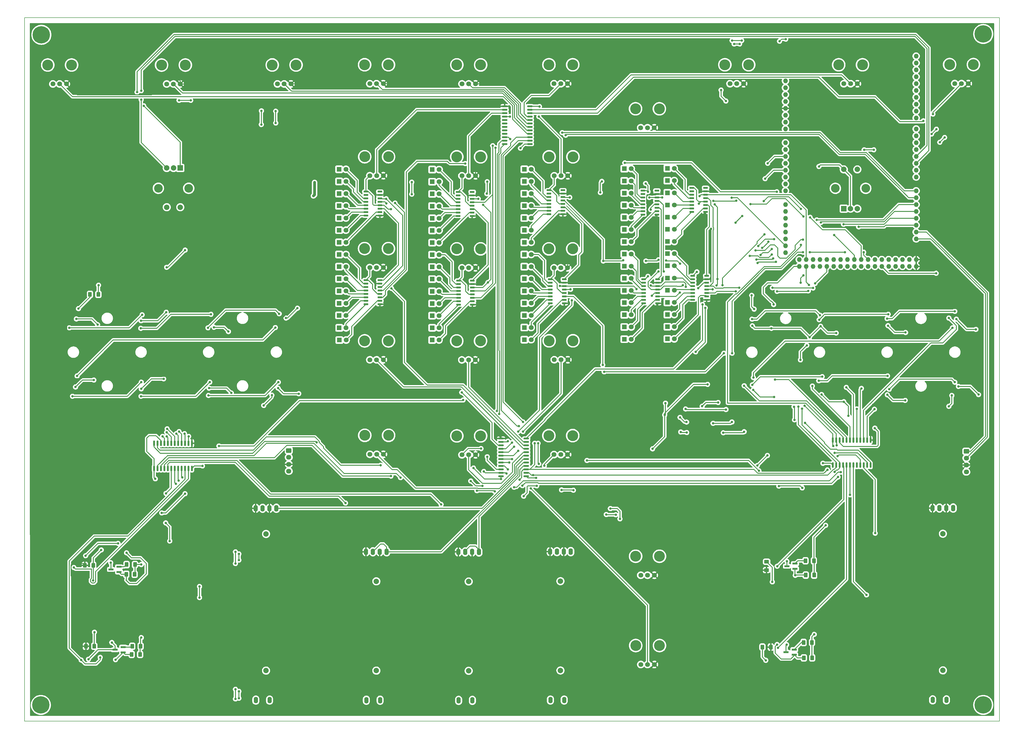
<source format=gbr>
%TF.GenerationSoftware,KiCad,Pcbnew,(5.99.0-11071-g7fde05e8ee)*%
%TF.CreationDate,2021-09-11T01:06:25+02:00*%
%TF.ProjectId,Mixduino,4d697864-7569-46e6-9f2e-6b696361645f,rev?*%
%TF.SameCoordinates,Original*%
%TF.FileFunction,Copper,L2,Bot*%
%TF.FilePolarity,Positive*%
%FSLAX46Y46*%
G04 Gerber Fmt 4.6, Leading zero omitted, Abs format (unit mm)*
G04 Created by KiCad (PCBNEW (5.99.0-11071-g7fde05e8ee)) date 2021-09-11 01:06:25*
%MOMM*%
%LPD*%
G01*
G04 APERTURE LIST*
G04 Aperture macros list*
%AMRoundRect*
0 Rectangle with rounded corners*
0 $1 Rounding radius*
0 $2 $3 $4 $5 $6 $7 $8 $9 X,Y pos of 4 corners*
0 Add a 4 corners polygon primitive as box body*
4,1,4,$2,$3,$4,$5,$6,$7,$8,$9,$2,$3,0*
0 Add four circle primitives for the rounded corners*
1,1,$1+$1,$2,$3*
1,1,$1+$1,$4,$5*
1,1,$1+$1,$6,$7*
1,1,$1+$1,$8,$9*
0 Add four rect primitives between the rounded corners*
20,1,$1+$1,$2,$3,$4,$5,0*
20,1,$1+$1,$4,$5,$6,$7,0*
20,1,$1+$1,$6,$7,$8,$9,0*
20,1,$1+$1,$8,$9,$2,$3,0*%
G04 Aperture macros list end*
%TA.AperFunction,Profile*%
%ADD10C,0.150000*%
%TD*%
%TA.AperFunction,ComponentPad*%
%ADD11R,1.800000X1.800000*%
%TD*%
%TA.AperFunction,ComponentPad*%
%ADD12C,1.800000*%
%TD*%
%TA.AperFunction,ComponentPad*%
%ADD13C,2.000000*%
%TD*%
%TA.AperFunction,ComponentPad*%
%ADD14O,1.600000X2.400000*%
%TD*%
%TA.AperFunction,ComponentPad*%
%ADD15O,1.600000X2.462000*%
%TD*%
%TA.AperFunction,ComponentPad*%
%ADD16C,3.600000*%
%TD*%
%TA.AperFunction,ConnectorPad*%
%ADD17C,6.400000*%
%TD*%
%TA.AperFunction,WasherPad*%
%ADD18C,4.000000*%
%TD*%
%TA.AperFunction,ComponentPad*%
%ADD19RoundRect,0.250000X-0.725000X0.600000X-0.725000X-0.600000X0.725000X-0.600000X0.725000X0.600000X0*%
%TD*%
%TA.AperFunction,ComponentPad*%
%ADD20O,1.950000X1.700000*%
%TD*%
%TA.AperFunction,ComponentPad*%
%ADD21R,2.000000X2.000000*%
%TD*%
%TA.AperFunction,ComponentPad*%
%ADD22C,3.200000*%
%TD*%
%TA.AperFunction,ComponentPad*%
%ADD23O,1.727200X1.727200*%
%TD*%
%TA.AperFunction,SMDPad,CuDef*%
%ADD24RoundRect,0.250000X-0.400000X-0.625000X0.400000X-0.625000X0.400000X0.625000X-0.400000X0.625000X0*%
%TD*%
%TA.AperFunction,SMDPad,CuDef*%
%ADD25R,1.900000X0.800000*%
%TD*%
%TA.AperFunction,SMDPad,CuDef*%
%ADD26RoundRect,0.250000X0.400000X0.625000X-0.400000X0.625000X-0.400000X-0.625000X0.400000X-0.625000X0*%
%TD*%
%TA.AperFunction,SMDPad,CuDef*%
%ADD27RoundRect,0.150000X0.150000X-0.875000X0.150000X0.875000X-0.150000X0.875000X-0.150000X-0.875000X0*%
%TD*%
%TA.AperFunction,SMDPad,CuDef*%
%ADD28RoundRect,0.250000X0.625000X-0.400000X0.625000X0.400000X-0.625000X0.400000X-0.625000X-0.400000X0*%
%TD*%
%TA.AperFunction,SMDPad,CuDef*%
%ADD29RoundRect,0.150000X-0.725000X-0.150000X0.725000X-0.150000X0.725000X0.150000X-0.725000X0.150000X0*%
%TD*%
%TA.AperFunction,SMDPad,CuDef*%
%ADD30RoundRect,0.150000X0.875000X0.150000X-0.875000X0.150000X-0.875000X-0.150000X0.875000X-0.150000X0*%
%TD*%
%TA.AperFunction,ViaPad*%
%ADD31C,0.889000*%
%TD*%
%TA.AperFunction,Conductor*%
%ADD32C,0.304800*%
%TD*%
%TA.AperFunction,Conductor*%
%ADD33C,1.016000*%
%TD*%
G04 APERTURE END LIST*
D10*
X479000000Y-311000000D02*
X119000000Y-311000000D01*
X119000000Y-311000000D02*
X119000000Y-51000000D01*
X479000000Y-51000000D02*
X479000000Y-311000000D01*
X119000000Y-51000000D02*
X479000000Y-51000000D01*
D11*
%TO.P,D42,1,K*%
%TO.N,Net-(D42-Pad1)*%
X269500000Y-156600000D03*
D12*
%TO.P,D42,2,A*%
%TO.N,Net-(D42-Pad2)*%
X272040000Y-156600000D03*
%TD*%
D13*
%TO.P,RV17,*%
%TO.N,*%
X248900000Y-292300000D03*
X248900000Y-259300000D03*
D14*
%TO.P,RV17,1,1*%
%TO.N,VCC*%
X250170000Y-248368000D03*
X245090000Y-248368000D03*
%TO.P,RV17,2,2*%
%TO.N,Net-(IC-MPLEX-4-Pad8)*%
X247630000Y-248368000D03*
D15*
X252710000Y-248368000D03*
D14*
%TO.P,RV17,3,3*%
%TO.N,GND*%
X245200000Y-303232000D03*
X250280000Y-303232000D03*
%TD*%
D11*
%TO.P,D36,1,K*%
%TO.N,Net-(D36-Pad1)*%
X235125000Y-116010000D03*
D12*
%TO.P,D36,2,A*%
%TO.N,Net-(D36-Pad2)*%
X237665000Y-116010000D03*
%TD*%
D11*
%TO.P,D39,1,K*%
%TO.N,Net-(D39-Pad1)*%
X269500000Y-170100000D03*
D12*
%TO.P,D39,2,A*%
%TO.N,Net-(D39-Pad2)*%
X272040000Y-170100000D03*
%TD*%
D11*
%TO.P,D49,1,K*%
%TO.N,Net-(D49-Pad1)*%
X269525000Y-125110000D03*
D12*
%TO.P,D49,2,A*%
%TO.N,Net-(D49-Pad2)*%
X272065000Y-125110000D03*
%TD*%
D11*
%TO.P,D67,1,K*%
%TO.N,Net-(D67-Pad1)*%
X303525000Y-111510000D03*
D12*
%TO.P,D67,2,A*%
%TO.N,Net-(D67-Pad2)*%
X306065000Y-111510000D03*
%TD*%
D11*
%TO.P,D37,1,K*%
%TO.N,Net-(D37-Pad1)*%
X235125000Y-111510000D03*
D12*
%TO.P,D37,2,A*%
%TO.N,Net-(D37-Pad2)*%
X237665000Y-111510000D03*
%TD*%
D11*
%TO.P,D26,1,K*%
%TO.N,Net-(D26-Pad1)*%
X235125000Y-161010000D03*
D12*
%TO.P,D26,2,A*%
%TO.N,Net-(D26-Pad2)*%
X237665000Y-161010000D03*
%TD*%
D16*
%TO.P,REF\u002A\u002A,1*%
%TO.N,N/C*%
X473000000Y-57000000D03*
D17*
X473000000Y-57000000D03*
%TD*%
D18*
%TO.P,RV8,*%
%TO.N,*%
X136350000Y-68470000D03*
X127550000Y-68470000D03*
D12*
%TO.P,RV8,1,1*%
%TO.N,VCC*%
X134450000Y-75470000D03*
%TO.P,RV8,2,2*%
%TO.N,Net-(IC-MPLEX-1-Pad9)*%
X131950000Y-75470000D03*
%TO.P,RV8,3,3*%
%TO.N,GND*%
X129450000Y-75470000D03*
%TD*%
D16*
%TO.P,,1*%
%TO.N,N/C*%
X125200000Y-57300000D03*
D17*
X125200000Y-57300000D03*
%TD*%
D11*
%TO.P,D62,1,K*%
%TO.N,Net-(D62-Pad1)*%
X303525000Y-134010000D03*
D12*
%TO.P,D62,2,A*%
%TO.N,Net-(D62-Pad2)*%
X306065000Y-134010000D03*
%TD*%
D18*
%TO.P,RV7,*%
%TO.N,*%
X210460000Y-68460000D03*
X219260000Y-68460000D03*
D12*
%TO.P,RV7,1,1*%
%TO.N,VCC*%
X217360000Y-75460000D03*
%TO.P,RV7,2,2*%
%TO.N,Net-(IC-MPLEX-1-Pad7)*%
X214860000Y-75460000D03*
%TO.P,RV7,3,3*%
%TO.N,GND*%
X212360000Y-75460000D03*
%TD*%
D19*
%TO.P,TB1,1,SCL*%
%TO.N,SCL*%
X216550000Y-210950000D03*
D20*
%TO.P,TB1,2,SDA*%
%TO.N,SDA*%
X216550000Y-213450000D03*
%TO.P,TB1,3,VCC*%
%TO.N,VCC*%
X216550000Y-216030000D03*
%TO.P,TB1,4,GND*%
%TO.N,GND*%
X216550000Y-218570000D03*
%TD*%
D11*
%TO.P,D66,1,K*%
%TO.N,Net-(D66-Pad1)*%
X303525000Y-116010000D03*
D12*
%TO.P,D66,2,A*%
%TO.N,Net-(D66-Pad2)*%
X306065000Y-116010000D03*
%TD*%
D13*
%TO.P,RV21,*%
%TO.N,*%
X282980000Y-259370000D03*
X282980000Y-292370000D03*
D14*
%TO.P,RV21,1,1*%
%TO.N,VCC*%
X279170000Y-248438000D03*
X284250000Y-248438000D03*
%TO.P,RV21,2,2*%
%TO.N,Net-(IC-MPLEX-4-Pad9)*%
X281710000Y-248438000D03*
D15*
X286790000Y-248438000D03*
D14*
%TO.P,RV21,3,3*%
%TO.N,GND*%
X279280000Y-303302000D03*
X284360000Y-303302000D03*
%TD*%
D11*
%TO.P,D69,1,K*%
%TO.N,Net-(D69-Pad1)*%
X340450000Y-169800000D03*
D12*
%TO.P,D69,2,A*%
%TO.N,Net-(D69-Pad2)*%
X342990000Y-169800000D03*
%TD*%
D11*
%TO.P,D84,1,K*%
%TO.N,Net-(D84-Pad1)*%
X356360000Y-169700000D03*
D12*
%TO.P,D84,2,A*%
%TO.N,Net-(D84-Pad2)*%
X358900000Y-169700000D03*
%TD*%
D11*
%TO.P,D34,1,K*%
%TO.N,Net-(D34-Pad1)*%
X235125000Y-125010000D03*
D12*
%TO.P,D34,2,A*%
%TO.N,Net-(D34-Pad2)*%
X237665000Y-125010000D03*
%TD*%
D18*
%TO.P,RV15,*%
%TO.N,*%
X278600000Y-205550000D03*
X287400000Y-205550000D03*
D12*
%TO.P,RV15,1,1*%
%TO.N,VCC*%
X285500000Y-212550000D03*
%TO.P,RV15,2,2*%
%TO.N,Net-(IC-MPLEX-4-Pad5)*%
X283000000Y-212550000D03*
%TO.P,RV15,3,3*%
%TO.N,GND*%
X280500000Y-212550000D03*
%TD*%
D11*
%TO.P,D50,1,K*%
%TO.N,Net-(D50-Pad1)*%
X269525000Y-120610000D03*
D12*
%TO.P,D50,2,A*%
%TO.N,Net-(D50-Pad2)*%
X272065000Y-120610000D03*
%TD*%
D18*
%TO.P,RV6,*%
%TO.N,*%
X278610000Y-68440000D03*
X287410000Y-68440000D03*
D12*
%TO.P,RV6,1,1*%
%TO.N,VCC*%
X285510000Y-75440000D03*
%TO.P,RV6,2,2*%
%TO.N,Net-(IC-MPLEX-1-Pad5)*%
X283010000Y-75440000D03*
%TO.P,RV6,3,3*%
%TO.N,GND*%
X280510000Y-75440000D03*
%TD*%
D11*
%TO.P,D55,1,K*%
%TO.N,Net-(D55-Pad1)*%
X303525000Y-165500000D03*
D12*
%TO.P,D55,2,A*%
%TO.N,Net-(D55-Pad2)*%
X306065000Y-165500000D03*
%TD*%
D11*
%TO.P,D24,1,K*%
%TO.N,Net-(D24-Pad1)*%
X235215000Y-170130000D03*
D12*
%TO.P,D24,2,A*%
%TO.N,Net-(D24-Pad2)*%
X237755000Y-170130000D03*
%TD*%
D11*
%TO.P,D61,1,K*%
%TO.N,Net-(D61-Pad1)*%
X303525000Y-138500000D03*
D12*
%TO.P,D61,2,A*%
%TO.N,Net-(D61-Pad2)*%
X306065000Y-138500000D03*
%TD*%
D11*
%TO.P,D87,1,K*%
%TO.N,Net-(D87-Pad1)*%
X356360000Y-156200000D03*
D12*
%TO.P,D87,2,A*%
%TO.N,Net-(D87-Pad2)*%
X358900000Y-156200000D03*
%TD*%
D13*
%TO.P,RV28,*%
%TO.N,*%
X458100000Y-241720000D03*
X458100000Y-292220000D03*
D14*
%TO.P,RV28,1,1*%
%TO.N,VCC*%
X459370000Y-232220000D03*
X454290000Y-232220000D03*
D15*
%TO.P,RV28,2,2*%
%TO.N,Net-(IC-MPLEX-4-Pad19)*%
X461910000Y-232220000D03*
D14*
X456830000Y-232220000D03*
%TO.P,RV28,3,3*%
%TO.N,GND*%
X459400000Y-303120000D03*
X454320000Y-303120000D03*
%TD*%
D11*
%TO.P,D35,1,K*%
%TO.N,Net-(D35-Pad1)*%
X235125000Y-120510000D03*
D12*
%TO.P,D35,2,A*%
%TO.N,Net-(D35-Pad2)*%
X237665000Y-120510000D03*
%TD*%
D11*
%TO.P,D53,1,K*%
%TO.N,Net-(D53-Pad1)*%
X269525000Y-107110000D03*
D12*
%TO.P,D53,2,A*%
%TO.N,Net-(D53-Pad2)*%
X272065000Y-107110000D03*
%TD*%
D11*
%TO.P,D94,1,K*%
%TO.N,Net-(D94-Pad1)*%
X356360000Y-124700000D03*
D12*
%TO.P,D94,2,A*%
%TO.N,Net-(D94-Pad2)*%
X358900000Y-124700000D03*
%TD*%
D18*
%TO.P,RV12,*%
%TO.N,*%
X287390000Y-102400000D03*
X278590000Y-102400000D03*
D12*
%TO.P,RV12,1,1*%
%TO.N,VCC*%
X285490000Y-109400000D03*
%TO.P,RV12,2,2*%
%TO.N,Net-(IC-MPLEX-1-Pad22)*%
X282990000Y-109400000D03*
%TO.P,RV12,3,3*%
%TO.N,GND*%
X280490000Y-109400000D03*
%TD*%
D11*
%TO.P,D72,1,K*%
%TO.N,Net-(D72-Pad1)*%
X340460000Y-156300000D03*
D12*
%TO.P,D72,2,A*%
%TO.N,Net-(D72-Pad2)*%
X343000000Y-156300000D03*
%TD*%
D18*
%TO.P,RV24,*%
%TO.N,*%
X344630000Y-250040000D03*
X353430000Y-250040000D03*
D12*
%TO.P,RV24,1,1*%
%TO.N,VCC*%
X351530000Y-257040000D03*
%TO.P,RV24,2,2*%
%TO.N,Net-(IC-MPLEX-4-Pad18)*%
X349030000Y-257040000D03*
%TO.P,RV24,3,3*%
%TO.N,GND*%
X346530000Y-257040000D03*
%TD*%
D11*
%TO.P,D32,1,K*%
%TO.N,Net-(D32-Pad1)*%
X235125000Y-134010000D03*
D12*
%TO.P,D32,2,A*%
%TO.N,Net-(D32-Pad2)*%
X237665000Y-134010000D03*
%TD*%
D11*
%TO.P,D41,1,K*%
%TO.N,Net-(D41-Pad1)*%
X269500000Y-161100000D03*
D12*
%TO.P,D41,2,A*%
%TO.N,Net-(D41-Pad2)*%
X272040000Y-161100000D03*
%TD*%
D21*
%TO.P,SW2,A,A*%
%TO.N,R_BROWSER_A*%
X421490000Y-121550000D03*
D13*
%TO.P,SW2,B,B*%
%TO.N,R_BROWSER_B*%
X426490000Y-121550000D03*
%TO.P,SW2,C,C*%
%TO.N,GND*%
X423990000Y-121550000D03*
D22*
%TO.P,SW2,MP*%
%TO.N,N/C*%
X418390000Y-114050000D03*
X429590000Y-114050000D03*
D13*
%TO.P,SW2,S1,S1*%
%TO.N,SW_BROWSER_R*%
X426490000Y-107050000D03*
%TO.P,SW2,S2,S2*%
%TO.N,GND*%
X421490000Y-107050000D03*
%TD*%
D11*
%TO.P,D27,1,K*%
%TO.N,Net-(D27-Pad1)*%
X235125000Y-156510000D03*
D12*
%TO.P,D27,2,A*%
%TO.N,Net-(D27-Pad2)*%
X237665000Y-156510000D03*
%TD*%
D11*
%TO.P,D54,1,K*%
%TO.N,Net-(D54-Pad1)*%
X303525000Y-169990000D03*
D12*
%TO.P,D54,2,A*%
%TO.N,Net-(D54-Pad2)*%
X306065000Y-169990000D03*
%TD*%
D11*
%TO.P,D46,1,K*%
%TO.N,Net-(D46-Pad1)*%
X269500000Y-138600000D03*
D12*
%TO.P,D46,2,A*%
%TO.N,Net-(D46-Pad2)*%
X272040000Y-138600000D03*
%TD*%
D11*
%TO.P,D52,1,K*%
%TO.N,Net-(D52-Pad1)*%
X269525000Y-111610000D03*
D12*
%TO.P,D52,2,A*%
%TO.N,Net-(D52-Pad2)*%
X272065000Y-111610000D03*
%TD*%
D11*
%TO.P,D33,1,K*%
%TO.N,Net-(D33-Pad1)*%
X235125000Y-129510000D03*
D12*
%TO.P,D33,2,A*%
%TO.N,Net-(D33-Pad2)*%
X237665000Y-129510000D03*
%TD*%
D11*
%TO.P,D93,1,K*%
%TO.N,Net-(D93-Pad1)*%
X356360000Y-129200000D03*
D12*
%TO.P,D93,2,A*%
%TO.N,Net-(D93-Pad2)*%
X358900000Y-129200000D03*
%TD*%
D11*
%TO.P,D88,1,K*%
%TO.N,Net-(D88-Pad1)*%
X356360000Y-151700000D03*
D12*
%TO.P,D88,2,A*%
%TO.N,Net-(D88-Pad2)*%
X358900000Y-151700000D03*
%TD*%
D11*
%TO.P,D68,1,K*%
%TO.N,Net-(D68-Pad1)*%
X303525000Y-107010000D03*
D12*
%TO.P,D68,2,A*%
%TO.N,Net-(D68-Pad2)*%
X306065000Y-107010000D03*
%TD*%
D11*
%TO.P,D92,1,K*%
%TO.N,Net-(D92-Pad1)*%
X356360000Y-133700000D03*
D12*
%TO.P,D92,2,A*%
%TO.N,Net-(D92-Pad2)*%
X358900000Y-133700000D03*
%TD*%
D18*
%TO.P,RV1,*%
%TO.N,*%
X377590000Y-68380000D03*
X386390000Y-68380000D03*
D12*
%TO.P,RV1,1,1*%
%TO.N,VCC*%
X384490000Y-75380000D03*
%TO.P,RV1,2,2*%
%TO.N,Net-(RV1-Pad2)*%
X381990000Y-75380000D03*
%TO.P,RV1,3,3*%
%TO.N,GND*%
X379490000Y-75380000D03*
%TD*%
D18*
%TO.P,RV11,*%
%TO.N,*%
X244590000Y-102380000D03*
X253390000Y-102380000D03*
D12*
%TO.P,RV11,1,1*%
%TO.N,VCC*%
X251490000Y-109380000D03*
%TO.P,RV11,2,2*%
%TO.N,Net-(IC-MPLEX-1-Pad23)*%
X248990000Y-109380000D03*
%TO.P,RV11,3,3*%
%TO.N,GND*%
X246490000Y-109380000D03*
%TD*%
D18*
%TO.P,RV13,*%
%TO.N,*%
X312696975Y-102402186D03*
X321496975Y-102402186D03*
D12*
%TO.P,RV13,1,1*%
%TO.N,VCC*%
X319596975Y-109402186D03*
%TO.P,RV13,2,2*%
%TO.N,Net-(IC-MPLEX-1-Pad21)*%
X317096975Y-109402186D03*
%TO.P,RV13,3,3*%
%TO.N,GND*%
X314596975Y-109402186D03*
%TD*%
D11*
%TO.P,D31,1,K*%
%TO.N,Net-(D31-Pad1)*%
X235125000Y-138510000D03*
D12*
%TO.P,D31,2,A*%
%TO.N,Net-(D31-Pad2)*%
X237665000Y-138510000D03*
%TD*%
D11*
%TO.P,D75,1,K*%
%TO.N,Net-(D75-Pad1)*%
X340460000Y-142800000D03*
D12*
%TO.P,D75,2,A*%
%TO.N,Net-(D75-Pad2)*%
X343000000Y-142800000D03*
%TD*%
D11*
%TO.P,D98,1,K*%
%TO.N,Net-(D98-Pad1)*%
X356360000Y-106700000D03*
D12*
%TO.P,D98,2,A*%
%TO.N,Net-(D98-Pad2)*%
X358900000Y-106700000D03*
%TD*%
D11*
%TO.P,D48,1,K*%
%TO.N,Net-(D48-Pad1)*%
X269525000Y-129610000D03*
D12*
%TO.P,D48,2,A*%
%TO.N,Net-(D48-Pad2)*%
X272065000Y-129610000D03*
%TD*%
D11*
%TO.P,D86,1,K*%
%TO.N,Net-(D86-Pad1)*%
X356360000Y-160700000D03*
D12*
%TO.P,D86,2,A*%
%TO.N,Net-(D86-Pad2)*%
X358900000Y-160700000D03*
%TD*%
D11*
%TO.P,D59,1,K*%
%TO.N,Net-(D59-Pad1)*%
X303525000Y-147500000D03*
D12*
%TO.P,D59,2,A*%
%TO.N,Net-(D59-Pad2)*%
X306065000Y-147500000D03*
%TD*%
D18*
%TO.P,RV9,*%
%TO.N,*%
X419610000Y-68390000D03*
X428410000Y-68390000D03*
D12*
%TO.P,RV9,1,1*%
%TO.N,VCC*%
X426510000Y-75390000D03*
%TO.P,RV9,2,2*%
%TO.N,Net-(IC-MPLEX-1-Pad2)*%
X424010000Y-75390000D03*
%TO.P,RV9,3,3*%
%TO.N,GND*%
X421510000Y-75390000D03*
%TD*%
D11*
%TO.P,D45,1,K*%
%TO.N,Net-(D45-Pad1)*%
X269500000Y-143100000D03*
D12*
%TO.P,D45,2,A*%
%TO.N,Net-(D45-Pad2)*%
X272040000Y-143100000D03*
%TD*%
D18*
%TO.P,RV26,*%
%TO.N,*%
X287400000Y-136430000D03*
X278600000Y-136430000D03*
D12*
%TO.P,RV26,1,1*%
%TO.N,VCC*%
X285500000Y-143430000D03*
%TO.P,RV26,2,2*%
%TO.N,Net-(IC-MPLEX-4-Pad22)*%
X283000000Y-143430000D03*
%TO.P,RV26,3,3*%
%TO.N,GND*%
X280500000Y-143430000D03*
%TD*%
D11*
%TO.P,D91,1,K*%
%TO.N,Net-(D91-Pad1)*%
X356360000Y-138200000D03*
D12*
%TO.P,D91,2,A*%
%TO.N,Net-(D91-Pad2)*%
X358900000Y-138200000D03*
%TD*%
D13*
%TO.P,RV22,*%
%TO.N,*%
X316870000Y-259250000D03*
X316870000Y-292250000D03*
D14*
%TO.P,RV22,1,1*%
%TO.N,VCC*%
X313060000Y-248318000D03*
X318140000Y-248318000D03*
%TO.P,RV22,2,2*%
%TO.N,Net-(IC-MPLEX-4-Pad16)*%
X315600000Y-248318000D03*
D15*
X320680000Y-248318000D03*
D14*
%TO.P,RV22,3,3*%
%TO.N,GND*%
X318250000Y-303182000D03*
X313170000Y-303182000D03*
%TD*%
D11*
%TO.P,D74,1,K*%
%TO.N,Net-(D74-Pad1)*%
X340445000Y-147300000D03*
D12*
%TO.P,D74,2,A*%
%TO.N,Net-(D74-Pad2)*%
X342985000Y-147300000D03*
%TD*%
D11*
%TO.P,D97,1,K*%
%TO.N,Net-(D97-Pad1)*%
X356360000Y-111200000D03*
D12*
%TO.P,D97,2,A*%
%TO.N,Net-(D97-Pad2)*%
X358900000Y-111200000D03*
%TD*%
D23*
%TO.P,XA1,*%
%TO.N,*%
X399957500Y-74315000D03*
%TO.P,XA1,3V3,3.3V*%
%TO.N,unconnected-(XA1-Pad3V3)*%
X399957500Y-81935000D03*
%TO.P,XA1,5V1,5V*%
%TO.N,VCC*%
X399957500Y-84475000D03*
%TO.P,XA1,5V3,5V*%
X448217500Y-140355000D03*
%TO.P,XA1,5V4,5V*%
X448217500Y-142895000D03*
%TO.P,XA1,A0,A0*%
%TO.N,Net-(RV1-Pad2)*%
X399957500Y-97175000D03*
%TO.P,XA1,A1,A1*%
%TO.N,MPLEX-A1*%
X399957500Y-99715000D03*
%TO.P,XA1,A2,A2*%
%TO.N,MPLEX-A2*%
X399957500Y-102255000D03*
%TO.P,XA1,A3,A3*%
%TO.N,MPLEX-A3*%
X399957500Y-104795000D03*
%TO.P,XA1,A4,A4*%
%TO.N,MPLEX-A4*%
X399957500Y-107335000D03*
%TO.P,XA1,A5,A5*%
%TO.N,unconnected-(XA1-PadA5)*%
X399957500Y-109875000D03*
%TO.P,XA1,A6,A6*%
%TO.N,unconnected-(XA1-PadA6)*%
X399957500Y-112415000D03*
%TO.P,XA1,A7,A7*%
%TO.N,unconnected-(XA1-PadA7)*%
X399957500Y-114955000D03*
%TO.P,XA1,A8,A8*%
%TO.N,unconnected-(XA1-PadA8)*%
X399957500Y-120035000D03*
%TO.P,XA1,A9,A9*%
%TO.N,unconnected-(XA1-PadA9)*%
X399957500Y-122575000D03*
%TO.P,XA1,A10,A10*%
%TO.N,unconnected-(XA1-PadA10)*%
X399957500Y-125115000D03*
%TO.P,XA1,A11,A11*%
%TO.N,unconnected-(XA1-PadA11)*%
X399957500Y-127655000D03*
%TO.P,XA1,A12,A12*%
%TO.N,unconnected-(XA1-PadA12)*%
X399957500Y-130195000D03*
%TO.P,XA1,A13,A13*%
%TO.N,unconnected-(XA1-PadA13)*%
X399957500Y-132735000D03*
%TO.P,XA1,A14,A14*%
%TO.N,Net-(RV2-Pad2)*%
X399957500Y-135275000D03*
%TO.P,XA1,A15,A15*%
%TO.N,unconnected-(XA1-PadA15)*%
X399957500Y-137815000D03*
%TO.P,XA1,AREF,AREF*%
%TO.N,unconnected-(XA1-PadAREF)*%
X448217500Y-70251000D03*
%TO.P,XA1,D0,D0_RX0*%
%TO.N,unconnected-(XA1-PadD0)*%
X448217500Y-109875000D03*
%TO.P,XA1,D1,D1_TX0*%
%TO.N,unconnected-(XA1-PadD1)*%
X448217500Y-107335000D03*
%TO.P,XA1,D2,D2_INT0*%
%TO.N,L_BROWSER_A*%
X448217500Y-104795000D03*
%TO.P,XA1,D3,D3_INT1*%
%TO.N,L_BROWSER_B*%
X448217500Y-102255000D03*
%TO.P,XA1,D4,D4*%
%TO.N,Net-(SW7-Pad2)*%
X448217500Y-99715000D03*
%TO.P,XA1,D5,D5*%
%TO.N,Net-(SW8-Pad2)*%
X448217500Y-97175000D03*
%TO.P,XA1,D6,D6*%
%TO.N,NP_DATA*%
X448217500Y-94635000D03*
%TO.P,XA1,D7,D7*%
%TO.N,SW_BROWSER_R*%
X448217500Y-92095000D03*
%TO.P,XA1,D8,D8*%
%TO.N,Net-(SW9-Pad2)*%
X448217500Y-88031000D03*
%TO.P,XA1,D9,D9*%
%TO.N,Net-(SW4-Pad2)*%
X448217500Y-85491000D03*
%TO.P,XA1,D10,D10*%
%TO.N,SW_BROWSER_L*%
X448217500Y-82951000D03*
%TO.P,XA1,D11,D11*%
%TO.N,Net-(SW12-Pad2)*%
X448217500Y-80411000D03*
%TO.P,XA1,D12,D12*%
%TO.N,Net-(SW11-Pad2)*%
X448217500Y-77871000D03*
%TO.P,XA1,D13,D13*%
%TO.N,unconnected-(XA1-PadD13)*%
X448217500Y-75331000D03*
%TO.P,XA1,D14,D14_TX3*%
%TO.N,L2VU-LATCH*%
X448217500Y-114955000D03*
%TO.P,XA1,D15,D15_RX3*%
%TO.N,L2VU-SIG*%
X448217500Y-117495000D03*
%TO.P,XA1,D16,D16_TX2*%
%TO.N,L1VU-LATCH*%
X448217500Y-120035000D03*
%TO.P,XA1,D17,D17_RX2*%
%TO.N,L1VU-SIG*%
X448217500Y-122575000D03*
%TO.P,XA1,D18,D18_TX1*%
%TO.N,R_BROWSER_A*%
X448217500Y-125115000D03*
%TO.P,XA1,D19,D19_RX1*%
%TO.N,R_BROWSER_B*%
X448217500Y-127655000D03*
%TO.P,XA1,D20,D20_SDA*%
%TO.N,SDA*%
X448217500Y-130195000D03*
%TO.P,XA1,D21,D21_SCL*%
%TO.N,SCL*%
X448217500Y-132735000D03*
%TO.P,XA1,D22,D22*%
%TO.N,unconnected-(XA1-PadD22)*%
X445677500Y-140355000D03*
%TO.P,XA1,D23,D23*%
%TO.N,unconnected-(XA1-PadD23)*%
X445677500Y-142895000D03*
%TO.P,XA1,D24,D24*%
%TO.N,unconnected-(XA1-PadD24)*%
X443137500Y-140355000D03*
%TO.P,XA1,D25,D25*%
%TO.N,unconnected-(XA1-PadD25)*%
X443137500Y-142895000D03*
%TO.P,XA1,D26,D26*%
%TO.N,MRVU-LATCH*%
X440597500Y-140355000D03*
%TO.P,XA1,D27,D27*%
%TO.N,unconnected-(XA1-PadD27)*%
X440597500Y-142895000D03*
%TO.P,XA1,D28,D28*%
%TO.N,MRVU-SIG*%
X438057500Y-140355000D03*
%TO.P,XA1,D29,D29*%
%TO.N,unconnected-(XA1-PadD29)*%
X438057500Y-142895000D03*
%TO.P,XA1,D30,D30*%
%TO.N,MLVU-LATCH*%
X435517500Y-140355000D03*
%TO.P,XA1,D31,D31*%
%TO.N,Net-(SW5-Pad2)*%
X435517500Y-142895000D03*
%TO.P,XA1,D32,D32*%
%TO.N,MLVU-SIG*%
X432977500Y-140355000D03*
%TO.P,XA1,D33,D33*%
%TO.N,unconnected-(XA1-PadD33)*%
X432977500Y-142895000D03*
%TO.P,XA1,D34,D34*%
%TO.N,L3VU-SIG*%
X430437500Y-140355000D03*
%TO.P,XA1,D35,D35*%
%TO.N,unconnected-(XA1-PadD35)*%
X430437500Y-142895000D03*
%TO.P,XA1,D36,D36*%
%TO.N,L3VU-LATCH*%
X427897500Y-140355000D03*
%TO.P,XA1,D37,D37*%
%TO.N,FB-L-LATCH*%
X427897500Y-142895000D03*
%TO.P,XA1,D38,D38*%
%TO.N,Net-(SW10-Pad2)*%
X425357500Y-140355000D03*
%TO.P,XA1,D39,D39*%
%TO.N,FB-L-SIG*%
X425357500Y-142895000D03*
%TO.P,XA1,D40,D40*%
%TO.N,MPLEX-S2*%
X422817500Y-140355000D03*
%TO.P,XA1,D41,D41*%
%TO.N,unconnected-(XA1-PadD41)*%
X422817500Y-142895000D03*
%TO.P,XA1,D42,D42*%
%TO.N,FB-R-LATCH*%
X420277500Y-140355000D03*
%TO.P,XA1,D43,D43*%
%TO.N,unconnected-(XA1-PadD43)*%
X420277500Y-142895000D03*
%TO.P,XA1,D44,D44*%
%TO.N,FB-R-SIG*%
X417737500Y-140355000D03*
%TO.P,XA1,D45,D45*%
%TO.N,unconnected-(XA1-PadD45)*%
X417737500Y-142895000D03*
%TO.P,XA1,D46,D46*%
%TO.N,unconnected-(XA1-PadD46)*%
X415197500Y-140355000D03*
%TO.P,XA1,D47,D47*%
%TO.N,MPLEX-S0*%
X415197500Y-142895000D03*
%TO.P,XA1,D48,D48*%
%TO.N,unconnected-(XA1-PadD48)*%
X412657500Y-140355000D03*
%TO.P,XA1,D49,D49*%
%TO.N,MPLEX-S1*%
X412657500Y-142895000D03*
%TO.P,XA1,D50,D50*%
%TO.N,unconnected-(XA1-PadD50)*%
X410117500Y-140355000D03*
%TO.P,XA1,D51,D51*%
%TO.N,unconnected-(XA1-PadD51)*%
X410117500Y-142895000D03*
%TO.P,XA1,D52,D52*%
%TO.N,SRCLK*%
X407577500Y-140355000D03*
%TO.P,XA1,D53,D53_SS*%
%TO.N,MPLEX-S3*%
X407577500Y-142895000D03*
%TO.P,XA1,GND1,GND*%
%TO.N,GND*%
X448217500Y-72791000D03*
%TO.P,XA1,GND2,GND*%
X399957500Y-87015000D03*
%TO.P,XA1,GND3,GND*%
X399957500Y-89555000D03*
%TO.P,XA1,GND5,GND*%
X405037500Y-140355000D03*
%TO.P,XA1,GND6,GND*%
X405037500Y-142895000D03*
%TO.P,XA1,IORF,IOREF*%
%TO.N,unconnected-(XA1-PadIORF)*%
X399957500Y-76855000D03*
%TO.P,XA1,RST1,RESET*%
%TO.N,unconnected-(XA1-PadRST1)*%
X399957500Y-79395000D03*
%TO.P,XA1,SCL,SCL*%
%TO.N,unconnected-(XA1-PadSCL)*%
X448217500Y-65171000D03*
%TO.P,XA1,SDA,SDA*%
%TO.N,unconnected-(XA1-PadSDA)*%
X448217500Y-67711000D03*
%TO.P,XA1,VIN,VIN*%
%TO.N,unconnected-(XA1-PadVIN)*%
X399957500Y-92095000D03*
%TD*%
D18*
%TO.P,RV10,*%
%TO.N,*%
X321410000Y-68380000D03*
X312610000Y-68380000D03*
D12*
%TO.P,RV10,1,1*%
%TO.N,VCC*%
X319510000Y-75380000D03*
%TO.P,RV10,2,2*%
%TO.N,Net-(IC-MPLEX-1-Pad4)*%
X317010000Y-75380000D03*
%TO.P,RV10,3,3*%
%TO.N,GND*%
X314510000Y-75380000D03*
%TD*%
D18*
%TO.P,RV18,*%
%TO.N,*%
X278570000Y-170460000D03*
X287370000Y-170460000D03*
D12*
%TO.P,RV18,1,1*%
%TO.N,VCC*%
X285470000Y-177460000D03*
%TO.P,RV18,2,2*%
%TO.N,Net-(IC-MPLEX-4-Pad2)*%
X282970000Y-177460000D03*
%TO.P,RV18,3,3*%
%TO.N,GND*%
X280470000Y-177460000D03*
%TD*%
D18*
%TO.P,RV14,*%
%TO.N,*%
X253350000Y-136330000D03*
X244550000Y-136330000D03*
D12*
%TO.P,RV14,1,1*%
%TO.N,VCC*%
X251450000Y-143330000D03*
%TO.P,RV14,2,2*%
%TO.N,Net-(IC-MPLEX-4-Pad3)*%
X248950000Y-143330000D03*
%TO.P,RV14,3,3*%
%TO.N,GND*%
X246450000Y-143330000D03*
%TD*%
D11*
%TO.P,D96,1,K*%
%TO.N,Net-(D96-Pad1)*%
X356360000Y-115700000D03*
D12*
%TO.P,D96,2,A*%
%TO.N,Net-(D96-Pad2)*%
X358900000Y-115700000D03*
%TD*%
D11*
%TO.P,D82,1,K*%
%TO.N,Net-(D82-Pad1)*%
X340460000Y-111300000D03*
D12*
%TO.P,D82,2,A*%
%TO.N,Net-(D82-Pad2)*%
X343000000Y-111300000D03*
%TD*%
D11*
%TO.P,D56,1,K*%
%TO.N,Net-(D56-Pad1)*%
X303525000Y-161000000D03*
D12*
%TO.P,D56,2,A*%
%TO.N,Net-(D56-Pad2)*%
X306065000Y-161000000D03*
%TD*%
D11*
%TO.P,D83,1,K*%
%TO.N,Net-(D83-Pad1)*%
X340460000Y-106800000D03*
D12*
%TO.P,D83,2,A*%
%TO.N,Net-(D83-Pad2)*%
X343000000Y-106800000D03*
%TD*%
D16*
%TO.P,REF\u002A\u002A,1*%
%TO.N,N/C*%
X125000000Y-305000000D03*
D17*
X125000000Y-305000000D03*
%TD*%
D13*
%TO.P,RV16,*%
%TO.N,*%
X208170000Y-241800000D03*
X208170000Y-292300000D03*
D14*
%TO.P,RV16,1,1*%
%TO.N,VCC*%
X209440000Y-232300000D03*
X204360000Y-232300000D03*
D15*
%TO.P,RV16,2,2*%
%TO.N,Net-(IC-MPLEX-4-Pad7)*%
X211980000Y-232300000D03*
D14*
X206900000Y-232300000D03*
%TO.P,RV16,3,3*%
%TO.N,GND*%
X204390000Y-303200000D03*
X209470000Y-303200000D03*
%TD*%
D18*
%TO.P,RV27,*%
%TO.N,*%
X321400000Y-205450000D03*
X312600000Y-205450000D03*
D12*
%TO.P,RV27,1,1*%
%TO.N,VCC*%
X319500000Y-212450000D03*
%TO.P,RV27,2,2*%
%TO.N,Net-(IC-MPLEX-4-Pad20)*%
X317000000Y-212450000D03*
%TO.P,RV27,3,3*%
%TO.N,GND*%
X314500000Y-212450000D03*
%TD*%
D17*
%TO.P,REF\u002A\u002A,1*%
%TO.N,N/C*%
X473000000Y-305000000D03*
D16*
X473000000Y-305000000D03*
%TD*%
D11*
%TO.P,D63,1,K*%
%TO.N,Net-(D63-Pad1)*%
X303525000Y-129510000D03*
D12*
%TO.P,D63,2,A*%
%TO.N,Net-(D63-Pad2)*%
X306065000Y-129510000D03*
%TD*%
D11*
%TO.P,D29,1,K*%
%TO.N,Net-(D29-Pad1)*%
X235125000Y-147510000D03*
D12*
%TO.P,D29,2,A*%
%TO.N,Net-(D29-Pad2)*%
X237665000Y-147510000D03*
%TD*%
D11*
%TO.P,D64,1,K*%
%TO.N,Net-(D64-Pad1)*%
X303525000Y-125010000D03*
D12*
%TO.P,D64,2,A*%
%TO.N,Net-(D64-Pad2)*%
X306065000Y-125010000D03*
%TD*%
D18*
%TO.P,RV3,*%
%TO.N,*%
X244560000Y-68370000D03*
X253360000Y-68370000D03*
D12*
%TO.P,RV3,1,1*%
%TO.N,VCC*%
X251460000Y-75370000D03*
%TO.P,RV3,2,2*%
%TO.N,Net-(IC-MPLEX-1-Pad6)*%
X248960000Y-75370000D03*
%TO.P,RV3,3,3*%
%TO.N,GND*%
X246460000Y-75370000D03*
%TD*%
D11*
%TO.P,D57,1,K*%
%TO.N,Net-(D57-Pad1)*%
X303525000Y-156500000D03*
D12*
%TO.P,D57,2,A*%
%TO.N,Net-(D57-Pad2)*%
X306065000Y-156500000D03*
%TD*%
D11*
%TO.P,D85,1,K*%
%TO.N,Net-(D85-Pad1)*%
X356360000Y-165200000D03*
D12*
%TO.P,D85,2,A*%
%TO.N,Net-(D85-Pad2)*%
X358900000Y-165200000D03*
%TD*%
D11*
%TO.P,D77,1,K*%
%TO.N,Net-(D77-Pad1)*%
X340460000Y-133800000D03*
D12*
%TO.P,D77,2,A*%
%TO.N,Net-(D77-Pad2)*%
X343000000Y-133800000D03*
%TD*%
D18*
%TO.P,RV2,*%
%TO.N,*%
X353400000Y-84648012D03*
X344600000Y-84648012D03*
D12*
%TO.P,RV2,1,1*%
%TO.N,VCC*%
X351500000Y-91648012D03*
%TO.P,RV2,2,2*%
%TO.N,Net-(RV2-Pad2)*%
X349000000Y-91648012D03*
%TO.P,RV2,3,3*%
%TO.N,GND*%
X346500000Y-91648012D03*
%TD*%
D11*
%TO.P,D60,1,K*%
%TO.N,Net-(D60-Pad1)*%
X303525000Y-143000000D03*
D12*
%TO.P,D60,2,A*%
%TO.N,Net-(D60-Pad2)*%
X306065000Y-143000000D03*
%TD*%
D11*
%TO.P,D79,1,K*%
%TO.N,Net-(D79-Pad1)*%
X340460000Y-124800000D03*
D12*
%TO.P,D79,2,A*%
%TO.N,Net-(D79-Pad2)*%
X343000000Y-124800000D03*
%TD*%
D11*
%TO.P,D58,1,K*%
%TO.N,Net-(D58-Pad1)*%
X303525000Y-152000000D03*
D12*
%TO.P,D58,2,A*%
%TO.N,Net-(D58-Pad2)*%
X306065000Y-152000000D03*
%TD*%
D11*
%TO.P,D78,1,K*%
%TO.N,Net-(D78-Pad1)*%
X340460000Y-129300000D03*
D12*
%TO.P,D78,2,A*%
%TO.N,Net-(D78-Pad2)*%
X343000000Y-129300000D03*
%TD*%
D11*
%TO.P,D43,1,K*%
%TO.N,Net-(D43-Pad1)*%
X269500000Y-152100000D03*
D12*
%TO.P,D43,2,A*%
%TO.N,Net-(D43-Pad2)*%
X272040000Y-152100000D03*
%TD*%
D11*
%TO.P,D95,1,K*%
%TO.N,Net-(D95-Pad1)*%
X356360000Y-120200000D03*
D12*
%TO.P,D95,2,A*%
%TO.N,Net-(D95-Pad2)*%
X358900000Y-120200000D03*
%TD*%
D11*
%TO.P,D40,1,K*%
%TO.N,Net-(D40-Pad1)*%
X269500000Y-165600000D03*
D12*
%TO.P,D40,2,A*%
%TO.N,Net-(D40-Pad2)*%
X272040000Y-165600000D03*
%TD*%
D18*
%TO.P,RV23,*%
%TO.N,*%
X312700000Y-170400000D03*
X321500000Y-170400000D03*
D12*
%TO.P,RV23,1,1*%
%TO.N,VCC*%
X319600000Y-177400000D03*
%TO.P,RV23,2,2*%
%TO.N,Net-(IC-MPLEX-4-Pad21)*%
X317100000Y-177400000D03*
%TO.P,RV23,3,3*%
%TO.N,GND*%
X314600000Y-177400000D03*
%TD*%
D18*
%TO.P,RV29,*%
%TO.N,*%
X353460000Y-283040000D03*
X344660000Y-283040000D03*
D12*
%TO.P,RV29,1,1*%
%TO.N,VCC*%
X351560000Y-290040000D03*
%TO.P,RV29,2,2*%
%TO.N,Net-(IC-MPLEX-4-Pad17)*%
X349060000Y-290040000D03*
%TO.P,RV29,3,3*%
%TO.N,GND*%
X346560000Y-290040000D03*
%TD*%
D19*
%TO.P,TB2,1,SCL*%
%TO.N,SCL*%
X466750000Y-211250000D03*
D20*
%TO.P,TB2,2,SDA*%
%TO.N,SDA*%
X466750000Y-213750000D03*
%TO.P,TB2,3,VCC*%
%TO.N,VCC*%
X466750000Y-216330000D03*
%TO.P,TB2,4,GND*%
%TO.N,GND*%
X466750000Y-218870000D03*
%TD*%
D18*
%TO.P,RV4,*%
%TO.N,*%
X169570000Y-68480000D03*
X178370000Y-68480000D03*
D12*
%TO.P,RV4,1,1*%
%TO.N,VCC*%
X176470000Y-75480000D03*
%TO.P,RV4,2,2*%
%TO.N,Net-(IC-MPLEX-1-Pad8)*%
X173970000Y-75480000D03*
%TO.P,RV4,3,3*%
%TO.N,GND*%
X171470000Y-75480000D03*
%TD*%
D11*
%TO.P,D71,1,K*%
%TO.N,Net-(D71-Pad1)*%
X340460000Y-160800000D03*
D12*
%TO.P,D71,2,A*%
%TO.N,Net-(D71-Pad2)*%
X343000000Y-160800000D03*
%TD*%
D11*
%TO.P,D30,1,K*%
%TO.N,Net-(D30-Pad1)*%
X235125000Y-143010000D03*
D12*
%TO.P,D30,2,A*%
%TO.N,Net-(D30-Pad2)*%
X237665000Y-143010000D03*
%TD*%
D11*
%TO.P,D89,1,K*%
%TO.N,Net-(D89-Pad1)*%
X356360000Y-147200000D03*
D12*
%TO.P,D89,2,A*%
%TO.N,Net-(D89-Pad2)*%
X358900000Y-147200000D03*
%TD*%
D11*
%TO.P,D70,1,K*%
%TO.N,Net-(D70-Pad1)*%
X340460000Y-165300000D03*
D12*
%TO.P,D70,2,A*%
%TO.N,Net-(D70-Pad2)*%
X343000000Y-165300000D03*
%TD*%
D18*
%TO.P,RV20,*%
%TO.N,*%
X244610000Y-205350000D03*
X253410000Y-205350000D03*
D12*
%TO.P,RV20,1,1*%
%TO.N,VCC*%
X251510000Y-212350000D03*
%TO.P,RV20,2,2*%
%TO.N,Net-(IC-MPLEX-4-Pad6)*%
X249010000Y-212350000D03*
%TO.P,RV20,3,3*%
%TO.N,GND*%
X246510000Y-212350000D03*
%TD*%
D11*
%TO.P,D44,1,K*%
%TO.N,Net-(D44-Pad1)*%
X269500000Y-147600000D03*
D12*
%TO.P,D44,2,A*%
%TO.N,Net-(D44-Pad2)*%
X272040000Y-147600000D03*
%TD*%
D18*
%TO.P,RV25,*%
%TO.N,*%
X321410000Y-136430000D03*
X312610000Y-136430000D03*
D12*
%TO.P,RV25,1,1*%
%TO.N,VCC*%
X319510000Y-143430000D03*
%TO.P,RV25,2,2*%
%TO.N,Net-(IC-MPLEX-4-Pad23)*%
X317010000Y-143430000D03*
%TO.P,RV25,3,3*%
%TO.N,GND*%
X314510000Y-143430000D03*
%TD*%
D11*
%TO.P,D65,1,K*%
%TO.N,Net-(D65-Pad1)*%
X303525000Y-120510000D03*
D12*
%TO.P,D65,2,A*%
%TO.N,Net-(D65-Pad2)*%
X306065000Y-120510000D03*
%TD*%
D11*
%TO.P,D51,1,K*%
%TO.N,Net-(D51-Pad1)*%
X269525000Y-116110000D03*
D12*
%TO.P,D51,2,A*%
%TO.N,Net-(D51-Pad2)*%
X272065000Y-116110000D03*
%TD*%
D11*
%TO.P,D38,1,K*%
%TO.N,Net-(D38-Pad1)*%
X235125000Y-107010000D03*
D12*
%TO.P,D38,2,A*%
%TO.N,Net-(D38-Pad2)*%
X237665000Y-107010000D03*
%TD*%
D11*
%TO.P,D73,1,K*%
%TO.N,Net-(D73-Pad1)*%
X340460000Y-151800000D03*
D12*
%TO.P,D73,2,A*%
%TO.N,Net-(D73-Pad2)*%
X343000000Y-151800000D03*
%TD*%
D11*
%TO.P,D28,1,K*%
%TO.N,Net-(D28-Pad1)*%
X235125000Y-152010000D03*
D12*
%TO.P,D28,2,A*%
%TO.N,Net-(D28-Pad2)*%
X237665000Y-152010000D03*
%TD*%
D11*
%TO.P,D90,1,K*%
%TO.N,Net-(D90-Pad1)*%
X356360000Y-142700000D03*
D12*
%TO.P,D90,2,A*%
%TO.N,Net-(D90-Pad2)*%
X358900000Y-142700000D03*
%TD*%
D21*
%TO.P,SW1,A,A*%
%TO.N,L_BROWSER_A*%
X176500000Y-106530000D03*
D13*
%TO.P,SW1,B,B*%
%TO.N,L_BROWSER_B*%
X171500000Y-106530000D03*
%TO.P,SW1,C,C*%
%TO.N,GND*%
X174000000Y-106530000D03*
D22*
%TO.P,SW1,MP*%
%TO.N,N/C*%
X168400000Y-114030000D03*
X179600000Y-114030000D03*
D13*
%TO.P,SW1,S1,S1*%
%TO.N,SW_BROWSER_L*%
X171500000Y-121030000D03*
%TO.P,SW1,S2,S2*%
%TO.N,GND*%
X176500000Y-121030000D03*
%TD*%
D11*
%TO.P,D25,1,K*%
%TO.N,Net-(D25-Pad1)*%
X235175000Y-165610000D03*
D12*
%TO.P,D25,2,A*%
%TO.N,Net-(D25-Pad2)*%
X237715000Y-165610000D03*
%TD*%
D11*
%TO.P,D80,1,K*%
%TO.N,Net-(D80-Pad1)*%
X340460000Y-120300000D03*
D12*
%TO.P,D80,2,A*%
%TO.N,Net-(D80-Pad2)*%
X343000000Y-120300000D03*
%TD*%
D11*
%TO.P,D81,1,K*%
%TO.N,Net-(D81-Pad1)*%
X340460000Y-115800000D03*
D12*
%TO.P,D81,2,A*%
%TO.N,Net-(D81-Pad2)*%
X343000000Y-115800000D03*
%TD*%
D11*
%TO.P,D76,1,K*%
%TO.N,Net-(D76-Pad1)*%
X340460000Y-138300000D03*
D12*
%TO.P,D76,2,A*%
%TO.N,Net-(D76-Pad2)*%
X343000000Y-138300000D03*
%TD*%
D18*
%TO.P,RV19,*%
%TO.N,*%
X244580000Y-170420000D03*
X253380000Y-170420000D03*
D12*
%TO.P,RV19,1,1*%
%TO.N,VCC*%
X251480000Y-177420000D03*
%TO.P,RV19,2,2*%
%TO.N,Net-(IC-MPLEX-4-Pad4)*%
X248980000Y-177420000D03*
%TO.P,RV19,3,3*%
%TO.N,GND*%
X246480000Y-177420000D03*
%TD*%
D11*
%TO.P,D47,1,K*%
%TO.N,Net-(D47-Pad1)*%
X269525000Y-134110000D03*
D12*
%TO.P,D47,2,A*%
%TO.N,Net-(D47-Pad2)*%
X272065000Y-134110000D03*
%TD*%
D18*
%TO.P,RV5,*%
%TO.N,*%
X460570000Y-68330000D03*
X469370000Y-68330000D03*
D12*
%TO.P,RV5,1,1*%
%TO.N,VCC*%
X467470000Y-75330000D03*
%TO.P,RV5,2,2*%
%TO.N,Net-(IC-MPLEX-1-Pad3)*%
X464970000Y-75330000D03*
%TO.P,RV5,3,3*%
%TO.N,GND*%
X462470000Y-75330000D03*
%TD*%
D24*
%TO.P,R15,1*%
%TO.N,Net-(Q2-Pad1)*%
X158750000Y-283300000D03*
%TO.P,R15,2*%
%TO.N,Net-(R13-Pad1)*%
X161850000Y-283300000D03*
%TD*%
D25*
%TO.P,Q3,1,B*%
%TO.N,Net-(Q3-Pad1)*%
X403500000Y-252750000D03*
%TO.P,Q3,2,E*%
%TO.N,GND*%
X403500000Y-254650000D03*
%TO.P,Q3,3,C*%
%TO.N,Net-(D18-Pad1)*%
X400500000Y-253700000D03*
%TD*%
D26*
%TO.P,NPR1,1*%
%TO.N,NP_DATA*%
X146250000Y-153240000D03*
%TO.P,NPR1,2*%
%TO.N,Net-(NP1-Pad4)*%
X143150000Y-153240000D03*
%TD*%
D25*
%TO.P,Q2,1,B*%
%TO.N,Net-(Q2-Pad1)*%
X155400000Y-283650000D03*
%TO.P,Q2,2,E*%
%TO.N,GND*%
X155400000Y-285550000D03*
%TO.P,Q2,3,C*%
%TO.N,Net-(D13-Pad1)*%
X152400000Y-284600000D03*
%TD*%
D27*
%TO.P,IC-MPLEX-2,1,Z*%
%TO.N,MPLEX-A2*%
X431385000Y-216350000D03*
%TO.P,IC-MPLEX-2,2,Y7*%
%TO.N,Net-(IC-MPLEX-2-Pad2)*%
X430115000Y-216350000D03*
%TO.P,IC-MPLEX-2,3,Y6*%
%TO.N,Net-(IC-MPLEX-2-Pad3)*%
X428845000Y-216350000D03*
%TO.P,IC-MPLEX-2,4,Y5*%
%TO.N,Net-(IC-MPLEX-2-Pad4)*%
X427575000Y-216350000D03*
%TO.P,IC-MPLEX-2,5,Y4*%
%TO.N,unconnected-(IC-MPLEX-2-Pad5)*%
X426305000Y-216350000D03*
%TO.P,IC-MPLEX-2,6,Y3*%
%TO.N,Net-(IC-MPLEX-2-Pad6)*%
X425035000Y-216350000D03*
%TO.P,IC-MPLEX-2,7,Y2*%
%TO.N,Net-(IC-MPLEX-2-Pad7)*%
X423765000Y-216350000D03*
%TO.P,IC-MPLEX-2,8,Y1*%
%TO.N,Net-(IC-MPLEX-2-Pad8)*%
X422495000Y-216350000D03*
%TO.P,IC-MPLEX-2,9,Y0*%
%TO.N,Net-(IC-MPLEX-2-Pad9)*%
X421225000Y-216350000D03*
%TO.P,IC-MPLEX-2,10,S0*%
%TO.N,MPLEX-S0*%
X419955000Y-216350000D03*
%TO.P,IC-MPLEX-2,11,S1*%
%TO.N,MPLEX-S1*%
X418685000Y-216350000D03*
%TO.P,IC-MPLEX-2,12,GND*%
%TO.N,GND*%
X417415000Y-216350000D03*
%TO.P,IC-MPLEX-2,13,S3*%
%TO.N,MPLEX-S3*%
X417415000Y-207050000D03*
%TO.P,IC-MPLEX-2,14,S2*%
%TO.N,MPLEX-S2*%
X418685000Y-207050000D03*
%TO.P,IC-MPLEX-2,15,~{E}*%
%TO.N,GND*%
X419955000Y-207050000D03*
%TO.P,IC-MPLEX-2,16,Y15*%
%TO.N,Net-(IC-MPLEX-2-Pad16)*%
X421225000Y-207050000D03*
%TO.P,IC-MPLEX-2,17,Y14*%
%TO.N,Net-(IC-MPLEX-2-Pad17)*%
X422495000Y-207050000D03*
%TO.P,IC-MPLEX-2,18,Y13*%
%TO.N,Net-(IC-MPLEX-2-Pad18)*%
X423765000Y-207050000D03*
%TO.P,IC-MPLEX-2,19,Y12*%
%TO.N,Net-(IC-MPLEX-2-Pad19)*%
X425035000Y-207050000D03*
%TO.P,IC-MPLEX-2,20,Y11*%
%TO.N,Net-(IC-MPLEX-2-Pad20)*%
X426305000Y-207050000D03*
%TO.P,IC-MPLEX-2,21,Y10*%
%TO.N,Net-(IC-MPLEX-2-Pad21)*%
X427575000Y-207050000D03*
%TO.P,IC-MPLEX-2,22,Y9*%
%TO.N,Net-(IC-MPLEX-2-Pad22)*%
X428845000Y-207050000D03*
%TO.P,IC-MPLEX-2,23,Y8*%
%TO.N,Net-(IC-MPLEX-2-Pad23)*%
X430115000Y-207050000D03*
%TO.P,IC-MPLEX-2,24,VCC*%
%TO.N,VCC*%
X431385000Y-207050000D03*
%TD*%
D28*
%TO.P,R22,1*%
%TO.N,VCC*%
X393000000Y-255150000D03*
%TO.P,R22,2*%
%TO.N,Net-(D18-Pad2)*%
X393000000Y-252050000D03*
%TD*%
D29*
%TO.P,U5,1,QB*%
%TO.N,Net-(D55-Pad2)*%
X313125000Y-156545000D03*
%TO.P,U5,2,QC*%
%TO.N,Net-(D56-Pad2)*%
X313125000Y-155275000D03*
%TO.P,U5,3,QD*%
%TO.N,Net-(D57-Pad2)*%
X313125000Y-154005000D03*
%TO.P,U5,4,QE*%
%TO.N,Net-(D58-Pad2)*%
X313125000Y-152735000D03*
%TO.P,U5,5,QF*%
%TO.N,Net-(D59-Pad2)*%
X313125000Y-151465000D03*
%TO.P,U5,6,QG*%
%TO.N,Net-(D60-Pad2)*%
X313125000Y-150195000D03*
%TO.P,U5,7,QH*%
%TO.N,Net-(D61-Pad2)*%
X313125000Y-148925000D03*
%TO.P,U5,8,GND*%
%TO.N,GND*%
X313125000Y-147655000D03*
%TO.P,U5,9,QH'*%
%TO.N,Net-(U5-Pad9)*%
X318275000Y-147655000D03*
%TO.P,U5,10,~{SRCLR}*%
%TO.N,VCC*%
X318275000Y-148925000D03*
%TO.P,U5,11,SRCLK*%
%TO.N,SRCLK*%
X318275000Y-150195000D03*
%TO.P,U5,12,RCLK*%
%TO.N,L3VU-LATCH*%
X318275000Y-151465000D03*
%TO.P,U5,13,~{OE}*%
%TO.N,GND*%
X318275000Y-152735000D03*
%TO.P,U5,14,SER*%
%TO.N,L3VU-SIG*%
X318275000Y-154005000D03*
%TO.P,U5,15,QA*%
%TO.N,Net-(D54-Pad2)*%
X318275000Y-155275000D03*
%TO.P,U5,16,VCC*%
%TO.N,VCC*%
X318275000Y-156545000D03*
%TD*%
%TO.P,U1,1,QB*%
%TO.N,Net-(D25-Pad2)*%
X245025000Y-156845000D03*
%TO.P,U1,2,QC*%
%TO.N,Net-(D26-Pad2)*%
X245025000Y-155575000D03*
%TO.P,U1,3,QD*%
%TO.N,Net-(D27-Pad2)*%
X245025000Y-154305000D03*
%TO.P,U1,4,QE*%
%TO.N,Net-(D28-Pad2)*%
X245025000Y-153035000D03*
%TO.P,U1,5,QF*%
%TO.N,Net-(D29-Pad2)*%
X245025000Y-151765000D03*
%TO.P,U1,6,QG*%
%TO.N,Net-(D30-Pad2)*%
X245025000Y-150495000D03*
%TO.P,U1,7,QH*%
%TO.N,Net-(D31-Pad2)*%
X245025000Y-149225000D03*
%TO.P,U1,8,GND*%
%TO.N,GND*%
X245025000Y-147955000D03*
%TO.P,U1,9,QH'*%
%TO.N,Net-(U1-Pad9)*%
X250175000Y-147955000D03*
%TO.P,U1,10,~{SRCLR}*%
%TO.N,VCC*%
X250175000Y-149225000D03*
%TO.P,U1,11,SRCLK*%
%TO.N,SRCLK*%
X250175000Y-150495000D03*
%TO.P,U1,12,RCLK*%
%TO.N,L1VU-LATCH*%
X250175000Y-151765000D03*
%TO.P,U1,13,~{OE}*%
%TO.N,GND*%
X250175000Y-153035000D03*
%TO.P,U1,14,SER*%
%TO.N,L1VU-SIG*%
X250175000Y-154305000D03*
%TO.P,U1,15,QA*%
%TO.N,Net-(D24-Pad2)*%
X250175000Y-155575000D03*
%TO.P,U1,16,VCC*%
%TO.N,VCC*%
X250175000Y-156845000D03*
%TD*%
%TO.P,U2,1,QB*%
%TO.N,Net-(D33-Pad2)*%
X245025000Y-124145000D03*
%TO.P,U2,2,QC*%
%TO.N,Net-(D34-Pad2)*%
X245025000Y-122875000D03*
%TO.P,U2,3,QD*%
%TO.N,Net-(D35-Pad2)*%
X245025000Y-121605000D03*
%TO.P,U2,4,QE*%
%TO.N,Net-(D36-Pad2)*%
X245025000Y-120335000D03*
%TO.P,U2,5,QF*%
%TO.N,Net-(D37-Pad2)*%
X245025000Y-119065000D03*
%TO.P,U2,6,QG*%
%TO.N,Net-(D38-Pad2)*%
X245025000Y-117795000D03*
%TO.P,U2,7,QH*%
%TO.N,unconnected-(U2-Pad7)*%
X245025000Y-116525000D03*
%TO.P,U2,8,GND*%
%TO.N,GND*%
X245025000Y-115255000D03*
%TO.P,U2,9,QH'*%
%TO.N,unconnected-(U2-Pad9)*%
X250175000Y-115255000D03*
%TO.P,U2,10,~{SRCLR}*%
%TO.N,VCC*%
X250175000Y-116525000D03*
%TO.P,U2,11,SRCLK*%
%TO.N,SRCLK*%
X250175000Y-117795000D03*
%TO.P,U2,12,RCLK*%
%TO.N,L1VU-LATCH*%
X250175000Y-119065000D03*
%TO.P,U2,13,~{OE}*%
%TO.N,GND*%
X250175000Y-120335000D03*
%TO.P,U2,14,SER*%
%TO.N,Net-(U1-Pad9)*%
X250175000Y-121605000D03*
%TO.P,U2,15,QA*%
%TO.N,Net-(D32-Pad2)*%
X250175000Y-122875000D03*
%TO.P,U2,16,VCC*%
%TO.N,VCC*%
X250175000Y-124145000D03*
%TD*%
D24*
%TO.P,R14,1*%
%TO.N,Net-(Q1-Pad1)*%
X406650000Y-281900000D03*
%TO.P,R14,2*%
%TO.N,Net-(R12-Pad1)*%
X409750000Y-281900000D03*
%TD*%
D25*
%TO.P,Q4,1,B*%
%TO.N,Net-(Q4-Pad1)*%
X153900000Y-253950000D03*
%TO.P,Q4,2,E*%
%TO.N,GND*%
X153900000Y-255850000D03*
%TO.P,Q4,3,C*%
%TO.N,Net-(D19-Pad1)*%
X150900000Y-254900000D03*
%TD*%
D29*
%TO.P,U7,1,QB*%
%TO.N,Net-(D70-Pad2)*%
X347600000Y-156510000D03*
%TO.P,U7,2,QC*%
%TO.N,Net-(D71-Pad2)*%
X347600000Y-155240000D03*
%TO.P,U7,3,QD*%
%TO.N,Net-(D72-Pad2)*%
X347600000Y-153970000D03*
%TO.P,U7,4,QE*%
%TO.N,Net-(D73-Pad2)*%
X347600000Y-152700000D03*
%TO.P,U7,5,QF*%
%TO.N,Net-(D74-Pad2)*%
X347600000Y-151430000D03*
%TO.P,U7,6,QG*%
%TO.N,Net-(D75-Pad2)*%
X347600000Y-150160000D03*
%TO.P,U7,7,QH*%
%TO.N,Net-(D76-Pad2)*%
X347600000Y-148890000D03*
%TO.P,U7,8,GND*%
%TO.N,GND*%
X347600000Y-147620000D03*
%TO.P,U7,9,QH'*%
%TO.N,Net-(U7-Pad9)*%
X352750000Y-147620000D03*
%TO.P,U7,10,~{SRCLR}*%
%TO.N,VCC*%
X352750000Y-148890000D03*
%TO.P,U7,11,SRCLK*%
%TO.N,SRCLK*%
X352750000Y-150160000D03*
%TO.P,U7,12,RCLK*%
%TO.N,MLVU-LATCH*%
X352750000Y-151430000D03*
%TO.P,U7,13,~{OE}*%
%TO.N,GND*%
X352750000Y-152700000D03*
%TO.P,U7,14,SER*%
%TO.N,MLVU-SIG*%
X352750000Y-153970000D03*
%TO.P,U7,15,QA*%
%TO.N,Net-(D69-Pad2)*%
X352750000Y-155240000D03*
%TO.P,U7,16,VCC*%
%TO.N,VCC*%
X352750000Y-156510000D03*
%TD*%
D26*
%TO.P,R18,1*%
%TO.N,Net-(R18-Pad1)*%
X410550000Y-257000000D03*
%TO.P,R18,2*%
%TO.N,GND*%
X407450000Y-257000000D03*
%TD*%
%TO.P,R12,1*%
%TO.N,Net-(R12-Pad1)*%
X409850000Y-287600000D03*
%TO.P,R12,2*%
%TO.N,GND*%
X406750000Y-287600000D03*
%TD*%
D29*
%TO.P,U9,1,QB*%
%TO.N,Net-(D85-Pad2)*%
X365725000Y-155245000D03*
%TO.P,U9,2,QC*%
%TO.N,Net-(D86-Pad2)*%
X365725000Y-153975000D03*
%TO.P,U9,3,QD*%
%TO.N,Net-(D87-Pad2)*%
X365725000Y-152705000D03*
%TO.P,U9,4,QE*%
%TO.N,Net-(D88-Pad2)*%
X365725000Y-151435000D03*
%TO.P,U9,5,QF*%
%TO.N,Net-(D89-Pad2)*%
X365725000Y-150165000D03*
%TO.P,U9,6,QG*%
%TO.N,Net-(D90-Pad2)*%
X365725000Y-148895000D03*
%TO.P,U9,7,QH*%
%TO.N,Net-(D91-Pad2)*%
X365725000Y-147625000D03*
%TO.P,U9,8,GND*%
%TO.N,GND*%
X365725000Y-146355000D03*
%TO.P,U9,9,QH'*%
%TO.N,Net-(U10-Pad14)*%
X370875000Y-146355000D03*
%TO.P,U9,10,~{SRCLR}*%
%TO.N,VCC*%
X370875000Y-147625000D03*
%TO.P,U9,11,SRCLK*%
%TO.N,SRCLK*%
X370875000Y-148895000D03*
%TO.P,U9,12,RCLK*%
%TO.N,MRVU-LATCH*%
X370875000Y-150165000D03*
%TO.P,U9,13,~{OE}*%
%TO.N,GND*%
X370875000Y-151435000D03*
%TO.P,U9,14,SER*%
%TO.N,MRVU-SIG*%
X370875000Y-152705000D03*
%TO.P,U9,15,QA*%
%TO.N,Net-(D84-Pad2)*%
X370875000Y-153975000D03*
%TO.P,U9,16,VCC*%
%TO.N,VCC*%
X370875000Y-155245000D03*
%TD*%
D30*
%TO.P,IC-MPLEX-4,1,Z*%
%TO.N,MPLEX-A4*%
X304250000Y-206515000D03*
%TO.P,IC-MPLEX-4,2,Y7*%
%TO.N,Net-(IC-MPLEX-4-Pad2)*%
X304250000Y-207785000D03*
%TO.P,IC-MPLEX-4,3,Y6*%
%TO.N,Net-(IC-MPLEX-4-Pad3)*%
X304250000Y-209055000D03*
%TO.P,IC-MPLEX-4,4,Y5*%
%TO.N,Net-(IC-MPLEX-4-Pad4)*%
X304250000Y-210325000D03*
%TO.P,IC-MPLEX-4,5,Y4*%
%TO.N,Net-(IC-MPLEX-4-Pad5)*%
X304250000Y-211595000D03*
%TO.P,IC-MPLEX-4,6,Y3*%
%TO.N,Net-(IC-MPLEX-4-Pad6)*%
X304250000Y-212865000D03*
%TO.P,IC-MPLEX-4,7,Y2*%
%TO.N,Net-(IC-MPLEX-4-Pad7)*%
X304250000Y-214135000D03*
%TO.P,IC-MPLEX-4,8,Y1*%
%TO.N,Net-(IC-MPLEX-4-Pad8)*%
X304250000Y-215405000D03*
%TO.P,IC-MPLEX-4,9,Y0*%
%TO.N,Net-(IC-MPLEX-4-Pad9)*%
X304250000Y-216675000D03*
%TO.P,IC-MPLEX-4,10,S0*%
%TO.N,MPLEX-S0*%
X304250000Y-217945000D03*
%TO.P,IC-MPLEX-4,11,S1*%
%TO.N,MPLEX-S1*%
X304250000Y-219215000D03*
%TO.P,IC-MPLEX-4,12,GND*%
%TO.N,GND*%
X304250000Y-220485000D03*
%TO.P,IC-MPLEX-4,13,S3*%
%TO.N,MPLEX-S3*%
X294950000Y-220485000D03*
%TO.P,IC-MPLEX-4,14,S2*%
%TO.N,MPLEX-S2*%
X294950000Y-219215000D03*
%TO.P,IC-MPLEX-4,15,~{E}*%
%TO.N,GND*%
X294950000Y-217945000D03*
%TO.P,IC-MPLEX-4,16,Y15*%
%TO.N,Net-(IC-MPLEX-4-Pad16)*%
X294950000Y-216675000D03*
%TO.P,IC-MPLEX-4,17,Y14*%
%TO.N,Net-(IC-MPLEX-4-Pad17)*%
X294950000Y-215405000D03*
%TO.P,IC-MPLEX-4,18,Y13*%
%TO.N,Net-(IC-MPLEX-4-Pad18)*%
X294950000Y-214135000D03*
%TO.P,IC-MPLEX-4,19,Y12*%
%TO.N,Net-(IC-MPLEX-4-Pad19)*%
X294950000Y-212865000D03*
%TO.P,IC-MPLEX-4,20,Y11*%
%TO.N,Net-(IC-MPLEX-4-Pad20)*%
X294950000Y-211595000D03*
%TO.P,IC-MPLEX-4,21,Y10*%
%TO.N,Net-(IC-MPLEX-4-Pad21)*%
X294950000Y-210325000D03*
%TO.P,IC-MPLEX-4,22,Y9*%
%TO.N,Net-(IC-MPLEX-4-Pad22)*%
X294950000Y-209055000D03*
%TO.P,IC-MPLEX-4,23,Y8*%
%TO.N,Net-(IC-MPLEX-4-Pad23)*%
X294950000Y-207785000D03*
%TO.P,IC-MPLEX-4,24,VCC*%
%TO.N,VCC*%
X294950000Y-206515000D03*
%TD*%
D26*
%TO.P,R19,1*%
%TO.N,Net-(R19-Pad1)*%
X159650000Y-256700000D03*
%TO.P,R19,2*%
%TO.N,GND*%
X156550000Y-256700000D03*
%TD*%
D29*
%TO.P,U6,1,QB*%
%TO.N,Net-(D63-Pad2)*%
X312625000Y-123645000D03*
%TO.P,U6,2,QC*%
%TO.N,Net-(D64-Pad2)*%
X312625000Y-122375000D03*
%TO.P,U6,3,QD*%
%TO.N,Net-(D65-Pad2)*%
X312625000Y-121105000D03*
%TO.P,U6,4,QE*%
%TO.N,Net-(D66-Pad2)*%
X312625000Y-119835000D03*
%TO.P,U6,5,QF*%
%TO.N,Net-(D67-Pad2)*%
X312625000Y-118565000D03*
%TO.P,U6,6,QG*%
%TO.N,Net-(D68-Pad2)*%
X312625000Y-117295000D03*
%TO.P,U6,7,QH*%
%TO.N,unconnected-(U6-Pad7)*%
X312625000Y-116025000D03*
%TO.P,U6,8,GND*%
%TO.N,GND*%
X312625000Y-114755000D03*
%TO.P,U6,9,QH'*%
%TO.N,unconnected-(U6-Pad9)*%
X317775000Y-114755000D03*
%TO.P,U6,10,~{SRCLR}*%
%TO.N,VCC*%
X317775000Y-116025000D03*
%TO.P,U6,11,SRCLK*%
%TO.N,SRCLK*%
X317775000Y-117295000D03*
%TO.P,U6,12,RCLK*%
%TO.N,L3VU-LATCH*%
X317775000Y-118565000D03*
%TO.P,U6,13,~{OE}*%
%TO.N,GND*%
X317775000Y-119835000D03*
%TO.P,U6,14,SER*%
%TO.N,Net-(U5-Pad9)*%
X317775000Y-121105000D03*
%TO.P,U6,15,QA*%
%TO.N,Net-(D62-Pad2)*%
X317775000Y-122375000D03*
%TO.P,U6,16,VCC*%
%TO.N,VCC*%
X317775000Y-123645000D03*
%TD*%
D24*
%TO.P,R17,1*%
%TO.N,VCC*%
X141650000Y-283300000D03*
%TO.P,R17,2*%
%TO.N,Net-(D13-Pad2)*%
X144750000Y-283300000D03*
%TD*%
D29*
%TO.P,U4,1,QB*%
%TO.N,Net-(D48-Pad2)*%
X279125000Y-124245000D03*
%TO.P,U4,2,QC*%
%TO.N,Net-(D49-Pad2)*%
X279125000Y-122975000D03*
%TO.P,U4,3,QD*%
%TO.N,Net-(D50-Pad2)*%
X279125000Y-121705000D03*
%TO.P,U4,4,QE*%
%TO.N,Net-(D51-Pad2)*%
X279125000Y-120435000D03*
%TO.P,U4,5,QF*%
%TO.N,Net-(D52-Pad2)*%
X279125000Y-119165000D03*
%TO.P,U4,6,QG*%
%TO.N,Net-(D53-Pad2)*%
X279125000Y-117895000D03*
%TO.P,U4,7,QH*%
%TO.N,unconnected-(U4-Pad7)*%
X279125000Y-116625000D03*
%TO.P,U4,8,GND*%
%TO.N,GND*%
X279125000Y-115355000D03*
%TO.P,U4,9,QH'*%
%TO.N,unconnected-(U4-Pad9)*%
X284275000Y-115355000D03*
%TO.P,U4,10,~{SRCLR}*%
%TO.N,VCC*%
X284275000Y-116625000D03*
%TO.P,U4,11,SRCLK*%
%TO.N,SRCLK*%
X284275000Y-117895000D03*
%TO.P,U4,12,RCLK*%
%TO.N,L2VU-LATCH*%
X284275000Y-119165000D03*
%TO.P,U4,13,~{OE}*%
%TO.N,GND*%
X284275000Y-120435000D03*
%TO.P,U4,14,SER*%
%TO.N,Net-(U3-Pad9)*%
X284275000Y-121705000D03*
%TO.P,U4,15,QA*%
%TO.N,Net-(D47-Pad2)*%
X284275000Y-122975000D03*
%TO.P,U4,16,VCC*%
%TO.N,VCC*%
X284275000Y-124245000D03*
%TD*%
D25*
%TO.P,Q1,1,B*%
%TO.N,Net-(Q1-Pad1)*%
X403200000Y-284550000D03*
%TO.P,Q1,2,E*%
%TO.N,GND*%
X403200000Y-286450000D03*
%TO.P,Q1,3,C*%
%TO.N,Net-(D12-Pad1)*%
X400200000Y-285500000D03*
%TD*%
D30*
%TO.P,IC-MPLEX-1,1,Z*%
%TO.N,MPLEX-A1*%
X305550000Y-83715000D03*
%TO.P,IC-MPLEX-1,2,Y7*%
%TO.N,Net-(IC-MPLEX-1-Pad2)*%
X305550000Y-84985000D03*
%TO.P,IC-MPLEX-1,3,Y6*%
%TO.N,Net-(IC-MPLEX-1-Pad3)*%
X305550000Y-86255000D03*
%TO.P,IC-MPLEX-1,4,Y5*%
%TO.N,Net-(IC-MPLEX-1-Pad4)*%
X305550000Y-87525000D03*
%TO.P,IC-MPLEX-1,5,Y4*%
%TO.N,Net-(IC-MPLEX-1-Pad5)*%
X305550000Y-88795000D03*
%TO.P,IC-MPLEX-1,6,Y3*%
%TO.N,Net-(IC-MPLEX-1-Pad6)*%
X305550000Y-90065000D03*
%TO.P,IC-MPLEX-1,7,Y2*%
%TO.N,Net-(IC-MPLEX-1-Pad7)*%
X305550000Y-91335000D03*
%TO.P,IC-MPLEX-1,8,Y1*%
%TO.N,Net-(IC-MPLEX-1-Pad8)*%
X305550000Y-92605000D03*
%TO.P,IC-MPLEX-1,9,Y0*%
%TO.N,Net-(IC-MPLEX-1-Pad9)*%
X305550000Y-93875000D03*
%TO.P,IC-MPLEX-1,10,S0*%
%TO.N,MPLEX-S0*%
X305550000Y-95145000D03*
%TO.P,IC-MPLEX-1,11,S1*%
%TO.N,MPLEX-S1*%
X305550000Y-96415000D03*
%TO.P,IC-MPLEX-1,12,GND*%
%TO.N,GND*%
X305550000Y-97685000D03*
%TO.P,IC-MPLEX-1,13,S3*%
%TO.N,MPLEX-S3*%
X296250000Y-97685000D03*
%TO.P,IC-MPLEX-1,14,S2*%
%TO.N,MPLEX-S2*%
X296250000Y-96415000D03*
%TO.P,IC-MPLEX-1,15,~{E}*%
%TO.N,GND*%
X296250000Y-95145000D03*
%TO.P,IC-MPLEX-1,16,Y15*%
%TO.N,unconnected-(IC-MPLEX-1-Pad16)*%
X296250000Y-93875000D03*
%TO.P,IC-MPLEX-1,17,Y14*%
%TO.N,unconnected-(IC-MPLEX-1-Pad17)*%
X296250000Y-92605000D03*
%TO.P,IC-MPLEX-1,18,Y13*%
%TO.N,unconnected-(IC-MPLEX-1-Pad18)*%
X296250000Y-91335000D03*
%TO.P,IC-MPLEX-1,19,Y12*%
%TO.N,unconnected-(IC-MPLEX-1-Pad19)*%
X296250000Y-90065000D03*
%TO.P,IC-MPLEX-1,20,Y11*%
%TO.N,unconnected-(IC-MPLEX-1-Pad20)*%
X296250000Y-88795000D03*
%TO.P,IC-MPLEX-1,21,Y10*%
%TO.N,Net-(IC-MPLEX-1-Pad21)*%
X296250000Y-87525000D03*
%TO.P,IC-MPLEX-1,22,Y9*%
%TO.N,Net-(IC-MPLEX-1-Pad22)*%
X296250000Y-86255000D03*
%TO.P,IC-MPLEX-1,23,Y8*%
%TO.N,Net-(IC-MPLEX-1-Pad23)*%
X296250000Y-84985000D03*
%TO.P,IC-MPLEX-1,24,VCC*%
%TO.N,VCC*%
X296250000Y-83715000D03*
%TD*%
D24*
%TO.P,R21,1*%
%TO.N,Net-(Q4-Pad1)*%
X156650000Y-253100000D03*
%TO.P,R21,2*%
%TO.N,Net-(R19-Pad1)*%
X159750000Y-253100000D03*
%TD*%
%TO.P,R20,1*%
%TO.N,Net-(Q3-Pad1)*%
X407350000Y-251700000D03*
%TO.P,R20,2*%
%TO.N,Net-(R18-Pad1)*%
X410450000Y-251700000D03*
%TD*%
D29*
%TO.P,U10,1,QB*%
%TO.N,Net-(D93-Pad2)*%
X365325000Y-122745000D03*
%TO.P,U10,2,QC*%
%TO.N,Net-(D94-Pad2)*%
X365325000Y-121475000D03*
%TO.P,U10,3,QD*%
%TO.N,Net-(D95-Pad2)*%
X365325000Y-120205000D03*
%TO.P,U10,4,QE*%
%TO.N,Net-(D96-Pad2)*%
X365325000Y-118935000D03*
%TO.P,U10,5,QF*%
%TO.N,Net-(D97-Pad2)*%
X365325000Y-117665000D03*
%TO.P,U10,6,QG*%
%TO.N,Net-(D98-Pad2)*%
X365325000Y-116395000D03*
%TO.P,U10,7,QH*%
%TO.N,unconnected-(U10-Pad7)*%
X365325000Y-115125000D03*
%TO.P,U10,8,GND*%
%TO.N,GND*%
X365325000Y-113855000D03*
%TO.P,U10,9,QH'*%
%TO.N,unconnected-(U10-Pad9)*%
X370475000Y-113855000D03*
%TO.P,U10,10,~{SRCLR}*%
%TO.N,VCC*%
X370475000Y-115125000D03*
%TO.P,U10,11,SRCLK*%
%TO.N,SRCLK*%
X370475000Y-116395000D03*
%TO.P,U10,12,RCLK*%
%TO.N,MRVU-LATCH*%
X370475000Y-117665000D03*
%TO.P,U10,13,~{OE}*%
%TO.N,GND*%
X370475000Y-118935000D03*
%TO.P,U10,14,SER*%
%TO.N,Net-(U10-Pad14)*%
X370475000Y-120205000D03*
%TO.P,U10,15,QA*%
%TO.N,Net-(D92-Pad2)*%
X370475000Y-121475000D03*
%TO.P,U10,16,VCC*%
%TO.N,VCC*%
X370475000Y-122745000D03*
%TD*%
%TO.P,U8,1,QB*%
%TO.N,Net-(D78-Pad2)*%
X347325000Y-123745000D03*
%TO.P,U8,2,QC*%
%TO.N,Net-(D79-Pad2)*%
X347325000Y-122475000D03*
%TO.P,U8,3,QD*%
%TO.N,Net-(D80-Pad2)*%
X347325000Y-121205000D03*
%TO.P,U8,4,QE*%
%TO.N,Net-(D81-Pad2)*%
X347325000Y-119935000D03*
%TO.P,U8,5,QF*%
%TO.N,Net-(D82-Pad2)*%
X347325000Y-118665000D03*
%TO.P,U8,6,QG*%
%TO.N,Net-(D83-Pad2)*%
X347325000Y-117395000D03*
%TO.P,U8,7,QH*%
%TO.N,unconnected-(U8-Pad7)*%
X347325000Y-116125000D03*
%TO.P,U8,8,GND*%
%TO.N,GND*%
X347325000Y-114855000D03*
%TO.P,U8,9,QH'*%
%TO.N,unconnected-(U8-Pad9)*%
X352475000Y-114855000D03*
%TO.P,U8,10,~{SRCLR}*%
%TO.N,VCC*%
X352475000Y-116125000D03*
%TO.P,U8,11,SRCLK*%
%TO.N,SRCLK*%
X352475000Y-117395000D03*
%TO.P,U8,12,RCLK*%
%TO.N,MLVU-LATCH*%
X352475000Y-118665000D03*
%TO.P,U8,13,~{OE}*%
%TO.N,GND*%
X352475000Y-119935000D03*
%TO.P,U8,14,SER*%
%TO.N,Net-(U7-Pad9)*%
X352475000Y-121205000D03*
%TO.P,U8,15,QA*%
%TO.N,Net-(D77-Pad2)*%
X352475000Y-122475000D03*
%TO.P,U8,16,VCC*%
%TO.N,VCC*%
X352475000Y-123745000D03*
%TD*%
D27*
%TO.P,IC-MPLEX-3,1,Z*%
%TO.N,MPLEX-A3*%
X180785000Y-217550000D03*
%TO.P,IC-MPLEX-3,2,Y7*%
%TO.N,Net-(IC-MPLEX-3-Pad2)*%
X179515000Y-217550000D03*
%TO.P,IC-MPLEX-3,3,Y6*%
%TO.N,Net-(IC-MPLEX-3-Pad3)*%
X178245000Y-217550000D03*
%TO.P,IC-MPLEX-3,4,Y5*%
%TO.N,Net-(IC-MPLEX-3-Pad4)*%
X176975000Y-217550000D03*
%TO.P,IC-MPLEX-3,5,Y4*%
%TO.N,Net-(IC-MPLEX-3-Pad5)*%
X175705000Y-217550000D03*
%TO.P,IC-MPLEX-3,6,Y3*%
%TO.N,Net-(IC-MPLEX-3-Pad6)*%
X174435000Y-217550000D03*
%TO.P,IC-MPLEX-3,7,Y2*%
%TO.N,Net-(IC-MPLEX-3-Pad7)*%
X173165000Y-217550000D03*
%TO.P,IC-MPLEX-3,8,Y1*%
%TO.N,Net-(IC-MPLEX-3-Pad8)*%
X171895000Y-217550000D03*
%TO.P,IC-MPLEX-3,9,Y0*%
%TO.N,Net-(IC-MPLEX-3-Pad9)*%
X170625000Y-217550000D03*
%TO.P,IC-MPLEX-3,10,S0*%
%TO.N,MPLEX-S0*%
X169355000Y-217550000D03*
%TO.P,IC-MPLEX-3,11,S1*%
%TO.N,MPLEX-S1*%
X168085000Y-217550000D03*
%TO.P,IC-MPLEX-3,12,GND*%
%TO.N,GND*%
X166815000Y-217550000D03*
%TO.P,IC-MPLEX-3,13,S3*%
%TO.N,MPLEX-S3*%
X166815000Y-208250000D03*
%TO.P,IC-MPLEX-3,14,S2*%
%TO.N,MPLEX-S2*%
X168085000Y-208250000D03*
%TO.P,IC-MPLEX-3,15,~{E}*%
%TO.N,GND*%
X169355000Y-208250000D03*
%TO.P,IC-MPLEX-3,16,Y15*%
%TO.N,Net-(IC-MPLEX-3-Pad16)*%
X170625000Y-208250000D03*
%TO.P,IC-MPLEX-3,17,Y14*%
%TO.N,Net-(IC-MPLEX-3-Pad17)*%
X171895000Y-208250000D03*
%TO.P,IC-MPLEX-3,18,Y13*%
%TO.N,Net-(IC-MPLEX-3-Pad18)*%
X173165000Y-208250000D03*
%TO.P,IC-MPLEX-3,19,Y12*%
%TO.N,Net-(IC-MPLEX-3-Pad19)*%
X174435000Y-208250000D03*
%TO.P,IC-MPLEX-3,20,Y11*%
%TO.N,Net-(IC-MPLEX-3-Pad20)*%
X175705000Y-208250000D03*
%TO.P,IC-MPLEX-3,21,Y10*%
%TO.N,Net-(IC-MPLEX-3-Pad21)*%
X176975000Y-208250000D03*
%TO.P,IC-MPLEX-3,22,Y9*%
%TO.N,Net-(IC-MPLEX-3-Pad22)*%
X178245000Y-208250000D03*
%TO.P,IC-MPLEX-3,23,Y8*%
%TO.N,Net-(IC-MPLEX-3-Pad23)*%
X179515000Y-208250000D03*
%TO.P,IC-MPLEX-3,24,VCC*%
%TO.N,VCC*%
X180785000Y-208250000D03*
%TD*%
D24*
%TO.P,R23,1*%
%TO.N,VCC*%
X141250000Y-253400000D03*
%TO.P,R23,2*%
%TO.N,Net-(D19-Pad2)*%
X144350000Y-253400000D03*
%TD*%
D26*
%TO.P,R13,1*%
%TO.N,Net-(R13-Pad1)*%
X161650000Y-286300000D03*
%TO.P,R13,2*%
%TO.N,GND*%
X158550000Y-286300000D03*
%TD*%
D29*
%TO.P,U3,1,QB*%
%TO.N,Net-(D40-Pad2)*%
X279225000Y-157045000D03*
%TO.P,U3,2,QC*%
%TO.N,Net-(D41-Pad2)*%
X279225000Y-155775000D03*
%TO.P,U3,3,QD*%
%TO.N,Net-(D42-Pad2)*%
X279225000Y-154505000D03*
%TO.P,U3,4,QE*%
%TO.N,Net-(D43-Pad2)*%
X279225000Y-153235000D03*
%TO.P,U3,5,QF*%
%TO.N,Net-(D44-Pad2)*%
X279225000Y-151965000D03*
%TO.P,U3,6,QG*%
%TO.N,Net-(D45-Pad2)*%
X279225000Y-150695000D03*
%TO.P,U3,7,QH*%
%TO.N,Net-(D46-Pad2)*%
X279225000Y-149425000D03*
%TO.P,U3,8,GND*%
%TO.N,GND*%
X279225000Y-148155000D03*
%TO.P,U3,9,QH'*%
%TO.N,Net-(U3-Pad9)*%
X284375000Y-148155000D03*
%TO.P,U3,10,~{SRCLR}*%
%TO.N,VCC*%
X284375000Y-149425000D03*
%TO.P,U3,11,SRCLK*%
%TO.N,SRCLK*%
X284375000Y-150695000D03*
%TO.P,U3,12,RCLK*%
%TO.N,L2VU-LATCH*%
X284375000Y-151965000D03*
%TO.P,U3,13,~{OE}*%
%TO.N,GND*%
X284375000Y-153235000D03*
%TO.P,U3,14,SER*%
%TO.N,L2VU-SIG*%
X284375000Y-154505000D03*
%TO.P,U3,15,QA*%
%TO.N,Net-(D39-Pad2)*%
X284375000Y-155775000D03*
%TO.P,U3,16,VCC*%
%TO.N,VCC*%
X284375000Y-157045000D03*
%TD*%
D26*
%TO.P,R16,1*%
%TO.N,VCC*%
X394550000Y-283600000D03*
%TO.P,R16,2*%
%TO.N,Net-(D12-Pad2)*%
X391450000Y-283600000D03*
%TD*%
D31*
%TO.N,GND*%
X187100000Y-187910000D03*
X470290000Y-166180000D03*
X162070000Y-188160000D03*
X215540000Y-162000000D03*
X317260000Y-225510000D03*
X348310000Y-112240000D03*
X463050000Y-162400000D03*
X178280000Y-136870000D03*
X412310000Y-105980000D03*
X367990000Y-119710000D03*
X373060000Y-151400000D03*
X188950000Y-165400000D03*
X298300000Y-95860000D03*
X396880000Y-282660000D03*
X471250000Y-190280000D03*
X171300000Y-159840000D03*
X373800000Y-120000000D03*
X355370000Y-197810000D03*
X444150000Y-192420000D03*
X349190000Y-146590000D03*
X170370000Y-184470000D03*
X413790000Y-215680000D03*
X350890000Y-210340000D03*
X437570000Y-190360000D03*
X432960000Y-202660000D03*
X421500000Y-192910000D03*
X310920000Y-216600000D03*
X156640000Y-248770000D03*
X261960000Y-116200000D03*
X171460000Y-143230000D03*
X194270000Y-166990000D03*
X167270000Y-221400000D03*
X145960000Y-164440000D03*
X195310000Y-189670000D03*
X349220000Y-115290000D03*
X367250000Y-144910000D03*
X407830000Y-172090000D03*
X220250000Y-189950000D03*
X413310000Y-190270000D03*
X307910000Y-221100000D03*
X152590000Y-288260000D03*
X226080000Y-111880000D03*
X321630000Y-225630000D03*
X138100000Y-162330000D03*
X418700000Y-167530000D03*
X141540000Y-249830000D03*
X153500000Y-245290000D03*
X444310000Y-167330000D03*
X332140000Y-111470000D03*
X302080000Y-99230000D03*
X219770000Y-158350000D03*
X412960000Y-165020000D03*
X331610000Y-115590000D03*
X178240000Y-226920000D03*
X289700000Y-116020000D03*
X374870000Y-147580000D03*
X355650000Y-193440000D03*
X405480000Y-177450000D03*
X212590000Y-187890000D03*
X387730000Y-164880000D03*
X225660000Y-116840000D03*
X161980000Y-162980000D03*
X254240000Y-121740000D03*
X137800000Y-187480000D03*
X437800000Y-164800000D03*
X206410000Y-90470000D03*
X289820000Y-213260000D03*
X287550000Y-210250000D03*
X350230000Y-121890000D03*
X350590000Y-153790000D03*
X394710000Y-165800000D03*
X261960000Y-111760000D03*
X371180000Y-186510000D03*
X169640000Y-234010000D03*
X144574164Y-184903138D03*
X395600000Y-157000000D03*
X374490000Y-149970000D03*
X206460000Y-85400000D03*
X408872811Y-169063342D03*
X463840000Y-187260000D03*
X403580000Y-257080000D03*
X423190000Y-198120000D03*
X388040000Y-188550000D03*
X395770000Y-191130000D03*
X289820000Y-111600000D03*
%TO.N,Net-(D12-Pad1)*%
X400400000Y-282700000D03*
%TO.N,VCC*%
X194818000Y-233934000D03*
X161798000Y-158496000D03*
X179832000Y-141224000D03*
X292110000Y-211770000D03*
X136144000Y-183642000D03*
X285134000Y-106826000D03*
X349090000Y-120070000D03*
X349120000Y-127090000D03*
X364744000Y-198120000D03*
X162306000Y-183642000D03*
X291592000Y-88392000D03*
X432308000Y-194056000D03*
X369910000Y-126120000D03*
X430784000Y-192532000D03*
X436372000Y-186690000D03*
X322600000Y-120000000D03*
X436880000Y-159004000D03*
X318262000Y-161798000D03*
X212090000Y-183642000D03*
X211836000Y-161798000D03*
X362204000Y-197104000D03*
X413004000Y-158496000D03*
X372490000Y-128990000D03*
X318000000Y-126000000D03*
X368240000Y-115110000D03*
X412242000Y-186944000D03*
X352420000Y-158400000D03*
X293300000Y-204660000D03*
X318262000Y-158496000D03*
X291084000Y-82550000D03*
X187198000Y-158750000D03*
X385600000Y-159000000D03*
X368800000Y-154800000D03*
X136144000Y-161290000D03*
X462026000Y-161036000D03*
X375860000Y-184070000D03*
X367800000Y-149400000D03*
X280980000Y-107040000D03*
X386334000Y-183896000D03*
X381508000Y-156718000D03*
X186944000Y-183642000D03*
X462026000Y-187198000D03*
X377190000Y-157734000D03*
X350852164Y-148874600D03*
X380395028Y-184084197D03*
%TO.N,Net-(D12-Pad2)*%
X392700000Y-288500000D03*
%TO.N,Net-(D13-Pad2)*%
X144800000Y-278100000D03*
%TO.N,Net-(D18-Pad2)*%
X395100000Y-259500000D03*
%TO.N,Net-(D19-Pad2)*%
X144300000Y-259000000D03*
X147300000Y-247700000D03*
%TO.N,MPLEX-S2*%
X293370000Y-196342000D03*
X302832000Y-223945567D03*
X250444000Y-216408000D03*
X418846000Y-209042000D03*
X419374075Y-220756112D03*
X405620136Y-134982000D03*
X296926000Y-219456000D03*
X288544000Y-218694000D03*
%TO.N,MPLEX-S3*%
X420370000Y-218948000D03*
X407005995Y-194407634D03*
X294894000Y-221488000D03*
X294265167Y-197478833D03*
X284734000Y-217424000D03*
X226804165Y-207931832D03*
X417576000Y-209296000D03*
X299720000Y-224536000D03*
X408646895Y-149752000D03*
%TO.N,MPLEX-S1*%
X286004000Y-225806000D03*
X303022000Y-200406000D03*
X308610000Y-208280000D03*
X292608000Y-226060000D03*
X308102000Y-224028000D03*
X308864000Y-215900000D03*
X303276000Y-227838000D03*
X406594784Y-146228178D03*
X257810000Y-220980000D03*
X306744088Y-220051912D03*
X404745759Y-194720211D03*
X405603955Y-148949713D03*
%TO.N,MPLEX-S0*%
X307340000Y-208280000D03*
X415450000Y-218110000D03*
X288036000Y-224028000D03*
X301752000Y-221742000D03*
X418094423Y-218861245D03*
X254254000Y-220408000D03*
X406100000Y-195500000D03*
X301498000Y-201930000D03*
X410900000Y-149200000D03*
X283756166Y-222211834D03*
%TO.N,Net-(D13-Pad1)*%
X151200000Y-281900000D03*
X142600000Y-288100000D03*
%TO.N,Net-(D18-Pad1)*%
X400500000Y-251900000D03*
%TO.N,Net-(D19-Pad1)*%
X150800000Y-252400000D03*
%TO.N,SDA*%
X198120000Y-302514000D03*
X198120000Y-251460000D03*
X198120000Y-249174000D03*
X198120000Y-299974000D03*
%TO.N,SCL*%
X196850000Y-252730000D03*
X196850000Y-299212000D03*
X196850000Y-302768000D03*
X196850000Y-248412000D03*
%TO.N,Net-(NP1-Pad4)*%
X138893715Y-158510931D03*
%TO.N,Net-(NP1-Pad2)*%
X135500000Y-165600000D03*
X162400000Y-160800000D03*
%TO.N,Net-(NP2-Pad2)*%
X161900000Y-165800000D03*
X187800000Y-160600000D03*
%TO.N,Net-(NP4-Pad2)*%
X211600000Y-165500000D03*
X138400000Y-183400000D03*
%TO.N,Net-(NP5-Pad2)*%
X136700000Y-190900000D03*
X162100000Y-185700000D03*
%TO.N,Net-(NP19-Pad2)*%
X363452000Y-200429816D03*
X373200000Y-200900000D03*
X380200000Y-200400000D03*
X361000000Y-198700000D03*
%TO.N,MPLEX-A1*%
X309118000Y-83820000D03*
%TO.N,Net-(NP11-Pad2)*%
X460298054Y-194607686D03*
X363100000Y-195600000D03*
X461400000Y-190600000D03*
X378000000Y-195800000D03*
%TO.N,Net-(NP10-Pad2)*%
X387500000Y-153600000D03*
X369200000Y-194600000D03*
X375100000Y-193200000D03*
X388400000Y-158700000D03*
%TO.N,L_BROWSER_A*%
X160528000Y-78486000D03*
X163004000Y-83566000D03*
%TO.N,L_BROWSER_B*%
X162052000Y-81280000D03*
X162052000Y-77978000D03*
%TO.N,R_BROWSER_A*%
X421386000Y-127341920D03*
%TO.N,R_BROWSER_B*%
X426974000Y-128293920D03*
%TO.N,NP_DATA*%
X146304000Y-149860000D03*
X453898000Y-93980000D03*
X455676000Y-92202000D03*
%TO.N,Net-(NP11-Pad4)*%
X462500000Y-185700000D03*
X438239065Y-188307268D03*
%TO.N,Net-(NP14-Pad4)*%
X461600000Y-165600000D03*
X388100000Y-184000000D03*
%TO.N,Net-(NP16-Pad4)*%
X437900000Y-160600000D03*
X412400000Y-162600000D03*
%TO.N,Net-(IC-MPLEX-1-Pad3)*%
X454406000Y-86614000D03*
X450850000Y-89110022D03*
%TO.N,Net-(IC-MPLEX-1-Pad21)*%
X308880000Y-87500000D03*
X298200000Y-87500000D03*
%TO.N,MPLEX-A2*%
X393400000Y-104800000D03*
X403300000Y-199600000D03*
X403100000Y-194800000D03*
X393600000Y-133794000D03*
X391345573Y-136052293D03*
X407200000Y-200700000D03*
%TO.N,Net-(IC-MPLEX-2-Pad2)*%
X363500000Y-204300000D03*
X384700000Y-204000000D03*
X361300000Y-204100000D03*
X418100000Y-211800000D03*
X377000000Y-204400000D03*
%TO.N,Net-(IC-MPLEX-2-Pad3)*%
X433100000Y-241500000D03*
%TO.N,Net-(IC-MPLEX-2-Pad4)*%
X333800000Y-234600000D03*
X389575166Y-216524834D03*
X337300000Y-234700000D03*
X393300000Y-212800000D03*
X419200000Y-213000000D03*
%TO.N,Net-(IC-MPLEX-2-Pad6)*%
X429900000Y-264300000D03*
%TO.N,Net-(IC-MPLEX-2-Pad7)*%
X423790000Y-227330000D03*
%TO.N,Net-(IC-MPLEX-2-Pad8)*%
X397217724Y-283857387D03*
%TO.N,Net-(IC-MPLEX-2-Pad9)*%
X396910000Y-253720000D03*
%TO.N,Net-(IC-MPLEX-2-Pad16)*%
X384700000Y-187000000D03*
%TO.N,Net-(IC-MPLEX-2-Pad17)*%
X396100000Y-184700000D03*
%TO.N,Net-(IC-MPLEX-2-Pad18)*%
X409900000Y-187100000D03*
%TO.N,Net-(IC-MPLEX-2-Pad19)*%
X422430279Y-187617798D03*
%TO.N,Net-(IC-MPLEX-2-Pad20)*%
X426300000Y-195600000D03*
%TO.N,Net-(IC-MPLEX-2-Pad21)*%
X428000000Y-188000000D03*
%TO.N,Net-(IC-MPLEX-2-Pad22)*%
X460300000Y-162000000D03*
%TO.N,Net-(IC-MPLEX-2-Pad23)*%
X432800000Y-195700000D03*
%TO.N,MPLEX-A3*%
X370332000Y-158242000D03*
X366776000Y-174498000D03*
X395732000Y-132842000D03*
X280924000Y-192278000D03*
X184658000Y-216662000D03*
X389890000Y-135382000D03*
X190754000Y-209296000D03*
%TO.N,Net-(IC-MPLEX-3-Pad2)*%
X137200000Y-254200000D03*
%TO.N,Net-(IC-MPLEX-3-Pad3)*%
X146900000Y-287400000D03*
X139900000Y-288400000D03*
%TO.N,Net-(IC-MPLEX-3-Pad4)*%
X177200000Y-220900000D03*
%TO.N,Net-(IC-MPLEX-3-Pad5)*%
X175900000Y-222100000D03*
%TO.N,Net-(IC-MPLEX-3-Pad6)*%
X174900000Y-223300000D03*
X183600000Y-265300000D03*
X183600000Y-261200000D03*
%TO.N,Net-(IC-MPLEX-3-Pad7)*%
X172600000Y-244400000D03*
X171200000Y-226800000D03*
X171100000Y-237700000D03*
%TO.N,Net-(IC-MPLEX-3-Pad8)*%
X237490000Y-230378000D03*
%TO.N,Net-(IC-MPLEX-3-Pad9)*%
X272796000Y-230886000D03*
%TO.N,Net-(IC-MPLEX-3-Pad16)*%
X169926000Y-205740000D03*
%TO.N,Net-(IC-MPLEX-3-Pad17)*%
X171450000Y-205740000D03*
%TO.N,Net-(IC-MPLEX-3-Pad18)*%
X171450000Y-204216000D03*
%TO.N,Net-(IC-MPLEX-3-Pad19)*%
X171628160Y-202946000D03*
%TO.N,Net-(IC-MPLEX-3-Pad20)*%
X175006000Y-204724000D03*
%TO.N,Net-(IC-MPLEX-3-Pad21)*%
X176022000Y-203962000D03*
%TO.N,Net-(IC-MPLEX-3-Pad22)*%
X178054000Y-204724000D03*
%TO.N,Net-(IC-MPLEX-3-Pad23)*%
X179578000Y-205740000D03*
%TO.N,MPLEX-A4*%
X392176000Y-131064000D03*
X369316000Y-156972000D03*
X376682000Y-149860000D03*
X392430000Y-110490000D03*
%TO.N,Net-(IC-MPLEX-4-Pad3)*%
X254474800Y-151004800D03*
%TO.N,Net-(IC-MPLEX-4-Pad16)*%
X297434000Y-217932000D03*
%TO.N,Net-(IC-MPLEX-4-Pad17)*%
X305927669Y-224980000D03*
X297942000Y-215392000D03*
%TO.N,Net-(IC-MPLEX-4-Pad18)*%
X335280000Y-232410000D03*
X338836000Y-236220000D03*
X298958000Y-214122000D03*
%TO.N,Net-(IC-MPLEX-4-Pad19)*%
X397510000Y-224115911D03*
X301244000Y-211074000D03*
X390144000Y-218440000D03*
X326644000Y-214630000D03*
X406146000Y-224790000D03*
%TO.N,Net-(IC-MPLEX-4-Pad20)*%
X299720000Y-209550000D03*
%TO.N,Net-(IC-MPLEX-4-Pad21)*%
X303022000Y-203962000D03*
X298958000Y-208026000D03*
%TO.N,Net-(IC-MPLEX-4-Pad22)*%
X280416000Y-189484000D03*
%TO.N,Net-(IC-MPLEX-4-Pad23)*%
X321056000Y-155448000D03*
X301244000Y-203962000D03*
X297434000Y-207518000D03*
%TO.N,Net-(R5-Pad2)*%
X390774893Y-138637439D03*
X394871822Y-136466967D03*
%TO.N,Net-(R12-Pad1)*%
X410600000Y-278900000D03*
%TO.N,Net-(R13-Pad1)*%
X162100000Y-280100000D03*
%TO.N,Net-(R18-Pad1)*%
X414800000Y-238600000D03*
%TO.N,Net-(R19-Pad1)*%
X162100000Y-253100000D03*
%TO.N,Net-(RV2-Pad2)*%
X380060000Y-117540000D03*
%TO.N,SRCLK*%
X286500000Y-117900000D03*
X320300000Y-117400000D03*
X252500000Y-117900000D03*
X288290000Y-120142000D03*
X350236209Y-149955521D03*
X316652000Y-150114000D03*
X354465367Y-117448000D03*
X349659520Y-117448000D03*
X368200000Y-116900000D03*
X363160000Y-150483000D03*
X344980000Y-151310000D03*
X290068000Y-148844000D03*
X367739051Y-150961911D03*
%TO.N,FB-R-LATCH*%
X389200211Y-140395258D03*
X395431780Y-139980111D03*
%TO.N,FB-R-SIG*%
X396400000Y-141200000D03*
X389684901Y-141637998D03*
%TO.N,Net-(SW10-Pad2)*%
X417930000Y-131320000D03*
X383794000Y-59436000D03*
X180340000Y-81534000D03*
X380238000Y-59436000D03*
X176022000Y-81534000D03*
%TO.N,Net-(SW5-Pad2)*%
X381000000Y-60706000D03*
X397764000Y-59690000D03*
X383032000Y-60706000D03*
X455620000Y-145420000D03*
X400050000Y-58928000D03*
%TO.N,Net-(SW7-Pad2)*%
X429006000Y-99822000D03*
X432562000Y-99822000D03*
%TO.N,Net-(SW8-Pad2)*%
X458724000Y-95250000D03*
X456946000Y-97028000D03*
%TO.N,Net-(SW11-Pad2)*%
X377952000Y-81788000D03*
X376174000Y-77724000D03*
%TO.N,Net-(SW12-Pad2)*%
X211730000Y-85530000D03*
X211730000Y-89910000D03*
%TO.N,L1VU-LATCH*%
X255800000Y-119500000D03*
X252600000Y-119600000D03*
X387055834Y-119847834D03*
X373310000Y-118720000D03*
X411480000Y-125730000D03*
X406625500Y-124460000D03*
X381762000Y-118618000D03*
%TO.N,L1VU-SIG*%
X413004000Y-126682000D03*
X281686000Y-104902000D03*
X396748000Y-115316000D03*
X340614000Y-104648000D03*
%TO.N,L2VU-LATCH*%
X317500000Y-93472000D03*
X291846000Y-98298000D03*
%TO.N,L2VU-SIG*%
X318770000Y-94424000D03*
X292844345Y-99040359D03*
%TO.N,L3VU-LATCH*%
X391986000Y-118789922D03*
X332670000Y-140920000D03*
X320600000Y-151380000D03*
X355854000Y-140716000D03*
X340010000Y-140650000D03*
X353060000Y-140462000D03*
X361010000Y-141880000D03*
X409030000Y-124760000D03*
X381510000Y-126740000D03*
X348420000Y-140920000D03*
X405640000Y-121680000D03*
X384000000Y-124250000D03*
%TO.N,L3VU-SIG*%
X377190000Y-175006000D03*
X406400000Y-137668000D03*
X428849500Y-137668000D03*
X332486000Y-179324000D03*
X421894000Y-137668000D03*
X408940000Y-137668000D03*
X332994000Y-181864000D03*
X380238000Y-175006000D03*
%TO.N,MLVU-LATCH*%
X406459565Y-133021746D03*
X355028000Y-144780000D03*
X362024116Y-149835542D03*
X388938000Y-137019566D03*
X353060000Y-144780000D03*
%TO.N,MLVU-SIG*%
X394930000Y-138480000D03*
X386773206Y-139013206D03*
X360940000Y-152560000D03*
%TO.N,MRVU-LATCH*%
X382880000Y-150800000D03*
X410140000Y-150900000D03*
X395130000Y-150810000D03*
%TO.N,MRVU-SIG*%
X381590000Y-152140000D03*
X396850000Y-152120000D03*
X408400000Y-151940000D03*
%TO.N,Net-(NP3-Pad2)*%
X186700000Y-165600000D03*
X213000000Y-160400000D03*
%TO.N,Net-(NP6-Pad2)*%
X187400000Y-185700000D03*
X162000000Y-190900000D03*
%TO.N,Net-(NP7-Pad2)*%
X212700000Y-185700000D03*
X186900000Y-190600000D03*
%TO.N,Net-(NP8-Pad2)*%
X210300000Y-190500000D03*
X207300000Y-194300000D03*
%TO.N,Net-(NP12-Pad4)*%
X412242000Y-185166000D03*
X437642000Y-183388000D03*
%TO.N,Net-(NP13-Pad4)*%
X387700000Y-186700000D03*
X413512000Y-183642000D03*
%TO.N,Net-(NP15-Pad4)*%
X462500000Y-159500000D03*
X437500000Y-162200000D03*
%TO.N,Net-(NP17-Pad4)*%
X412720000Y-160930000D03*
X387600000Y-162400000D03*
%TD*%
D32*
%TO.N,GND*%
X355650000Y-197530000D02*
X355370000Y-197810000D01*
X171920000Y-143230000D02*
X171460000Y-143230000D01*
X315700000Y-151034999D02*
X317400001Y-152735000D01*
X415470000Y-167530000D02*
X418700000Y-167530000D01*
X466830000Y-166180000D02*
X470290000Y-166180000D01*
X367140000Y-118160000D02*
X367915000Y-118935000D01*
X165760000Y-184470000D02*
X170370000Y-184470000D01*
X468230000Y-187260000D02*
X471250000Y-190280000D01*
X397000000Y-149000000D02*
X393400000Y-149000000D01*
X289700000Y-116020000D02*
X289820000Y-115900000D01*
X351680000Y-152700000D02*
X350590000Y-153790000D01*
X355370000Y-205860000D02*
X350890000Y-210340000D01*
X281800000Y-117155001D02*
X281800000Y-118834999D01*
X310920000Y-216030000D02*
X310920000Y-216600000D01*
X403200000Y-286700000D02*
X401900000Y-288000000D01*
X251775000Y-120335000D02*
X253220000Y-121780000D01*
X156550000Y-256700000D02*
X154750000Y-256700000D01*
X374870000Y-149590000D02*
X374490000Y-149970000D01*
X146080000Y-245290000D02*
X153500000Y-245290000D01*
X395600000Y-156600000D02*
X395600000Y-157000000D01*
X280490000Y-113990000D02*
X280490000Y-109400000D01*
X304865000Y-221100000D02*
X304250000Y-220485000D01*
X365725000Y-146355000D02*
X365805000Y-146355000D01*
X280099999Y-148155000D02*
X281900000Y-149955001D01*
X158460000Y-250590000D02*
X161810000Y-250590000D01*
X366199999Y-113855000D02*
X367140000Y-114795001D01*
X138100000Y-162330000D02*
X143850000Y-162330000D01*
X368765000Y-118935000D02*
X370475000Y-118935000D01*
X178240000Y-226920000D02*
X171150000Y-234010000D01*
X247935000Y-120335000D02*
X250175000Y-120335000D01*
X287550000Y-210250000D02*
X282800000Y-210250000D01*
X396200000Y-283340000D02*
X396880000Y-282660000D01*
X404350000Y-287600000D02*
X403200000Y-286450000D01*
X212590000Y-187890000D02*
X214650000Y-189950000D01*
X247500000Y-151234999D02*
X247500000Y-149555000D01*
X314530000Y-146250000D02*
X314530000Y-143450000D01*
X350230000Y-121305001D02*
X350230000Y-121890000D01*
X245025000Y-115255000D02*
X245899999Y-115255000D01*
X314530000Y-143450000D02*
X314510000Y-143430000D01*
X355370000Y-197810000D02*
X355370000Y-205860000D01*
X419955000Y-208074999D02*
X421310001Y-209430000D01*
X315500000Y-116755001D02*
X315500000Y-118900000D01*
X193550000Y-187910000D02*
X195310000Y-189670000D01*
X403660000Y-257000000D02*
X403580000Y-257080000D01*
X164120000Y-206360000D02*
X164120000Y-211290000D01*
X412960000Y-165020000D02*
X412916153Y-165020000D01*
X406750000Y-287600000D02*
X404350000Y-287600000D01*
X412916153Y-165020000D02*
X408872811Y-169063342D01*
X164120000Y-211290000D02*
X166815000Y-213985000D01*
X280500000Y-146880000D02*
X280500000Y-143430000D01*
X246490000Y-109380000D02*
X245025000Y-110845000D01*
X352475000Y-119935000D02*
X351600001Y-119935000D01*
X419870000Y-105430000D02*
X421490000Y-107050000D01*
X291330000Y-216050000D02*
X289820000Y-214540000D01*
X367990000Y-119710000D02*
X368765000Y-118935000D01*
X440330000Y-167330000D02*
X444310000Y-167330000D01*
X423990000Y-121550000D02*
X423990000Y-109550000D01*
X247600000Y-120000000D02*
X247935000Y-120335000D01*
X367140000Y-114795001D02*
X367140000Y-118160000D01*
X167270000Y-221400000D02*
X166815000Y-220945000D01*
X434170000Y-203870000D02*
X432960000Y-202660000D01*
X161810000Y-250590000D02*
X163950000Y-252730000D01*
X403105000Y-142895000D02*
X397600000Y-148400000D01*
X192680000Y-165400000D02*
X194270000Y-166990000D01*
X412310000Y-105980000D02*
X412860000Y-105430000D01*
X245899999Y-115255000D02*
X247600000Y-116955001D01*
X152590000Y-288260000D02*
X152690000Y-288260000D01*
X316435000Y-119835000D02*
X317775000Y-119835000D01*
X166815000Y-220945000D02*
X166815000Y-217550000D01*
D33*
X226080000Y-111880000D02*
X226080000Y-116420000D01*
D32*
X245025000Y-147955000D02*
X246450000Y-146530000D01*
X187100000Y-187910000D02*
X193550000Y-187910000D01*
X423990000Y-109550000D02*
X421490000Y-107050000D01*
X167530000Y-205440000D02*
X165040000Y-205440000D01*
X387730000Y-164880000D02*
X388650000Y-165800000D01*
X437570000Y-190360000D02*
X439630000Y-192420000D01*
X347600000Y-147620000D02*
X348160000Y-147620000D01*
X314596975Y-112783025D02*
X314596975Y-109402186D01*
X206410000Y-90470000D02*
X206410000Y-85450000D01*
X321510000Y-225510000D02*
X317260000Y-225510000D01*
X188950000Y-165400000D02*
X192680000Y-165400000D01*
X294950000Y-217945000D02*
X293225000Y-217945000D01*
X434170000Y-209010000D02*
X434170000Y-203870000D01*
X366020000Y-186510000D02*
X371180000Y-186510000D01*
X321630000Y-225630000D02*
X321510000Y-225510000D01*
X313499999Y-114755000D02*
X315500000Y-116755001D01*
X388040000Y-188550000D02*
X390620000Y-191130000D01*
X332140000Y-111470000D02*
X331610000Y-112000000D01*
X403500000Y-254650000D02*
X403500000Y-257000000D01*
X169355000Y-208250000D02*
X169355000Y-207265000D01*
X246450000Y-146530000D02*
X246450000Y-143330000D01*
X391800000Y-153000000D02*
X394600000Y-155800000D01*
X140376862Y-184903138D02*
X144574164Y-184903138D01*
X253220000Y-121780000D02*
X254200000Y-121780000D01*
X171150000Y-234010000D02*
X169640000Y-234010000D01*
X141540000Y-249830000D02*
X146080000Y-245290000D01*
X165040000Y-205440000D02*
X164120000Y-206360000D01*
X355650000Y-193440000D02*
X355650000Y-197530000D01*
X417415000Y-216350000D02*
X416745000Y-215680000D01*
X362440000Y-190090000D02*
X366020000Y-186510000D01*
X398390000Y-288000000D02*
X397110000Y-286720000D01*
X390620000Y-191130000D02*
X395770000Y-191130000D01*
X137800000Y-187480000D02*
X140376862Y-184903138D01*
X374870000Y-147580000D02*
X374870000Y-121070000D01*
X397110000Y-286720000D02*
X396200000Y-285810000D01*
X397600000Y-148400000D02*
X397000000Y-149000000D01*
X156150000Y-286300000D02*
X155400000Y-285550000D01*
X169355000Y-207265000D02*
X167530000Y-205440000D01*
X373060000Y-151400000D02*
X370910000Y-151400000D01*
X407830000Y-172090000D02*
X405480000Y-174440000D01*
X394710000Y-165800000D02*
X405609469Y-165800000D01*
X250175000Y-153035000D02*
X249300001Y-153035000D01*
X279225000Y-148155000D02*
X280099999Y-148155000D01*
X163950000Y-256530000D02*
X160360000Y-260120000D01*
X312625000Y-114755000D02*
X314596975Y-112783025D01*
X143850000Y-162330000D02*
X145960000Y-164440000D01*
X391800000Y-150600000D02*
X391800000Y-153000000D01*
X154750000Y-256700000D02*
X153900000Y-255850000D01*
X168160000Y-162980000D02*
X171300000Y-159840000D01*
X374870000Y-121070000D02*
X373800000Y-120000000D01*
X289820000Y-214540000D02*
X289820000Y-213260000D01*
X166815000Y-213985000D02*
X166815000Y-217550000D01*
X254200000Y-121780000D02*
X254240000Y-121740000D01*
X314500000Y-212450000D02*
X310920000Y-216030000D01*
X331610000Y-112000000D02*
X331610000Y-115590000D01*
X281800000Y-118834999D02*
X283400001Y-120435000D01*
X413310000Y-190270000D02*
X415950000Y-192910000D01*
X156430000Y-258830000D02*
X156550000Y-258710000D01*
X374870000Y-147580000D02*
X374870000Y-149590000D01*
X355370000Y-197810000D02*
X355370000Y-197160000D01*
X437800000Y-164800000D02*
X440330000Y-167330000D01*
X355370000Y-197160000D02*
X362440000Y-190090000D01*
X152690000Y-288260000D02*
X155400000Y-285550000D01*
X396200000Y-283800000D02*
X396200000Y-283340000D01*
X160360000Y-260120000D02*
X157720000Y-260120000D01*
X296250000Y-95145000D02*
X297585000Y-95145000D01*
X245025000Y-110845000D02*
X245025000Y-115255000D01*
X348785000Y-114855000D02*
X349220000Y-115290000D01*
X416745000Y-215680000D02*
X413790000Y-215680000D01*
X315500000Y-118900000D02*
X316435000Y-119835000D01*
X317400001Y-152735000D02*
X318275000Y-152735000D01*
X393400000Y-149000000D02*
X391800000Y-150600000D01*
X157720000Y-260120000D02*
X156430000Y-258830000D01*
X279125000Y-115355000D02*
X280490000Y-113990000D01*
X245899999Y-147955000D02*
X245025000Y-147955000D01*
X279999999Y-115355000D02*
X281800000Y-117155001D01*
X158550000Y-286300000D02*
X156150000Y-286300000D01*
X412960000Y-165020000D02*
X415470000Y-167530000D01*
X351600001Y-119935000D02*
X350230000Y-121305001D01*
X426220000Y-209430000D02*
X433750000Y-209430000D01*
X216120000Y-162000000D02*
X219770000Y-158350000D01*
X247600000Y-116955001D02*
X247600000Y-120000000D01*
X367915000Y-118935000D02*
X370475000Y-118935000D01*
X162070000Y-188160000D02*
X165760000Y-184470000D01*
X206410000Y-85450000D02*
X206460000Y-85400000D01*
X161980000Y-162980000D02*
X168160000Y-162980000D01*
X421310001Y-209430000D02*
X426220000Y-209430000D01*
X412860000Y-105430000D02*
X419870000Y-105430000D01*
X365805000Y-146355000D02*
X367250000Y-144910000D01*
X307910000Y-221100000D02*
X304865000Y-221100000D01*
X279225000Y-148155000D02*
X280500000Y-146880000D01*
X214650000Y-189950000D02*
X220250000Y-189950000D01*
X156640000Y-248770000D02*
X158460000Y-250590000D01*
X365325000Y-113855000D02*
X366199999Y-113855000D01*
X302080000Y-99230000D02*
X303625000Y-97685000D01*
X419955000Y-207050000D02*
X419955000Y-208074999D01*
X163950000Y-252730000D02*
X163950000Y-256530000D01*
X279125000Y-115355000D02*
X279999999Y-115355000D01*
X388650000Y-165800000D02*
X394710000Y-165800000D01*
X401900000Y-288000000D02*
X398390000Y-288000000D01*
X247500000Y-149555000D02*
X245899999Y-147955000D01*
X348310000Y-112240000D02*
X349220000Y-113150000D01*
X313125000Y-147655000D02*
X314530000Y-146250000D01*
X261960000Y-111760000D02*
X261960000Y-116200000D01*
D33*
X226080000Y-116420000D02*
X225660000Y-116840000D01*
D32*
X439630000Y-192420000D02*
X444150000Y-192420000D01*
X352750000Y-152700000D02*
X351680000Y-152700000D01*
X394600000Y-155800000D02*
X394800000Y-155800000D01*
X156550000Y-258710000D02*
X156550000Y-256700000D01*
X315700000Y-149355001D02*
X315700000Y-151034999D01*
X405480000Y-174440000D02*
X405480000Y-177450000D01*
X312625000Y-114755000D02*
X313499999Y-114755000D01*
X370910000Y-151400000D02*
X370875000Y-151435000D01*
X249300001Y-153035000D02*
X247500000Y-151234999D01*
X403500000Y-257000000D02*
X403580000Y-257080000D01*
X347325000Y-114855000D02*
X348785000Y-114855000D01*
X394800000Y-155800000D02*
X395600000Y-156600000D01*
X396200000Y-285810000D02*
X396200000Y-283800000D01*
X250175000Y-120335000D02*
X251775000Y-120335000D01*
X415950000Y-192910000D02*
X421500000Y-192910000D01*
X405609469Y-165800000D02*
X408872811Y-169063342D01*
X282800000Y-210250000D02*
X280500000Y-212550000D01*
X313125000Y-147655000D02*
X313999999Y-147655000D01*
X297585000Y-95145000D02*
X298300000Y-95860000D01*
X423190000Y-198120000D02*
X423190000Y-194600000D01*
X215540000Y-162000000D02*
X216120000Y-162000000D01*
X463050000Y-162400000D02*
X466830000Y-166180000D01*
X407450000Y-257000000D02*
X403660000Y-257000000D01*
X349220000Y-113150000D02*
X349220000Y-115290000D01*
X281900000Y-152100000D02*
X283035000Y-153235000D01*
X433750000Y-209430000D02*
X434170000Y-209010000D01*
X313999999Y-147655000D02*
X315700000Y-149355001D01*
X348160000Y-147620000D02*
X349190000Y-146590000D01*
X423190000Y-194600000D02*
X421500000Y-192910000D01*
X178280000Y-136870000D02*
X171920000Y-143230000D01*
X403200000Y-286450000D02*
X403200000Y-286700000D01*
X289820000Y-115900000D02*
X289820000Y-111600000D01*
X283035000Y-153235000D02*
X284375000Y-153235000D01*
X303625000Y-97685000D02*
X305550000Y-97685000D01*
X405037500Y-142895000D02*
X403105000Y-142895000D01*
X463840000Y-187260000D02*
X468230000Y-187260000D01*
X281900000Y-149955001D02*
X281900000Y-152100000D01*
X283400001Y-120435000D02*
X284275000Y-120435000D01*
X293225000Y-217945000D02*
X291330000Y-216050000D01*
%TO.N,Net-(D12-Pad1)*%
X400200000Y-282900000D02*
X400400000Y-282700000D01*
X400200000Y-285500000D02*
X400200000Y-282900000D01*
%TO.N,VCC*%
X277100000Y-107040000D02*
X280980000Y-107040000D01*
X216916000Y-166878000D02*
X211836000Y-161798000D01*
X136159920Y-253238000D02*
X136667920Y-252730000D01*
X284480000Y-106172000D02*
X284480000Y-95504000D01*
X319600000Y-177400000D02*
X318262000Y-176062000D01*
X415798000Y-186944000D02*
X416814000Y-185928000D01*
X386334000Y-161544000D02*
X387350000Y-160528000D01*
X436372000Y-186944000D02*
X436372000Y-186690000D01*
X317327000Y-148925000D02*
X316484000Y-148082000D01*
X162306000Y-183642000D02*
X162430001Y-183517999D01*
X291084000Y-82550000D02*
X292249000Y-83715000D01*
X276600000Y-138920000D02*
X274220000Y-136540000D01*
X318262000Y-156558000D02*
X318275000Y-156545000D01*
X363728000Y-197104000D02*
X364744000Y-198120000D01*
X434086000Y-196596000D02*
X434086000Y-194564000D01*
X187706000Y-158242000D02*
X213106000Y-158242000D01*
X285490000Y-109400000D02*
X285490000Y-107182000D01*
X322600000Y-117400000D02*
X321225000Y-116025000D01*
X250175000Y-142055000D02*
X251450000Y-143330000D01*
X369980000Y-123240000D02*
X369980000Y-125440000D01*
X317775000Y-123645000D02*
X317775000Y-125775000D01*
X393000000Y-255150000D02*
X353420000Y-255150000D01*
X186944000Y-183642000D02*
X212090000Y-183642000D01*
X386588000Y-165100000D02*
X386334000Y-164846000D01*
X319530000Y-142060000D02*
X319530000Y-138550000D01*
X284480000Y-95504000D02*
X291592000Y-88392000D01*
X466750000Y-216330000D02*
X463750000Y-213330000D01*
X176470000Y-75480000D02*
X176470000Y-74362000D01*
X252800000Y-110690000D02*
X251490000Y-109380000D01*
X141650000Y-262808000D02*
X136159920Y-257317920D01*
X416814000Y-185928000D02*
X427736000Y-185928000D01*
X278740000Y-141060000D02*
X276600000Y-138920000D01*
X349130000Y-127090000D02*
X349120000Y-127090000D01*
X463750000Y-188922000D02*
X462026000Y-187198000D01*
X316484000Y-146812000D02*
X319530000Y-143766000D01*
X267740000Y-105230000D02*
X275290000Y-105230000D01*
X319530000Y-143766000D02*
X319530000Y-142060000D01*
X250175000Y-176115000D02*
X251480000Y-177420000D01*
X464058000Y-152400000D02*
X464058000Y-159512000D01*
X369980000Y-126050000D02*
X369910000Y-126120000D01*
X369113000Y-147625000D02*
X368554000Y-147066000D01*
X464058000Y-159766000D02*
X464058000Y-160528000D01*
X276770000Y-106710000D02*
X277100000Y-107040000D01*
X214376000Y-161798000D02*
X211836000Y-161798000D01*
X413004000Y-158496000D02*
X413512000Y-159004000D01*
X140580000Y-252730000D02*
X141250000Y-253400000D01*
X372490000Y-146884999D02*
X372490000Y-128990000D01*
X136912089Y-184410089D02*
X139936655Y-184410089D01*
X459370000Y-232220000D02*
X459370000Y-223710000D01*
X394550000Y-283600000D02*
X394550000Y-262160000D01*
X459370000Y-223710000D02*
X466750000Y-216330000D01*
X187198000Y-158750000D02*
X162052000Y-158750000D01*
X136144000Y-183642000D02*
X136912089Y-184410089D01*
X181864000Y-143256000D02*
X179832000Y-141224000D01*
X139936655Y-184410089D02*
X141466744Y-182880000D01*
X204360000Y-230742000D02*
X204360000Y-232300000D01*
X242824000Y-72898000D02*
X248988000Y-72898000D01*
X316774000Y-72644000D02*
X319510000Y-75380000D01*
X390906000Y-178054000D02*
X391668000Y-177292000D01*
X386334000Y-183896000D02*
X386145803Y-184084197D01*
X430784000Y-192532000D02*
X436372000Y-186944000D01*
X285500000Y-143430000D02*
X283130000Y-141060000D01*
X209440000Y-232300000D02*
X209440000Y-230776000D01*
X168910000Y-73914000D02*
X168910000Y-76454000D01*
X353420000Y-255150000D02*
X351530000Y-257040000D01*
X388366000Y-160528000D02*
X387350000Y-160528000D01*
X370875000Y-155245000D02*
X369245000Y-155245000D01*
X290828000Y-75440000D02*
X293624000Y-72644000D01*
X369980000Y-125440000D02*
X369980000Y-126050000D01*
X265000000Y-114430000D02*
X265000000Y-107970000D01*
X168910000Y-76454000D02*
X165862000Y-79502000D01*
X463804000Y-160782000D02*
X463550000Y-161036000D01*
X348707519Y-117053667D02*
X349265187Y-116495999D01*
X274220000Y-136540000D02*
X270310000Y-136540000D01*
X319530000Y-138550000D02*
X317775000Y-136795000D01*
X318275000Y-148925000D02*
X317327000Y-148925000D01*
X161544000Y-182880000D02*
X162306000Y-183642000D01*
X285510000Y-75440000D02*
X290828000Y-75440000D01*
X375860000Y-184070000D02*
X367900000Y-192030000D01*
X386145803Y-184084197D02*
X380395028Y-184084197D01*
X463042000Y-158496000D02*
X464058000Y-159512000D01*
X250175000Y-124145000D02*
X250175000Y-142055000D01*
X282714000Y-72644000D02*
X285510000Y-75440000D01*
X431385000Y-207050000D02*
X431385000Y-199297000D01*
X176470000Y-74362000D02*
X175006000Y-72898000D01*
X368554000Y-147066000D02*
X368554000Y-124666000D01*
X217360000Y-75460000D02*
X240262000Y-75460000D01*
X162430001Y-183517999D02*
X186819999Y-183517999D01*
X136144000Y-161290000D02*
X134547989Y-162886011D01*
X215138000Y-161036000D02*
X214376000Y-161798000D01*
X252800000Y-115500000D02*
X252800000Y-110690000D01*
X433578000Y-194056000D02*
X432308000Y-194056000D01*
X369625000Y-147625000D02*
X369113000Y-147625000D01*
X281440000Y-141060000D02*
X278740000Y-141060000D01*
X369245000Y-155245000D02*
X368800000Y-154800000D01*
X352475000Y-123745000D02*
X349130000Y-127090000D01*
X270310000Y-136540000D02*
X267910000Y-136540000D01*
X391668000Y-170180000D02*
X386588000Y-165100000D01*
X162052000Y-158750000D02*
X161798000Y-158496000D01*
X374701000Y-155245000D02*
X377190000Y-157734000D01*
X134547989Y-182045989D02*
X136144000Y-183642000D01*
X386334000Y-183896000D02*
X386334000Y-182626000D01*
X413004000Y-158496000D02*
X390398000Y-158496000D01*
X284275000Y-116625000D02*
X285375000Y-116625000D01*
X286800000Y-115200000D02*
X286800000Y-110710000D01*
X282500000Y-148600000D02*
X282500000Y-146430000D01*
X348707520Y-119687520D02*
X348707519Y-117053667D01*
X386334000Y-182626000D02*
X390906000Y-178054000D01*
X283130000Y-141060000D02*
X281440000Y-141060000D01*
X251775000Y-116525000D02*
X252800000Y-115500000D01*
X209042000Y-73152000D02*
X215052000Y-73152000D01*
X206714000Y-75480000D02*
X209042000Y-73152000D01*
X352420000Y-158400000D02*
X352420000Y-156840000D01*
X317775000Y-125775000D02*
X318000000Y-126000000D01*
X462026000Y-187198000D02*
X455168000Y-194056000D01*
X181864000Y-153416000D02*
X181864000Y-144272000D01*
X394550000Y-262160000D02*
X393000000Y-260610000D01*
X216916000Y-178816000D02*
X216916000Y-175006000D01*
X370875000Y-147625000D02*
X369625000Y-147625000D01*
X412242000Y-186944000D02*
X415798000Y-186944000D01*
X317775000Y-136795000D02*
X317775000Y-123645000D01*
X240262000Y-75460000D02*
X242824000Y-72898000D01*
X386334000Y-162306000D02*
X386334000Y-161544000D01*
X187198000Y-158750000D02*
X187706000Y-158242000D01*
X194818000Y-233934000D02*
X196452000Y-232300000D01*
X285375000Y-116625000D02*
X286800000Y-115200000D01*
X393000000Y-260610000D02*
X393000000Y-255150000D01*
X205740000Y-229362000D02*
X204360000Y-230742000D01*
X274388000Y-75370000D02*
X277114000Y-72644000D01*
X285134000Y-106826000D02*
X284480000Y-106172000D01*
X294950000Y-206310000D02*
X293300000Y-204660000D01*
X427736000Y-185928000D02*
X430784000Y-188976000D01*
X454553000Y-142895000D02*
X464058000Y-152400000D01*
X286280000Y-211770000D02*
X285500000Y-212550000D01*
X265000000Y-107970000D02*
X267740000Y-105230000D01*
X385600000Y-159000000D02*
X383318000Y-156718000D01*
X215052000Y-73152000D02*
X217360000Y-75460000D01*
X215138000Y-160274000D02*
X215138000Y-161036000D01*
X267910000Y-136540000D02*
X265930000Y-134560000D01*
X370475000Y-115125000D02*
X368255000Y-115125000D01*
X349265187Y-116495999D02*
X352104001Y-116495999D01*
X292110000Y-211770000D02*
X286280000Y-211770000D01*
X369575000Y-147625000D02*
X369625000Y-147625000D01*
X176470000Y-75480000D02*
X206714000Y-75480000D01*
X293624000Y-72644000D02*
X316774000Y-72644000D01*
X208026000Y-229362000D02*
X205740000Y-229362000D01*
X251460000Y-75370000D02*
X274388000Y-75370000D01*
X285490000Y-107182000D02*
X285134000Y-106826000D01*
X391668000Y-171704000D02*
X391668000Y-170180000D01*
X383318000Y-156718000D02*
X381508000Y-156718000D01*
X362540000Y-192030000D02*
X359230000Y-195340000D01*
X250175000Y-156845000D02*
X250175000Y-176115000D01*
X136159920Y-257317920D02*
X136159920Y-253238000D01*
X136667920Y-252730000D02*
X140580000Y-252730000D01*
X368554000Y-124666000D02*
X370475000Y-122745000D01*
X316484000Y-148082000D02*
X316484000Y-146812000D01*
X352750000Y-148890000D02*
X350867564Y-148890000D01*
X196452000Y-232300000D02*
X204360000Y-232300000D01*
X318262000Y-158496000D02*
X318262000Y-156558000D01*
X138482000Y-79502000D02*
X134450000Y-75470000D01*
X294950000Y-206515000D02*
X294950000Y-206310000D01*
X181864000Y-144272000D02*
X181864000Y-143256000D01*
X359230000Y-195340000D02*
X360994000Y-197104000D01*
X370475000Y-122745000D02*
X369980000Y-123240000D01*
X413512000Y-159004000D02*
X436880000Y-159004000D01*
X463550000Y-161036000D02*
X462026000Y-161036000D01*
X212090000Y-183642000D02*
X216916000Y-178816000D01*
X277114000Y-72644000D02*
X282714000Y-72644000D01*
X141650000Y-283300000D02*
X141650000Y-262808000D01*
X213106000Y-158242000D02*
X215138000Y-160274000D01*
X352420000Y-156840000D02*
X352750000Y-156510000D01*
X371749999Y-147625000D02*
X372490000Y-146884999D01*
X367800000Y-149400000D02*
X369575000Y-147625000D01*
X321225000Y-116025000D02*
X317775000Y-116025000D01*
X169926000Y-72898000D02*
X168910000Y-73914000D01*
X464058000Y-159512000D02*
X464058000Y-159766000D01*
X437388000Y-158496000D02*
X463042000Y-158496000D01*
X360994000Y-197104000D02*
X362204000Y-197104000D01*
X250175000Y-116525000D02*
X251775000Y-116525000D01*
X284375000Y-149425000D02*
X283325000Y-149425000D01*
X265930000Y-134560000D02*
X265000000Y-133630000D01*
X352104001Y-116495999D02*
X352475000Y-116125000D01*
X187198000Y-158750000D02*
X181864000Y-153416000D01*
X248988000Y-72898000D02*
X251460000Y-75370000D01*
X134547989Y-162886011D02*
X134547989Y-182045989D01*
X463750000Y-213330000D02*
X463750000Y-188922000D01*
X464058000Y-160528000D02*
X463804000Y-160782000D01*
X391668000Y-177292000D02*
X391668000Y-171704000D01*
X165862000Y-79502000D02*
X138482000Y-79502000D01*
X322600000Y-120000000D02*
X322600000Y-117400000D01*
X282500000Y-146430000D02*
X285500000Y-143430000D01*
X141466744Y-182880000D02*
X161544000Y-182880000D01*
X386334000Y-164846000D02*
X386334000Y-162306000D01*
X362204000Y-197104000D02*
X363728000Y-197104000D01*
X390398000Y-158496000D02*
X388366000Y-160528000D01*
X216916000Y-175006000D02*
X216916000Y-166878000D01*
X175006000Y-72898000D02*
X169926000Y-72898000D01*
X350867564Y-148890000D02*
X350852164Y-148874600D01*
X434086000Y-194564000D02*
X433578000Y-194056000D01*
X430784000Y-188976000D02*
X430784000Y-192532000D01*
X286800000Y-110710000D02*
X285490000Y-109400000D01*
X367900000Y-192030000D02*
X362540000Y-192030000D01*
X209440000Y-230776000D02*
X208026000Y-229362000D01*
X370875000Y-147625000D02*
X371749999Y-147625000D01*
X455168000Y-194056000D02*
X432308000Y-194056000D01*
X349090000Y-120070000D02*
X348707520Y-119687520D01*
X318262000Y-176062000D02*
X318262000Y-161798000D01*
X431385000Y-199297000D02*
X433070000Y-197612000D01*
X292249000Y-83715000D02*
X296250000Y-83715000D01*
X433070000Y-197612000D02*
X434086000Y-196596000D01*
X448217500Y-142895000D02*
X454553000Y-142895000D01*
X370875000Y-155245000D02*
X374701000Y-155245000D01*
X275290000Y-105230000D02*
X276770000Y-106710000D01*
X186819999Y-183517999D02*
X186944000Y-183642000D01*
X283325000Y-149425000D02*
X282500000Y-148600000D01*
X368255000Y-115125000D02*
X368240000Y-115110000D01*
X265000000Y-133630000D02*
X265000000Y-114430000D01*
X436880000Y-159004000D02*
X437388000Y-158496000D01*
%TO.N,Net-(D12-Pad2)*%
X392700000Y-288500000D02*
X391450000Y-287250000D01*
X391450000Y-287250000D02*
X391450000Y-283600000D01*
%TO.N,Net-(D13-Pad2)*%
X144750000Y-283300000D02*
X144750000Y-278150000D01*
X144750000Y-278150000D02*
X144800000Y-278100000D01*
%TO.N,Net-(D18-Pad2)*%
X393000000Y-252050000D02*
X395100000Y-254150000D01*
X395100000Y-254150000D02*
X395100000Y-259500000D01*
%TO.N,Net-(D19-Pad2)*%
X144300000Y-259000000D02*
X144350000Y-258950000D01*
X144350000Y-250650000D02*
X144350000Y-253400000D01*
X144350000Y-258950000D02*
X144350000Y-253400000D01*
X147300000Y-247700000D02*
X144350000Y-250650000D01*
%TO.N,Net-(D24-Pad2)*%
X249300001Y-155575000D02*
X239800000Y-165075001D01*
X239800000Y-168085000D02*
X237755000Y-170130000D01*
X239800000Y-165075001D02*
X239800000Y-168085000D01*
X250175000Y-155575000D02*
X249300001Y-155575000D01*
%TO.N,Net-(D25-Pad2)*%
X237715000Y-164155000D02*
X237715000Y-165610000D01*
X245025000Y-156845000D02*
X237715000Y-164155000D01*
%TO.N,MPLEX-S2*%
X294950000Y-219215000D02*
X296685000Y-219215000D01*
X405620136Y-135503119D02*
X405620136Y-134982000D01*
X168085000Y-209995000D02*
X168910000Y-210820000D01*
X203453999Y-210820000D02*
X208329821Y-205944178D01*
X381571255Y-153092001D02*
X381984333Y-153092001D01*
X293521920Y-101346000D02*
X293521920Y-112014000D01*
X407400328Y-193455633D02*
X378555633Y-193455633D01*
X229362000Y-209550000D02*
X229362000Y-210058000D01*
X296685000Y-219215000D02*
X296926000Y-219456000D01*
X289065000Y-219215000D02*
X294950000Y-219215000D01*
X378555633Y-193455633D02*
X378555633Y-156107623D01*
X294132000Y-98298000D02*
X294132000Y-100735920D01*
X398123255Y-143000000D02*
X405620136Y-135503119D01*
X235712000Y-216408000D02*
X250444000Y-216408000D01*
X308788423Y-223114089D02*
X308496333Y-222821999D01*
X226162845Y-205944178D02*
X227756166Y-207537499D01*
X288544000Y-218694000D02*
X289065000Y-219215000D01*
X227756166Y-207537499D02*
X227756166Y-207944166D01*
X293521920Y-112014000D02*
X293521920Y-196190080D01*
X418846000Y-207211000D02*
X418685000Y-207050000D01*
X168910000Y-210820000D02*
X203453999Y-210820000D01*
X378555633Y-156107623D02*
X381571255Y-153092001D01*
X294132000Y-100735920D02*
X293521920Y-101346000D01*
X418685000Y-207050000D02*
X418685000Y-204740305D01*
X208329821Y-205944178D02*
X226162845Y-205944178D01*
X303955568Y-222821999D02*
X302832000Y-223945567D01*
X168085000Y-208250000D02*
X168085000Y-209995000D01*
X308496333Y-222821999D02*
X303955568Y-222821999D01*
X381984333Y-153092001D02*
X392076334Y-143000000D01*
X295225001Y-96415000D02*
X294132000Y-97508001D01*
X294132000Y-97508001D02*
X294132000Y-98298000D01*
X419374075Y-220756112D02*
X417016098Y-223114089D01*
X418846000Y-209042000D02*
X418846000Y-207211000D01*
X227756166Y-207944166D02*
X229362000Y-209550000D01*
X392076334Y-143000000D02*
X398123255Y-143000000D01*
X418685000Y-204740305D02*
X407400328Y-193455633D01*
X293521920Y-196190080D02*
X293370000Y-196342000D01*
X229362000Y-210058000D02*
X235712000Y-216408000D01*
X417016098Y-223114089D02*
X308788423Y-223114089D01*
X296250000Y-96415000D02*
X295225001Y-96415000D01*
%TO.N,MPLEX-S3*%
X294181840Y-173990000D02*
X294322011Y-174130171D01*
X417415000Y-209135000D02*
X417576000Y-209296000D01*
X300736000Y-224536000D02*
X303109912Y-222162088D01*
X294322011Y-197421989D02*
X294265167Y-197478833D01*
X166815000Y-208250000D02*
X166815000Y-209658256D01*
X166815000Y-209658256D02*
X169144655Y-211987911D01*
X294181840Y-136906000D02*
X294181840Y-173990000D01*
X407577500Y-148682605D02*
X408646895Y-149752000D01*
X417415000Y-207050000D02*
X417415000Y-209135000D01*
X294894000Y-220541000D02*
X294950000Y-220485000D01*
X226492422Y-207620089D02*
X226804165Y-207931832D01*
X419354000Y-218948000D02*
X420370000Y-218948000D01*
X294322011Y-174130171D02*
X294322011Y-197421989D01*
X294791920Y-99143080D02*
X294791920Y-99822000D01*
X288798000Y-221488000D02*
X284734000Y-217424000D01*
X416139912Y-222162088D02*
X419354000Y-218948000D01*
X207587166Y-207620089D02*
X226492422Y-207620089D01*
X294791920Y-101009268D02*
X294405347Y-101395840D01*
X417415000Y-207050000D02*
X417415000Y-204816639D01*
X203219344Y-211987911D02*
X207587166Y-207620089D01*
X294791920Y-99822000D02*
X294791920Y-101009268D01*
X294894000Y-221488000D02*
X294894000Y-220541000D01*
X169144655Y-211987911D02*
X203219344Y-211987911D01*
X294894000Y-221488000D02*
X288798000Y-221488000D01*
X299720000Y-224536000D02*
X300736000Y-224536000D01*
X303109912Y-222162088D02*
X416139912Y-222162088D01*
X296250000Y-97685000D02*
X294791920Y-99143080D01*
X407577500Y-142895000D02*
X407577500Y-148682605D01*
X294181840Y-101619347D02*
X294181840Y-136906000D01*
X294405347Y-101395840D02*
X294181840Y-101619347D01*
X417415000Y-204816639D02*
X407005995Y-194407634D01*
%TO.N,MPLEX-S1*%
X417954090Y-217909244D02*
X417700090Y-217909244D01*
X304800000Y-224028000D02*
X308102000Y-224028000D01*
X292354000Y-225806000D02*
X292608000Y-226060000D01*
X211582000Y-208280000D02*
X225806000Y-208280000D01*
X405603955Y-148949713D02*
X405603955Y-147219007D01*
X171704000Y-212906001D02*
X171704000Y-212852000D01*
X295641851Y-102616000D02*
X295641851Y-133096000D01*
X295641851Y-102025871D02*
X295641851Y-102616000D01*
X404745759Y-201385760D02*
X404745759Y-194720211D01*
X418685000Y-216350000D02*
X418685000Y-215325001D01*
X415557422Y-220051912D02*
X306744088Y-220051912D01*
X168085000Y-216525001D02*
X171704000Y-212906001D01*
X306111911Y-220051912D02*
X305274999Y-219215000D01*
X303276000Y-227838000D02*
X304546000Y-226568000D01*
X418685000Y-216350000D02*
X418685000Y-217178334D01*
X418685000Y-215325001D02*
X404745759Y-201385760D01*
X301252722Y-96415000D02*
X295641851Y-102025871D01*
X304546000Y-226568000D02*
X304546000Y-224282000D01*
X236982000Y-219456000D02*
X256032000Y-219456000D01*
X306744088Y-220051912D02*
X306111911Y-220051912D01*
X225806000Y-208280000D02*
X235204000Y-217678000D01*
X208280000Y-208280000D02*
X211582000Y-208280000D01*
X203708000Y-212852000D02*
X206502000Y-210058000D01*
X235204000Y-217678000D02*
X236982000Y-219456000D01*
X171704000Y-212852000D02*
X201930000Y-212852000D01*
X256286000Y-219456000D02*
X257810000Y-220980000D01*
X418685000Y-217178334D02*
X417954090Y-217909244D01*
X405603955Y-147219007D02*
X406594784Y-146228178D01*
X305550000Y-96415000D02*
X301252722Y-96415000D01*
X256032000Y-219456000D02*
X256286000Y-219456000D01*
X168085000Y-217550000D02*
X168085000Y-216525001D01*
X286004000Y-225806000D02*
X292354000Y-225806000D01*
X303007851Y-200406000D02*
X303022000Y-200406000D01*
X305274999Y-219215000D02*
X304250000Y-219215000D01*
X295641851Y-133096000D02*
X295641851Y-193040000D01*
X308610000Y-215646000D02*
X308864000Y-215900000D01*
X304546000Y-224282000D02*
X304800000Y-224028000D01*
X206502000Y-210058000D02*
X208280000Y-208280000D01*
X201930000Y-212852000D02*
X203708000Y-212852000D01*
X295641851Y-193040000D02*
X303007851Y-200406000D01*
X417700090Y-217909244D02*
X415557422Y-220051912D01*
X308610000Y-208280000D02*
X308610000Y-215646000D01*
%TO.N,MPLEX-S0*%
X294981931Y-101752525D02*
X298436456Y-98298000D01*
X302514000Y-220980000D02*
X302514000Y-218656001D01*
X215817256Y-209042000D02*
X225126744Y-209042000D01*
X301752000Y-221742000D02*
X302514000Y-220980000D01*
X302514000Y-218656001D02*
X303225001Y-217945000D01*
X285572332Y-224028000D02*
X283756166Y-222211834D01*
X419955000Y-216350000D02*
X419955000Y-217452122D01*
X300587000Y-95145000D02*
X305550000Y-95145000D01*
X298436456Y-97295544D02*
X300587000Y-95145000D01*
X211245256Y-213614000D02*
X215817256Y-209042000D01*
X301498000Y-201930000D02*
X300823931Y-201930000D01*
X419955000Y-215325001D02*
X406100000Y-201470001D01*
X300823931Y-201930000D02*
X294981931Y-196088000D01*
X298436456Y-98298000D02*
X298436456Y-97295544D01*
X419955000Y-217452122D02*
X419232502Y-218174620D01*
X410900000Y-149200000D02*
X415197500Y-144902500D01*
X415197500Y-144902500D02*
X415197500Y-142895000D01*
X288036000Y-224028000D02*
X285572332Y-224028000D01*
X294981931Y-196088000D02*
X294981931Y-101752525D01*
X307340000Y-216154000D02*
X305549000Y-217945000D01*
X169355000Y-217550000D02*
X169355000Y-216525001D01*
X169355000Y-216525001D02*
X172266001Y-213614000D01*
X418781048Y-218174620D02*
X418094423Y-218861245D01*
X236492744Y-220408000D02*
X254254000Y-220408000D01*
X389749667Y-219392001D02*
X414167999Y-219392001D01*
X303225001Y-217945000D02*
X304250000Y-217945000D01*
X419955000Y-216350000D02*
X419955000Y-215325001D01*
X172266001Y-213614000D02*
X211245256Y-213614000D01*
X414167999Y-219392001D02*
X415450000Y-218110000D01*
X388302666Y-217945000D02*
X389749667Y-219392001D01*
X304250000Y-217945000D02*
X305549000Y-217945000D01*
X305549000Y-217945000D02*
X388302666Y-217945000D01*
X406100000Y-201470001D02*
X406100000Y-195500000D01*
X307340000Y-208280000D02*
X307340000Y-216154000D01*
X225126744Y-209042000D02*
X236492744Y-220408000D01*
X419232502Y-218174620D02*
X418781048Y-218174620D01*
%TO.N,Net-(D26-Pad2)*%
X243100000Y-155575000D02*
X237665000Y-161010000D01*
X245025000Y-155575000D02*
X243100000Y-155575000D01*
%TO.N,Net-(D27-Pad2)*%
X245025000Y-154305000D02*
X239870000Y-154305000D01*
X239870000Y-154305000D02*
X237665000Y-156510000D01*
%TO.N,Net-(D28-Pad2)*%
X238690000Y-153035000D02*
X237665000Y-152010000D01*
X245025000Y-153035000D02*
X238690000Y-153035000D01*
%TO.N,Net-(D30-Pad2)*%
X237665000Y-143010000D02*
X237665000Y-144282792D01*
X243877208Y-150495000D02*
X245025000Y-150495000D01*
X237665000Y-144282792D02*
X243877208Y-150495000D01*
%TO.N,Net-(D13-Pad1)*%
X142600000Y-288100000D02*
X146100000Y-284600000D01*
X152400000Y-283100000D02*
X152400000Y-284600000D01*
X151200000Y-281900000D02*
X152400000Y-283100000D01*
X146100000Y-284600000D02*
X152400000Y-284600000D01*
%TO.N,Net-(D18-Pad1)*%
X400500000Y-253700000D02*
X400500000Y-251900000D01*
%TO.N,Net-(D19-Pad1)*%
X150900000Y-254900000D02*
X150900000Y-252500000D01*
X150900000Y-252500000D02*
X150800000Y-252400000D01*
%TO.N,Net-(D69-Pad2)*%
X342990000Y-169800000D02*
X347100000Y-165690000D01*
X351875001Y-155240000D02*
X352750000Y-155240000D01*
X347100000Y-160015001D02*
X351875001Y-155240000D01*
X347100000Y-165690000D02*
X347100000Y-160015001D01*
%TO.N,Net-(D70-Pad2)*%
X345400000Y-162900000D02*
X343000000Y-165300000D01*
X345400000Y-158710000D02*
X345400000Y-162900000D01*
X347600000Y-156510000D02*
X345400000Y-158710000D01*
%TO.N,Net-(D71-Pad2)*%
X347600000Y-155240000D02*
X346725001Y-155240000D01*
X346725001Y-155240000D02*
X343000000Y-158965001D01*
X343000000Y-158965001D02*
X343000000Y-160800000D01*
%TO.N,Net-(D72-Pad2)*%
X347600000Y-153970000D02*
X345330000Y-153970000D01*
X345330000Y-153970000D02*
X343000000Y-156300000D01*
%TO.N,SDA*%
X198120000Y-249174000D02*
X198120000Y-251460000D01*
X466750000Y-213750000D02*
X474472000Y-206028000D01*
X474472000Y-206028000D02*
X474472000Y-152670920D01*
X451996080Y-130195000D02*
X448217500Y-130195000D01*
X474472000Y-152670920D02*
X451996080Y-130195000D01*
X198120000Y-299974000D02*
X198120000Y-302514000D01*
%TO.N,SCL*%
X473812080Y-152944268D02*
X473812080Y-162306000D01*
X453602812Y-132735000D02*
X456343906Y-135476094D01*
X473812080Y-205754652D02*
X473812080Y-203708000D01*
X473812080Y-203708000D02*
X473812080Y-185166000D01*
X196850000Y-248412000D02*
X196850000Y-252730000D01*
X471202906Y-150335094D02*
X473812080Y-152944268D01*
X466750000Y-211250000D02*
X468316732Y-211250000D01*
X448217500Y-132735000D02*
X453602812Y-132735000D01*
X473812080Y-185166000D02*
X473812080Y-161900080D01*
X196850000Y-299212000D02*
X196850000Y-302768000D01*
X468316732Y-211250000D02*
X472498366Y-207068366D01*
X472498366Y-207068366D02*
X473812080Y-205754652D01*
X456343906Y-135476094D02*
X471202906Y-150335094D01*
%TO.N,Net-(D73-Pad2)*%
X343900000Y-152700000D02*
X343000000Y-151800000D01*
X347600000Y-152700000D02*
X343900000Y-152700000D01*
%TO.N,Net-(D74-Pad2)*%
X346725001Y-151430000D02*
X342985000Y-147689999D01*
X347600000Y-151430000D02*
X346725001Y-151430000D01*
X342985000Y-147689999D02*
X342985000Y-147300000D01*
%TO.N,Net-(D75-Pad2)*%
X344840080Y-144640080D02*
X344840080Y-147939110D01*
X347060970Y-150160000D02*
X347600000Y-150160000D01*
X343000000Y-142800000D02*
X344840080Y-144640080D01*
X344840080Y-147939110D02*
X347060970Y-150160000D01*
%TO.N,Net-(D76-Pad2)*%
X345500000Y-147664999D02*
X345500000Y-140800000D01*
X346725001Y-148890000D02*
X345500000Y-147664999D01*
X345500000Y-140800000D02*
X343000000Y-138300000D01*
X347600000Y-148890000D02*
X346725001Y-148890000D01*
%TO.N,Net-(D77-Pad2)*%
X351935970Y-122475000D02*
X345100000Y-129310970D01*
X345100000Y-129310970D02*
X345100000Y-131700000D01*
X345100000Y-131700000D02*
X343000000Y-133800000D01*
X352475000Y-122475000D02*
X351935970Y-122475000D01*
%TO.N,Net-(D78-Pad2)*%
X347325000Y-123745000D02*
X343000000Y-128070000D01*
X343000000Y-128070000D02*
X343000000Y-129300000D01*
%TO.N,Net-(D79-Pad2)*%
X345325000Y-122475000D02*
X343000000Y-124800000D01*
X347325000Y-122475000D02*
X345325000Y-122475000D01*
%TO.N,Net-(D80-Pad2)*%
X343905000Y-121205000D02*
X343000000Y-120300000D01*
X347325000Y-121205000D02*
X343905000Y-121205000D01*
%TO.N,Net-(D81-Pad2)*%
X343000000Y-116484999D02*
X343000000Y-115800000D01*
X347325000Y-119935000D02*
X346450001Y-119935000D01*
X346450001Y-119935000D02*
X343000000Y-116484999D01*
%TO.N,Net-(D82-Pad2)*%
X346450001Y-118665000D02*
X344440080Y-116655079D01*
X347325000Y-118665000D02*
X346450001Y-118665000D01*
X344440080Y-116655079D02*
X344440080Y-112740080D01*
X344440080Y-112740080D02*
X343000000Y-111300000D01*
%TO.N,Net-(NP1-Pad4)*%
X143150000Y-154254646D02*
X138893715Y-158510931D01*
X143150000Y-153240000D02*
X143150000Y-154254646D01*
%TO.N,Net-(NP1-Pad2)*%
X157600000Y-165600000D02*
X162400000Y-160800000D01*
X135500000Y-165600000D02*
X157600000Y-165600000D01*
%TO.N,Net-(NP2-Pad2)*%
X167800000Y-165800000D02*
X172900000Y-160700000D01*
X161900000Y-165800000D02*
X167800000Y-165800000D01*
X173000000Y-160600000D02*
X187800000Y-160600000D01*
X172900000Y-160700000D02*
X173000000Y-160600000D01*
%TO.N,Net-(NP4-Pad2)*%
X159600000Y-170100000D02*
X151700000Y-170100000D01*
X207000000Y-170100000D02*
X159600000Y-170100000D01*
X211600000Y-165500000D02*
X207000000Y-170100000D01*
X151700000Y-170100000D02*
X138400000Y-183400000D01*
%TO.N,Net-(NP5-Pad2)*%
X136700000Y-190900000D02*
X156900000Y-190900000D01*
X156900000Y-190900000D02*
X162100000Y-185700000D01*
%TO.N,Net-(D83-Pad2)*%
X347325000Y-117395000D02*
X346450001Y-117395000D01*
X346450001Y-117395000D02*
X345100000Y-116044999D01*
X345100000Y-116044999D02*
X345100000Y-108900000D01*
X345100000Y-108900000D02*
X343000000Y-106800000D01*
%TO.N,Net-(NP19-Pad2)*%
X362729816Y-200429816D02*
X363452000Y-200429816D01*
X379700000Y-200900000D02*
X373200000Y-200900000D01*
X380200000Y-200400000D02*
X379700000Y-200900000D01*
X361000000Y-198700000D02*
X362729816Y-200429816D01*
%TO.N,Net-(D84-Pad2)*%
X368578665Y-153675001D02*
X367847999Y-154405667D01*
X367847999Y-154405667D02*
X367847999Y-160752001D01*
X370575001Y-153675001D02*
X368578665Y-153675001D01*
X367847999Y-160752001D02*
X358900000Y-169700000D01*
X370875000Y-153975000D02*
X370575001Y-153675001D01*
%TO.N,MPLEX-A1*%
X309013000Y-83715000D02*
X305550000Y-83715000D01*
X309118000Y-83820000D02*
X309013000Y-83715000D01*
%TO.N,Net-(D85-Pad2)*%
X363855000Y-155245000D02*
X365725000Y-155245000D01*
X358900000Y-165200000D02*
X362100000Y-162000000D01*
X362100000Y-157000000D02*
X363855000Y-155245000D01*
X362100000Y-162000000D02*
X362100000Y-157000000D01*
%TO.N,Net-(D86-Pad2)*%
X358900000Y-160700000D02*
X360900000Y-158700000D01*
X360900000Y-158700000D02*
X360900000Y-156700000D01*
X363625000Y-153975000D02*
X365725000Y-153975000D01*
X360900000Y-156700000D02*
X363625000Y-153975000D01*
%TO.N,Net-(D87-Pad2)*%
X365725000Y-152705000D02*
X362395000Y-152705000D01*
X362395000Y-152705000D02*
X358900000Y-156200000D01*
%TO.N,Net-(NP11-Pad2)*%
X461400000Y-193505740D02*
X460298054Y-194607686D01*
X363300000Y-195800000D02*
X363100000Y-195600000D01*
X378000000Y-195800000D02*
X363300000Y-195800000D01*
X461400000Y-190600000D02*
X461400000Y-193505740D01*
%TO.N,Net-(NP10-Pad2)*%
X369200000Y-194600000D02*
X370600000Y-193200000D01*
X387500000Y-153600000D02*
X387500000Y-157800000D01*
X387500000Y-157800000D02*
X388400000Y-158700000D01*
X370600000Y-193200000D02*
X375100000Y-193200000D01*
%TO.N,L_BROWSER_A*%
X163004000Y-83566000D02*
X176500000Y-97062000D01*
X448075348Y-57252080D02*
X432816000Y-57252080D01*
X160528000Y-70948732D02*
X160528000Y-78232000D01*
X432816000Y-57252080D02*
X174224652Y-57252080D01*
X174224652Y-57252080D02*
X160528000Y-70948732D01*
X452906920Y-96520000D02*
X452906920Y-71120000D01*
X176500000Y-97062000D02*
X176500000Y-106530000D01*
X452906920Y-71120000D02*
X452906920Y-62083652D01*
X448217500Y-104795000D02*
X452906920Y-100105580D01*
X160528000Y-78232000D02*
X160528000Y-78486000D01*
X452906920Y-100105580D02*
X452906920Y-96520000D01*
X452906920Y-62083652D02*
X448075348Y-57252080D01*
%TO.N,L_BROWSER_B*%
X174498000Y-57912000D02*
X447802000Y-57912000D01*
X452247000Y-62357000D02*
X452247000Y-98225500D01*
X162052000Y-70358000D02*
X174498000Y-57912000D01*
X162052000Y-77978000D02*
X162052000Y-70358000D01*
X162052000Y-97082000D02*
X171500000Y-106530000D01*
X447802000Y-57912000D02*
X452247000Y-62357000D01*
X162052000Y-81280000D02*
X162052000Y-97082000D01*
X452247000Y-98225500D02*
X448217500Y-102255000D01*
%TO.N,R_BROWSER_A*%
X438194268Y-125520268D02*
X436372616Y-127341920D01*
X438599536Y-125115000D02*
X438194268Y-125520268D01*
X448217500Y-125115000D02*
X438599536Y-125115000D01*
X436372616Y-127341920D02*
X421386000Y-127341920D01*
%TO.N,R_BROWSER_B*%
X436992804Y-127655000D02*
X436755902Y-127891902D01*
X436755902Y-127891902D02*
X436353884Y-128293920D01*
X436353884Y-128293920D02*
X426974000Y-128293920D01*
X448217500Y-127655000D02*
X436992804Y-127655000D01*
%TO.N,Net-(D88-Pad2)*%
X358900000Y-151700000D02*
X359165000Y-151435000D01*
X359165000Y-151435000D02*
X365725000Y-151435000D01*
%TO.N,NP_DATA*%
X453898000Y-93980000D02*
X455676000Y-92202000D01*
X146250000Y-149914000D02*
X146250000Y-153240000D01*
X146304000Y-149860000D02*
X146250000Y-149914000D01*
%TO.N,Net-(NP11-Pad4)*%
X462500000Y-185700000D02*
X461400000Y-184600000D01*
X461400000Y-184600000D02*
X441946333Y-184600000D01*
X441946333Y-184600000D02*
X438239065Y-188307268D01*
%TO.N,Net-(D89-Pad2)*%
X365725000Y-150165000D02*
X364958256Y-150165000D01*
X364958256Y-150165000D02*
X361993256Y-147200000D01*
X361993256Y-147200000D02*
X358900000Y-147200000D01*
%TO.N,Net-(NP14-Pad4)*%
X456700000Y-170500000D02*
X399800000Y-170500000D01*
X399800000Y-170500000D02*
X388100000Y-182200000D01*
X461600000Y-165600000D02*
X456700000Y-170500000D01*
X388100000Y-182200000D02*
X388100000Y-184000000D01*
%TO.N,Net-(D90-Pad2)*%
X358900000Y-142700000D02*
X365095000Y-148895000D01*
X365095000Y-148895000D02*
X365725000Y-148895000D01*
%TO.N,Net-(NP16-Pad4)*%
X412400000Y-162600000D02*
X414400000Y-160600000D01*
X414400000Y-160600000D02*
X437900000Y-160600000D01*
%TO.N,Net-(D91-Pad2)*%
X358900000Y-138200000D02*
X363500000Y-142800000D01*
X363500000Y-146274999D02*
X364850001Y-147625000D01*
X364850001Y-147625000D02*
X365725000Y-147625000D01*
X363500000Y-142800000D02*
X363500000Y-146274999D01*
%TO.N,Net-(D92-Pad2)*%
X361637501Y-130962499D02*
X358900000Y-133700000D01*
X361637501Y-129437501D02*
X361637501Y-130962499D01*
X370475000Y-121475000D02*
X369600001Y-121475000D01*
X369600001Y-121475000D02*
X361637501Y-129437501D01*
%TO.N,Net-(D93-Pad2)*%
X365325000Y-122745000D02*
X358900000Y-129170000D01*
X358900000Y-129170000D02*
X358900000Y-129200000D01*
%TO.N,Net-(D94-Pad2)*%
X365325000Y-121475000D02*
X362125000Y-121475000D01*
X362125000Y-121475000D02*
X358900000Y-124700000D01*
%TO.N,Net-(D95-Pad2)*%
X365320000Y-120200000D02*
X365325000Y-120205000D01*
X358900000Y-120200000D02*
X365320000Y-120200000D01*
%TO.N,Net-(D96-Pad2)*%
X365325000Y-118935000D02*
X362135000Y-118935000D01*
X362135000Y-118935000D02*
X358900000Y-115700000D01*
%TO.N,Net-(D97-Pad2)*%
X358900000Y-112472792D02*
X364092208Y-117665000D01*
X358900000Y-111200000D02*
X358900000Y-112472792D01*
X364092208Y-117665000D02*
X365325000Y-117665000D01*
%TO.N,Net-(D98-Pad2)*%
X362900000Y-110700000D02*
X358900000Y-106700000D01*
X364450001Y-116395000D02*
X362900000Y-114844999D01*
X365325000Y-116395000D02*
X364450001Y-116395000D01*
X362900000Y-114844999D02*
X362900000Y-110700000D01*
%TO.N,Net-(IC-MPLEX-1-Pad2)*%
X305550000Y-84985000D02*
X330051000Y-84985000D01*
X330051000Y-84985000D02*
X342900000Y-72136000D01*
X420756000Y-72136000D02*
X424010000Y-75390000D01*
X342900000Y-72136000D02*
X420756000Y-72136000D01*
%TO.N,Net-(IC-MPLEX-1-Pad3)*%
X433070000Y-80264000D02*
X442208111Y-89402111D01*
X433070000Y-80264000D02*
X419608000Y-80264000D01*
X442208111Y-89402111D02*
X450557911Y-89402111D01*
X343870111Y-72943889D02*
X330559000Y-86255000D01*
X464970000Y-75330000D02*
X454406000Y-85894000D01*
X330559000Y-86255000D02*
X305550000Y-86255000D01*
X419608000Y-80264000D02*
X412287889Y-72943889D01*
X450557911Y-89402111D02*
X450850000Y-89110022D01*
X412287889Y-72943889D02*
X343870111Y-72943889D01*
X454406000Y-85894000D02*
X454406000Y-86614000D01*
%TO.N,Net-(IC-MPLEX-1-Pad4)*%
X306070000Y-79756000D02*
X312634000Y-79756000D01*
X304525001Y-87525000D02*
X303477733Y-86477732D01*
X305550000Y-87525000D02*
X304525001Y-87525000D01*
X312634000Y-79756000D02*
X317010000Y-75380000D01*
X303477733Y-86477732D02*
X303477733Y-82348267D01*
X303477733Y-82348267D02*
X306070000Y-79756000D01*
%TO.N,Net-(IC-MPLEX-1-Pad5)*%
X296241375Y-76862356D02*
X284432356Y-76862356D01*
X302105644Y-82726622D02*
X296241375Y-76862356D01*
X284432356Y-76862356D02*
X283010000Y-75440000D01*
X304525001Y-88795000D02*
X302105644Y-86375643D01*
X305550000Y-88795000D02*
X304525001Y-88795000D01*
X302105644Y-86375643D02*
X302105644Y-82726622D01*
%TO.N,Net-(IC-MPLEX-1-Pad6)*%
X295968031Y-77522267D02*
X251112267Y-77522267D01*
X251112267Y-77522267D02*
X248960000Y-75370000D01*
X305550000Y-90065000D02*
X304525001Y-90065000D01*
X304525001Y-90065000D02*
X301445733Y-86985732D01*
X301445733Y-86985732D02*
X301445732Y-82999966D01*
X301445732Y-82999966D02*
X295968031Y-77522267D01*
%TO.N,Net-(IC-MPLEX-1-Pad7)*%
X295694688Y-78182178D02*
X217582178Y-78182178D01*
X304525001Y-91335000D02*
X300785822Y-87595821D01*
X217582178Y-78182178D02*
X214860000Y-75460000D01*
X300785822Y-83273311D02*
X295694688Y-78182178D01*
X300785822Y-87595821D02*
X300785822Y-83273311D01*
X305550000Y-91335000D02*
X304525001Y-91335000D01*
%TO.N,Net-(IC-MPLEX-1-Pad8)*%
X299871911Y-83292655D02*
X295421344Y-78842089D01*
X299871911Y-87951910D02*
X299871911Y-83292655D01*
X177332089Y-78842089D02*
X173970000Y-75480000D01*
X295421344Y-78842089D02*
X177332089Y-78842089D01*
X305550000Y-92605000D02*
X304525001Y-92605000D01*
X304525001Y-92605000D02*
X299871911Y-87951910D01*
%TO.N,Net-(IC-MPLEX-1-Pad9)*%
X304558255Y-93875000D02*
X299212000Y-88528745D01*
X136641911Y-80161911D02*
X131950000Y-75470000D01*
X305550000Y-93875000D02*
X304558255Y-93875000D01*
X299212000Y-83566000D02*
X295807911Y-80161911D01*
X299212000Y-88528745D02*
X299212000Y-83566000D01*
X295807911Y-80161911D02*
X136641911Y-80161911D01*
%TO.N,Net-(IC-MPLEX-1-Pad21)*%
X317096975Y-95716975D02*
X308880000Y-87500000D01*
X317096975Y-109402186D02*
X317096975Y-95716975D01*
X298200000Y-87500000D02*
X296275000Y-87500000D01*
X296275000Y-87500000D02*
X296250000Y-87525000D01*
%TO.N,Net-(IC-MPLEX-1-Pad22)*%
X291443000Y-86255000D02*
X282990000Y-94708000D01*
X282990000Y-94708000D02*
X282990000Y-109400000D01*
X296250000Y-86255000D02*
X291443000Y-86255000D01*
%TO.N,Net-(IC-MPLEX-1-Pad23)*%
X263757000Y-84985000D02*
X249428000Y-99314000D01*
X248990000Y-109380000D02*
X248990000Y-99752000D01*
X248990000Y-99752000D02*
X249428000Y-99314000D01*
X296250000Y-84985000D02*
X263757000Y-84985000D01*
%TO.N,MPLEX-A2*%
X393600000Y-134000000D02*
X393600000Y-133794000D01*
X414400000Y-208200000D02*
X414400000Y-207900000D01*
X414400000Y-207900000D02*
X407200000Y-200700000D01*
X391345573Y-136052293D02*
X391547707Y-136052293D01*
X403300000Y-195000000D02*
X403100000Y-194800000D01*
X395945000Y-102255000D02*
X399957500Y-102255000D01*
X419205970Y-210800000D02*
X418905970Y-210500000D01*
X426859999Y-210800000D02*
X421300000Y-210800000D01*
X393400000Y-104800000D02*
X395945000Y-102255000D01*
X391547707Y-136052293D02*
X393600000Y-134000000D01*
X418905970Y-210500000D02*
X416600000Y-210500000D01*
X431385000Y-215325001D02*
X426859999Y-210800000D01*
X416600000Y-210500000D02*
X414400000Y-208300000D01*
X403300000Y-199600000D02*
X403300000Y-195000000D01*
X431385000Y-216350000D02*
X431385000Y-215325001D01*
X421300000Y-210800000D02*
X419205970Y-210800000D01*
X414400000Y-208300000D02*
X414400000Y-208200000D01*
%TO.N,Net-(IC-MPLEX-2-Pad2)*%
X426589999Y-211800000D02*
X418100000Y-211800000D01*
X384300000Y-204400000D02*
X377000000Y-204400000D01*
X430115000Y-216350000D02*
X430115000Y-215325001D01*
X430115000Y-215325001D02*
X426589999Y-211800000D01*
X363500000Y-204300000D02*
X361500000Y-204300000D01*
X361500000Y-204300000D02*
X361300000Y-204100000D01*
X384700000Y-204000000D02*
X384300000Y-204400000D01*
%TO.N,Net-(IC-MPLEX-2-Pad3)*%
X428845000Y-216350000D02*
X428845000Y-217374999D01*
X433100000Y-221629999D02*
X433100000Y-241500000D01*
X428845000Y-217374999D02*
X433100000Y-221629999D01*
%TO.N,Net-(IC-MPLEX-2-Pad4)*%
X427600000Y-215300001D02*
X427600000Y-214300000D01*
X337300000Y-234700000D02*
X333900000Y-234700000D01*
X427575000Y-216350000D02*
X427575000Y-215325001D01*
X425200000Y-212600000D02*
X419600000Y-212600000D01*
X427600000Y-214300000D02*
X425900000Y-212600000D01*
X425900000Y-212600000D02*
X425200000Y-212600000D01*
X333900000Y-234700000D02*
X333800000Y-234600000D01*
X393300000Y-212800000D02*
X389575166Y-216524834D01*
X427575000Y-215325001D02*
X427600000Y-215300001D01*
X419600000Y-212600000D02*
X419200000Y-213000000D01*
%TO.N,Net-(IC-MPLEX-2-Pad6)*%
X425035000Y-216350000D02*
X425035000Y-259435000D01*
X425035000Y-259435000D02*
X429900000Y-264300000D01*
%TO.N,Net-(IC-MPLEX-2-Pad7)*%
X423765000Y-227305000D02*
X423790000Y-227330000D01*
X423765000Y-216350000D02*
X423765000Y-227305000D01*
%TO.N,Net-(IC-MPLEX-2-Pad8)*%
X422495000Y-216350000D02*
X422495000Y-258580111D01*
X422495000Y-258580111D02*
X397217724Y-283857387D01*
%TO.N,Net-(IC-MPLEX-2-Pad9)*%
X421225000Y-216350000D02*
X421525000Y-216650000D01*
X421525000Y-229105000D02*
X396910000Y-253720000D01*
X421525000Y-216650000D02*
X421525000Y-229105000D01*
%TO.N,Net-(IC-MPLEX-2-Pad16)*%
X406100000Y-192600000D02*
X390300000Y-192600000D01*
X421225000Y-206025001D02*
X407799999Y-192600000D01*
X421225000Y-207050000D02*
X421225000Y-206025001D01*
X407799999Y-192600000D02*
X406100000Y-192600000D01*
X390300000Y-192600000D02*
X384700000Y-187000000D01*
%TO.N,Net-(IC-MPLEX-2-Pad17)*%
X401169999Y-184700000D02*
X396100000Y-184700000D01*
X422495000Y-207050000D02*
X422495000Y-206025001D01*
X422495000Y-206025001D02*
X401169999Y-184700000D01*
%TO.N,Net-(IC-MPLEX-2-Pad18)*%
X409900000Y-188206334D02*
X409900000Y-187100000D01*
X423765000Y-207050000D02*
X423765000Y-202071334D01*
X423765000Y-202071334D02*
X409900000Y-188206334D01*
%TO.N,Net-(IC-MPLEX-2-Pad19)*%
X425035000Y-207050000D02*
X425035000Y-190222519D01*
X425035000Y-190222519D02*
X422430279Y-187617798D01*
%TO.N,Net-(IC-MPLEX-2-Pad20)*%
X426305000Y-195605000D02*
X426300000Y-195600000D01*
X426305000Y-207050000D02*
X426305000Y-195605000D01*
%TO.N,Net-(IC-MPLEX-2-Pad21)*%
X427575000Y-188425000D02*
X428000000Y-188000000D01*
X427575000Y-207050000D02*
X427575000Y-188425000D01*
%TO.N,Net-(IC-MPLEX-2-Pad22)*%
X463100000Y-164800000D02*
X460300000Y-162000000D01*
X428845000Y-206025001D02*
X428800000Y-205980001D01*
X428800000Y-196100000D02*
X441200000Y-183700000D01*
X463100000Y-166200000D02*
X463100000Y-164800000D01*
X428845000Y-207050000D02*
X428845000Y-206025001D01*
X458100000Y-171200000D02*
X463100000Y-166200000D01*
X441200000Y-183700000D02*
X453700000Y-171200000D01*
X428800000Y-197500000D02*
X428800000Y-196100000D01*
X428800000Y-205980001D02*
X428800000Y-197500000D01*
X456800000Y-171200000D02*
X458100000Y-171200000D01*
X453700000Y-171200000D02*
X456800000Y-171200000D01*
%TO.N,Net-(IC-MPLEX-2-Pad23)*%
X430115000Y-207050000D02*
X430115000Y-198385000D01*
X430115000Y-198385000D02*
X432800000Y-195700000D01*
%TO.N,MPLEX-A3*%
X180785000Y-217550000D02*
X181673000Y-216662000D01*
X280670000Y-192532000D02*
X280924000Y-192278000D01*
X190754000Y-209296000D02*
X203708000Y-209296000D01*
X370332000Y-158242000D02*
X370332000Y-170942000D01*
X389890000Y-135382000D02*
X392430000Y-132842000D01*
X220472000Y-192532000D02*
X250190000Y-192532000D01*
X207010000Y-205994000D02*
X220472000Y-192532000D01*
X250190000Y-192532000D02*
X280670000Y-192532000D01*
X392430000Y-132842000D02*
X395732000Y-132842000D01*
X181673000Y-216662000D02*
X184658000Y-216662000D01*
X370332000Y-170942000D02*
X370205000Y-171069000D01*
X366776000Y-174498000D02*
X370205000Y-171069000D01*
X203708000Y-209296000D02*
X207010000Y-205994000D01*
%TO.N,Net-(IC-MPLEX-3-Pad2)*%
X143347989Y-258605663D02*
X143347989Y-259394337D01*
X143690080Y-254782520D02*
X143690080Y-258263572D01*
X179515000Y-221385000D02*
X179515000Y-217550000D01*
X143905663Y-259952011D02*
X144694337Y-259952011D01*
X143690080Y-258263572D02*
X143347989Y-258605663D01*
X143347989Y-259394337D02*
X143905663Y-259952011D01*
X137200000Y-254200000D02*
X137782520Y-254782520D01*
X145252011Y-255647989D02*
X179515000Y-221385000D01*
X145252011Y-259394337D02*
X145252011Y-255647989D01*
X137782520Y-254782520D02*
X143690080Y-254782520D01*
X144694337Y-259952011D02*
X145252011Y-259394337D01*
%TO.N,Net-(IC-MPLEX-3-Pad3)*%
X141300000Y-289800000D02*
X145400000Y-289800000D01*
X135500000Y-251800000D02*
X135500000Y-284000000D01*
X178245000Y-217550000D02*
X178245000Y-221555000D01*
X139900000Y-288400000D02*
X141300000Y-289800000D01*
X144700000Y-242600000D02*
X135500000Y-251800000D01*
X145400000Y-289800000D02*
X146900000Y-288300000D01*
X178245000Y-221555000D02*
X157200000Y-242600000D01*
X157200000Y-242600000D02*
X144700000Y-242600000D01*
X135500000Y-284000000D02*
X139900000Y-288400000D01*
X146900000Y-288300000D02*
X146900000Y-287400000D01*
%TO.N,Net-(IC-MPLEX-3-Pad4)*%
X176975000Y-217550000D02*
X176975000Y-220675000D01*
X176975000Y-220675000D02*
X177200000Y-220900000D01*
%TO.N,Net-(IC-MPLEX-3-Pad5)*%
X175705000Y-221905000D02*
X175900000Y-222100000D01*
X175705000Y-217550000D02*
X175705000Y-221905000D01*
%TO.N,Net-(IC-MPLEX-3-Pad6)*%
X174435000Y-222835000D02*
X174900000Y-223300000D01*
X174435000Y-217550000D02*
X174435000Y-222835000D01*
X183600000Y-261200000D02*
X183600000Y-265300000D01*
%TO.N,Net-(IC-MPLEX-3-Pad7)*%
X172600000Y-239200000D02*
X172600000Y-244400000D01*
X171200000Y-226800000D02*
X173165000Y-224835000D01*
X173165000Y-224835000D02*
X173165000Y-217550000D01*
X171100000Y-237700000D02*
X172600000Y-239200000D01*
%TO.N,Net-(IC-MPLEX-3-Pad8)*%
X209296000Y-227838000D02*
X234950000Y-227838000D01*
X234950000Y-227838000D02*
X237490000Y-230378000D01*
X171895000Y-215963000D02*
X172568089Y-215289911D01*
X196747911Y-215289911D02*
X209296000Y-227838000D01*
X171895000Y-217550000D02*
X171895000Y-215963000D01*
X172568089Y-215289911D02*
X196747911Y-215289911D01*
%TO.N,Net-(IC-MPLEX-3-Pad9)*%
X172212000Y-214630000D02*
X197358000Y-214630000D01*
X209804000Y-227076000D02*
X213868000Y-227076000D01*
X197358000Y-214630000D02*
X197612000Y-214884000D01*
X197612000Y-214884000D02*
X209804000Y-227076000D01*
X170625000Y-217550000D02*
X170625000Y-216217000D01*
X268986000Y-227076000D02*
X272796000Y-230886000D01*
X170625000Y-216217000D02*
X172212000Y-214630000D01*
X213868000Y-227076000D02*
X268986000Y-227076000D01*
%TO.N,Net-(IC-MPLEX-3-Pad16)*%
X170180000Y-205994000D02*
X169926000Y-205740000D01*
X170625000Y-208250000D02*
X170625000Y-206439000D01*
X170625000Y-206439000D02*
X170180000Y-205994000D01*
%TO.N,Net-(IC-MPLEX-3-Pad17)*%
X171895000Y-206185000D02*
X171450000Y-205740000D01*
X171895000Y-208250000D02*
X171895000Y-206185000D01*
%TO.N,Net-(IC-MPLEX-3-Pad18)*%
X173165000Y-208250000D02*
X173165000Y-205931000D01*
X173165000Y-205931000D02*
X171450000Y-204216000D01*
%TO.N,Net-(IC-MPLEX-3-Pad19)*%
X174435000Y-205752840D02*
X171628160Y-202946000D01*
X174435000Y-208250000D02*
X174435000Y-205752840D01*
%TO.N,Net-(IC-MPLEX-3-Pad20)*%
X175705000Y-208250000D02*
X175705000Y-205423000D01*
X175705000Y-205423000D02*
X175006000Y-204724000D01*
%TO.N,Net-(IC-MPLEX-3-Pad21)*%
X176975000Y-204915000D02*
X176022000Y-203962000D01*
X176975000Y-208250000D02*
X176975000Y-204915000D01*
%TO.N,Net-(IC-MPLEX-3-Pad22)*%
X178245000Y-208250000D02*
X178245000Y-204915000D01*
X178245000Y-204915000D02*
X178054000Y-204724000D01*
%TO.N,Net-(IC-MPLEX-3-Pad23)*%
X179515000Y-208250000D02*
X179515000Y-205803000D01*
X179515000Y-205803000D02*
X179578000Y-205740000D01*
%TO.N,MPLEX-A4*%
X304250000Y-206515000D02*
X311150000Y-199615000D01*
X376682000Y-149860000D02*
X376682000Y-147243666D01*
X358648000Y-180848000D02*
X369316000Y-170180000D01*
X369316000Y-170180000D02*
X369316000Y-156972000D01*
X329692000Y-180848000D02*
X358648000Y-180848000D01*
X389495667Y-134429999D02*
X389495667Y-133744333D01*
X395585000Y-107335000D02*
X399957500Y-107335000D01*
X311150000Y-199390000D02*
X329692000Y-180848000D01*
X389495667Y-133744333D02*
X392176000Y-131064000D01*
X311150000Y-199615000D02*
X311150000Y-199390000D01*
X392430000Y-110490000D02*
X395585000Y-107335000D01*
X376682000Y-147243666D02*
X389495667Y-134429999D01*
%TO.N,Net-(IC-MPLEX-4-Pad2)*%
X282970000Y-187529998D02*
X285310001Y-189869999D01*
X304250000Y-207785000D02*
X303225001Y-207785000D01*
X282970000Y-177460000D02*
X282970000Y-187529998D01*
X303225001Y-207785000D02*
X285310001Y-189869999D01*
%TO.N,Net-(IC-MPLEX-4-Pad3)*%
X259310000Y-178420000D02*
X259310000Y-155840000D01*
X280920001Y-186750000D02*
X267640000Y-186750000D01*
X304250000Y-209055000D02*
X303225001Y-209055000D01*
X259310000Y-155840000D02*
X254474800Y-151004800D01*
X267640000Y-186750000D02*
X259310000Y-178420000D01*
X303225001Y-209055000D02*
X280920001Y-186750000D01*
%TO.N,Net-(IC-MPLEX-4-Pad4)*%
X258969911Y-187409911D02*
X248980000Y-177420000D01*
X303225001Y-210325000D02*
X280309912Y-187409911D01*
X304250000Y-210325000D02*
X303225001Y-210325000D01*
X280309912Y-187409911D02*
X258969911Y-187409911D01*
%TO.N,Net-(IC-MPLEX-4-Pad5)*%
X299170000Y-218910000D02*
X295004001Y-223075999D01*
X288017255Y-223075999D02*
X283000000Y-218058744D01*
X299170000Y-215650001D02*
X299170000Y-218910000D01*
X304250000Y-211595000D02*
X303225001Y-211595000D01*
X303225001Y-211595000D02*
X299170000Y-215650001D01*
X283000000Y-218058744D02*
X283000000Y-212550000D01*
X295004001Y-223075999D02*
X288017255Y-223075999D01*
%TO.N,Net-(IC-MPLEX-4-Pad6)*%
X299874356Y-219473544D02*
X294337900Y-225010000D01*
X263379254Y-224853999D02*
X256559344Y-218034089D01*
X286554334Y-225010000D02*
X286398333Y-224853999D01*
X256559344Y-218034089D02*
X254694089Y-218034089D01*
X303225001Y-212865000D02*
X299874356Y-216215645D01*
X254694089Y-218034089D02*
X249010000Y-212350000D01*
X286398333Y-224853999D02*
X263379254Y-224853999D01*
X294337900Y-225010000D02*
X286554334Y-225010000D01*
X299874356Y-216215645D02*
X299874356Y-219473544D01*
X304250000Y-212865000D02*
X303225001Y-212865000D01*
%TO.N,Net-(IC-MPLEX-4-Pad7)*%
X300534267Y-219746888D02*
X287981155Y-232300000D01*
X300534267Y-216825734D02*
X300534267Y-219746888D01*
X304250000Y-214135000D02*
X303225001Y-214135000D01*
X287981155Y-232300000D02*
X211980000Y-232300000D01*
X303225001Y-214135000D02*
X300534267Y-216825734D01*
%TO.N,Net-(IC-MPLEX-4-Pad8)*%
X301194178Y-220020233D02*
X272846411Y-248368000D01*
X252710000Y-248368000D02*
X252710000Y-246650000D01*
X251580000Y-245520000D02*
X250478000Y-245520000D01*
X252710000Y-246650000D02*
X251580000Y-245520000D01*
X250478000Y-245520000D02*
X247630000Y-248368000D01*
X304250000Y-215405000D02*
X303225001Y-215405000D01*
X301194178Y-217435823D02*
X301194178Y-220020233D01*
X303225001Y-215405000D02*
X301194178Y-217435823D01*
X272846411Y-248368000D02*
X252710000Y-248368000D01*
%TO.N,Net-(IC-MPLEX-4-Pad9)*%
X286790000Y-235357666D02*
X286790000Y-248438000D01*
X281710000Y-248438000D02*
X281710000Y-248060000D01*
X281710000Y-248060000D02*
X283520000Y-246250000D01*
X303225001Y-216675000D02*
X301854089Y-218045912D01*
X301854089Y-218045912D02*
X301854089Y-220293577D01*
X301854089Y-220293577D02*
X286790000Y-235357666D01*
X283520000Y-246250000D02*
X285470000Y-246250000D01*
X286790000Y-247570000D02*
X286790000Y-248438000D01*
X304250000Y-216675000D02*
X303225001Y-216675000D01*
X285470000Y-246250000D02*
X286790000Y-247570000D01*
%TO.N,Net-(IC-MPLEX-4-Pad16)*%
X294950000Y-216675000D02*
X296177000Y-216675000D01*
X296177000Y-216675000D02*
X297434000Y-217932000D01*
%TO.N,Net-(IC-MPLEX-4-Pad17)*%
X294950000Y-215405000D02*
X297929000Y-215405000D01*
X349060000Y-268112331D02*
X305927669Y-224980000D01*
X349060000Y-290040000D02*
X349060000Y-268112331D01*
X297929000Y-215405000D02*
X297942000Y-215392000D01*
%TO.N,Net-(IC-MPLEX-4-Pad18)*%
X294950000Y-214135000D02*
X298945000Y-214135000D01*
X338836000Y-233426000D02*
X338836000Y-236220000D01*
X298945000Y-214135000D02*
X298958000Y-214122000D01*
X337820000Y-232410000D02*
X338582000Y-233172000D01*
X338582000Y-233172000D02*
X338836000Y-233426000D01*
X335280000Y-232410000D02*
X337820000Y-232410000D01*
%TO.N,Net-(IC-MPLEX-4-Pad19)*%
X397597911Y-224028000D02*
X397510000Y-224115911D01*
X386334000Y-214630000D02*
X390144000Y-218440000D01*
X405384000Y-224028000D02*
X397597911Y-224028000D01*
X294950000Y-212865000D02*
X299453000Y-212865000D01*
X326644000Y-214630000D02*
X386334000Y-214630000D01*
X299453000Y-212865000D02*
X301244000Y-211074000D01*
X406146000Y-224790000D02*
X405384000Y-224028000D01*
%TO.N,Net-(IC-MPLEX-4-Pad20)*%
X297675000Y-211595000D02*
X299720000Y-209550000D01*
X294950000Y-211595000D02*
X297675000Y-211595000D01*
%TO.N,Net-(IC-MPLEX-4-Pad21)*%
X294950000Y-210325000D02*
X296659000Y-210325000D01*
X303022000Y-203962000D02*
X317100000Y-189884000D01*
X317100000Y-189884000D02*
X317100000Y-177400000D01*
X296659000Y-210325000D02*
X298958000Y-208026000D01*
%TO.N,Net-(IC-MPLEX-4-Pad22)*%
X294950000Y-209055000D02*
X293925001Y-209055000D01*
X291592000Y-200660000D02*
X280416000Y-189484000D01*
X293925001Y-209055000D02*
X291592000Y-206721999D01*
X291592000Y-202946000D02*
X291592000Y-200660000D01*
X291592000Y-206721999D02*
X291592000Y-202946000D01*
%TO.N,Net-(IC-MPLEX-4-Pad23)*%
X301244000Y-203962000D02*
X309118000Y-196088000D01*
X294950000Y-207785000D02*
X297167000Y-207785000D01*
X321056000Y-157226000D02*
X321056000Y-155448000D01*
X309118000Y-171450000D02*
X309118000Y-169164000D01*
X309118000Y-169164000D02*
X314198000Y-164084000D01*
X297167000Y-207785000D02*
X297434000Y-207518000D01*
X314198000Y-164084000D02*
X321056000Y-157226000D01*
X309118000Y-196088000D02*
X309118000Y-171450000D01*
%TO.N,Net-(Q1-Pad1)*%
X405850000Y-281900000D02*
X406650000Y-281900000D01*
X403200000Y-284550000D02*
X405850000Y-281900000D01*
%TO.N,Net-(Q2-Pad1)*%
X158400000Y-283650000D02*
X158750000Y-283300000D01*
X155400000Y-283650000D02*
X158400000Y-283650000D01*
%TO.N,Net-(Q3-Pad1)*%
X404550000Y-251700000D02*
X403500000Y-252750000D01*
X407350000Y-251700000D02*
X404550000Y-251700000D01*
%TO.N,Net-(Q4-Pad1)*%
X153900000Y-253950000D02*
X155800000Y-253950000D01*
X155800000Y-253950000D02*
X156650000Y-253100000D01*
%TO.N,Net-(R5-Pad2)*%
X391592421Y-137819911D02*
X390774893Y-138637439D01*
X393518878Y-137819911D02*
X391592421Y-137819911D01*
X394871822Y-136466967D02*
X393518878Y-137819911D01*
%TO.N,Net-(R12-Pad1)*%
X409750000Y-287500000D02*
X409850000Y-287600000D01*
X409750000Y-279750000D02*
X409750000Y-281900000D01*
X409750000Y-281900000D02*
X409750000Y-287500000D01*
X410600000Y-278900000D02*
X409750000Y-279750000D01*
%TO.N,Net-(R13-Pad1)*%
X161850000Y-280350000D02*
X161850000Y-283300000D01*
X161650000Y-286300000D02*
X161650000Y-283500000D01*
X161650000Y-283500000D02*
X161850000Y-283300000D01*
X162100000Y-280100000D02*
X161850000Y-280350000D01*
%TO.N,Net-(R18-Pad1)*%
X414800000Y-238600000D02*
X410450000Y-242950000D01*
X410550000Y-257000000D02*
X410550000Y-251800000D01*
X410550000Y-251800000D02*
X410450000Y-251700000D01*
X410450000Y-242950000D02*
X410450000Y-251700000D01*
%TO.N,Net-(R19-Pad1)*%
X162100000Y-253100000D02*
X159750000Y-253100000D01*
X159750000Y-253100000D02*
X159750000Y-256600000D01*
X159750000Y-256600000D02*
X159650000Y-256700000D01*
%TO.N,Net-(RV2-Pad2)*%
X382222500Y-117540000D02*
X380060000Y-117540000D01*
X399957500Y-135275000D02*
X382222500Y-117540000D01*
%TO.N,SRCLK*%
X288217000Y-150695000D02*
X287601000Y-150695000D01*
X318275000Y-150195000D02*
X343385522Y-150195000D01*
X290068000Y-148844000D02*
X288217000Y-150695000D01*
X316733000Y-150195000D02*
X316652000Y-150114000D01*
X354412367Y-117395000D02*
X354465367Y-117448000D01*
X352750000Y-150160000D02*
X354010000Y-150160000D01*
X352475000Y-117395000D02*
X354412367Y-117395000D01*
X286500000Y-117900000D02*
X284280000Y-117900000D01*
X284375000Y-150695000D02*
X287601000Y-150695000D01*
X343390522Y-150190000D02*
X343970000Y-150190000D01*
X291186080Y-147725920D02*
X291186080Y-146914080D01*
X352475000Y-117395000D02*
X349712520Y-117395000D01*
X320300000Y-117400000D02*
X317880000Y-117400000D01*
X370475000Y-116395000D02*
X368705000Y-116395000D01*
X369805962Y-148895000D02*
X367739051Y-150961911D01*
X343970000Y-150190000D02*
X344980000Y-151200000D01*
X354010000Y-150160000D02*
X355520000Y-148650000D01*
X370475000Y-116395000D02*
X401895000Y-116395000D01*
X258600000Y-124000000D02*
X252500000Y-117900000D01*
X318275000Y-150195000D02*
X316733000Y-150195000D01*
X350440688Y-150160000D02*
X350236209Y-149955521D01*
X250175000Y-150495000D02*
X250805000Y-150495000D01*
X370875000Y-148895000D02*
X369805962Y-148895000D01*
X258600000Y-142700000D02*
X258600000Y-124000000D01*
X407577500Y-122077500D02*
X407577500Y-140355000D01*
X250280000Y-117900000D02*
X250175000Y-117795000D01*
X363160000Y-149300000D02*
X363160000Y-150483000D01*
X355520000Y-148650000D02*
X362510000Y-148650000D01*
X290068000Y-148844000D02*
X291186080Y-147725920D01*
X352750000Y-150160000D02*
X350440688Y-150160000D01*
X252500000Y-117900000D02*
X250280000Y-117900000D01*
X349712520Y-117395000D02*
X349659520Y-117448000D01*
X368705000Y-116395000D02*
X368200000Y-116900000D01*
X291186080Y-146304000D02*
X291186080Y-123038080D01*
X362510000Y-148650000D02*
X363160000Y-149300000D01*
X291186080Y-123038080D02*
X291084000Y-122936000D01*
X291186080Y-146914080D02*
X291186080Y-146304000D01*
X317880000Y-117400000D02*
X317775000Y-117295000D01*
X344980000Y-151200000D02*
X344980000Y-151310000D01*
X401895000Y-116395000D02*
X407577500Y-122077500D01*
X291084000Y-122936000D02*
X288290000Y-120142000D01*
X343385522Y-150195000D02*
X343390522Y-150190000D01*
X250805000Y-150495000D02*
X258600000Y-142700000D01*
X284280000Y-117900000D02*
X284275000Y-117895000D01*
%TO.N,FB-R-LATCH*%
X389345477Y-140249992D02*
X389200211Y-140395258D01*
X395161899Y-140249992D02*
X389345477Y-140249992D01*
X395431780Y-139980111D02*
X395161899Y-140249992D01*
%TO.N,FB-R-SIG*%
X396300000Y-141300000D02*
X390022899Y-141300000D01*
X390022899Y-141300000D02*
X389684901Y-141637998D01*
X396400000Y-141200000D02*
X396300000Y-141300000D01*
%TO.N,Net-(SW10-Pad2)*%
X383794000Y-59436000D02*
X380238000Y-59436000D01*
X425357500Y-138747500D02*
X417930000Y-131320000D01*
X425357500Y-140355000D02*
X425357500Y-138747500D01*
X180340000Y-81534000D02*
X176022000Y-81534000D01*
%TO.N,Net-(SW5-Pad2)*%
X438042500Y-145420000D02*
X435517500Y-142895000D01*
X383032000Y-60706000D02*
X381000000Y-60706000D01*
X400050000Y-58928000D02*
X398526000Y-58928000D01*
X455620000Y-145420000D02*
X438042500Y-145420000D01*
X398526000Y-58928000D02*
X397764000Y-59690000D01*
%TO.N,Net-(SW7-Pad2)*%
X432562000Y-99822000D02*
X429006000Y-99822000D01*
%TO.N,Net-(SW8-Pad2)*%
X456946000Y-97028000D02*
X458724000Y-95250000D01*
%TO.N,Net-(SW11-Pad2)*%
X376174000Y-77724000D02*
X376174000Y-80010000D01*
X376174000Y-80010000D02*
X377952000Y-81788000D01*
%TO.N,Net-(SW12-Pad2)*%
X211730000Y-89910000D02*
X211730000Y-85530000D01*
%TO.N,Net-(U1-Pad9)*%
X251805000Y-121605000D02*
X250175000Y-121605000D01*
X250175000Y-147955000D02*
X251545000Y-147955000D01*
X257100000Y-126900000D02*
X251805000Y-121605000D01*
X257100000Y-142400000D02*
X257100000Y-126900000D01*
X251545000Y-147955000D02*
X257100000Y-142400000D01*
%TO.N,L1VU-LATCH*%
X394976080Y-117849920D02*
X395986000Y-117849920D01*
X411480000Y-125730000D02*
X436118000Y-125730000D01*
X400015420Y-117849920D02*
X406625500Y-124460000D01*
X441813000Y-120035000D02*
X448217500Y-120035000D01*
X436118000Y-125730000D02*
X441813000Y-120035000D01*
X387055834Y-119847834D02*
X387096000Y-119888000D01*
X381762000Y-118618000D02*
X381598262Y-118781738D01*
X259259920Y-122959920D02*
X259259920Y-143940080D01*
X373371738Y-118781738D02*
X373310000Y-118720000D01*
X251435000Y-151765000D02*
X250175000Y-151765000D01*
X255800000Y-119500000D02*
X259259920Y-122959920D01*
X381598262Y-118781738D02*
X373371738Y-118781738D01*
X250175000Y-119065000D02*
X252065000Y-119065000D01*
X387096000Y-119888000D02*
X392938000Y-119888000D01*
X392938000Y-119888000D02*
X394976080Y-117849920D01*
X252065000Y-119065000D02*
X252600000Y-119600000D01*
X259259920Y-143940080D02*
X251435000Y-151765000D01*
X395986000Y-117849920D02*
X400015420Y-117849920D01*
%TO.N,L1VU-SIG*%
X375920000Y-115316000D02*
X365252000Y-104648000D01*
X281686000Y-104902000D02*
X275895255Y-104902000D01*
X448217500Y-122575000D02*
X440206268Y-122575000D01*
X259919840Y-144213428D02*
X252272800Y-151860468D01*
X252272800Y-151860468D02*
X252272800Y-153314400D01*
X259919840Y-108049960D02*
X259919840Y-144213428D01*
X439251634Y-123529634D02*
X436391347Y-126389920D01*
X436391347Y-126389920D02*
X429768000Y-126389920D01*
X396748000Y-115316000D02*
X375920000Y-115316000D01*
X275895255Y-104902000D02*
X275073344Y-104080089D01*
X440206268Y-122575000D02*
X439251634Y-123529634D01*
X263889711Y-104080089D02*
X259919840Y-108049960D01*
X365252000Y-104648000D02*
X341122000Y-104648000D01*
X413296080Y-126389920D02*
X413004000Y-126682000D01*
X252272800Y-153314400D02*
X251282200Y-154305000D01*
X429768000Y-126389920D02*
X413296080Y-126389920D01*
X251282200Y-154305000D02*
X250175000Y-154305000D01*
X341122000Y-104648000D02*
X340614000Y-104648000D01*
X275073344Y-104080089D02*
X263889711Y-104080089D01*
%TO.N,Net-(U3-Pad9)*%
X284275000Y-121705000D02*
X285149999Y-121705000D01*
X285149999Y-121705000D02*
X290200000Y-126755001D01*
X290200000Y-142330000D02*
X284375000Y-148155000D01*
X290200000Y-126755001D02*
X290200000Y-142330000D01*
%TO.N,L2VU-LATCH*%
X420116000Y-100838000D02*
X415290000Y-96012000D01*
X443885000Y-114955000D02*
X433578000Y-104648000D01*
X425958000Y-100838000D02*
X420116000Y-100838000D01*
X398780000Y-93472000D02*
X317500000Y-93472000D01*
X291846000Y-116332000D02*
X289013000Y-119165000D01*
X289061732Y-151965000D02*
X284375000Y-151965000D01*
X412750000Y-93472000D02*
X398780000Y-93472000D01*
X291846000Y-98298000D02*
X291846000Y-116332000D01*
X429768000Y-100838000D02*
X425958000Y-100838000D01*
X289013000Y-119165000D02*
X284275000Y-119165000D01*
X448217500Y-114955000D02*
X443885000Y-114955000D01*
X291846000Y-116332000D02*
X291846000Y-149180732D01*
X291846000Y-149180732D02*
X289061732Y-151965000D01*
X433578000Y-104648000D02*
X429768000Y-100838000D01*
X415290000Y-96012000D02*
X412750000Y-93472000D01*
%TO.N,L2VU-SIG*%
X445491732Y-117495000D02*
X443225080Y-115228347D01*
X292862000Y-149098000D02*
X287455000Y-154505000D01*
X418125366Y-99780634D02*
X412476652Y-94131920D01*
X412476652Y-94131920D02*
X409702000Y-94131920D01*
X287455000Y-154505000D02*
X284375000Y-154505000D01*
X443225080Y-115228347D02*
X429494653Y-101497920D01*
X292862000Y-99058014D02*
X292844345Y-99040359D01*
X429494653Y-101497920D02*
X425958000Y-101497920D01*
X292862000Y-112014000D02*
X292862000Y-149098000D01*
X292862000Y-112014000D02*
X292862000Y-99058014D01*
X419842653Y-101497920D02*
X418125366Y-99780634D01*
X425958000Y-101497920D02*
X419842653Y-101497920D01*
X448217500Y-117495000D02*
X445491732Y-117495000D01*
X319062080Y-94131920D02*
X318770000Y-94424000D01*
X409702000Y-94131920D02*
X319062080Y-94131920D01*
%TO.N,Net-(U5-Pad9)*%
X318605000Y-121105000D02*
X324700000Y-127200000D01*
X323582411Y-142347589D02*
X318275000Y-147655000D01*
X323582411Y-138617589D02*
X323582411Y-142347589D01*
X317775000Y-121105000D02*
X318605000Y-121105000D01*
X324700000Y-137500000D02*
X323582411Y-138617589D01*
X324700000Y-127200000D02*
X324700000Y-137500000D01*
%TO.N,L3VU-LATCH*%
X332670000Y-140920000D02*
X339740000Y-140920000D01*
X360050000Y-140920000D02*
X356058000Y-140920000D01*
X360050000Y-140920000D02*
X361010000Y-141880000D01*
X393585922Y-117190000D02*
X391986000Y-118789922D01*
X356058000Y-140920000D02*
X355854000Y-140716000D01*
X413620000Y-129350000D02*
X421960000Y-129350000D01*
X339740000Y-140920000D02*
X340010000Y-140650000D01*
X405640000Y-121680000D02*
X401150000Y-117190000D01*
X427897500Y-135287500D02*
X427897500Y-140355000D01*
X401150000Y-117190000D02*
X393585922Y-117190000D01*
X318314030Y-118565000D02*
X317775000Y-118565000D01*
X381510000Y-126740000D02*
X383840000Y-124410000D01*
X352602000Y-140920000D02*
X348420000Y-140920000D01*
X353060000Y-140462000D02*
X352602000Y-140920000D01*
X318275000Y-151465000D02*
X320515000Y-151465000D01*
X383840000Y-124090000D02*
X384000000Y-124250000D01*
X332670000Y-132920970D02*
X318314030Y-118565000D01*
X320515000Y-151465000D02*
X320600000Y-151380000D01*
X409030000Y-124760000D02*
X413620000Y-129350000D01*
X421960000Y-129350000D02*
X427897500Y-135287500D01*
X383840000Y-124410000D02*
X383840000Y-124090000D01*
X332670000Y-140920000D02*
X332670000Y-132920970D01*
%TO.N,L3VU-SIG*%
X403616261Y-138440262D02*
X398396602Y-143659920D01*
X318275000Y-154005000D02*
X321645000Y-154005000D01*
X380238000Y-155771602D02*
X380238000Y-175006000D01*
X404388523Y-137668000D02*
X403616261Y-138440262D01*
X332486000Y-164846000D02*
X332486000Y-179324000D01*
X395224000Y-143659920D02*
X392349682Y-143659920D01*
X421894000Y-137668000D02*
X408940000Y-137668000D01*
X377190000Y-175006000D02*
X370332000Y-181864000D01*
X321645000Y-154005000D02*
X332486000Y-164846000D01*
X430437500Y-140355000D02*
X428849500Y-138767000D01*
X398396602Y-143659920D02*
X395224000Y-143659920D01*
X392349682Y-143659920D02*
X391956801Y-144052801D01*
X370332000Y-181864000D02*
X332994000Y-181864000D01*
X391956801Y-144052801D02*
X380238000Y-155771602D01*
X428849500Y-138767000D02*
X428849500Y-137668000D01*
X406400000Y-137668000D02*
X404388523Y-137668000D01*
%TO.N,Net-(U7-Pad9)*%
X354076000Y-146294000D02*
X352750000Y-147620000D01*
X352475000Y-121205000D02*
X353361000Y-121205000D01*
X354076000Y-121920000D02*
X354076000Y-146294000D01*
X353361000Y-121205000D02*
X354076000Y-121920000D01*
%TO.N,MLVU-LATCH*%
X355034978Y-150210000D02*
X359893532Y-150210000D01*
X354838000Y-144590000D02*
X355028000Y-144780000D01*
X406459565Y-133021746D02*
X405698254Y-133021746D01*
X397080000Y-139010000D02*
X397080000Y-136160000D01*
X359893532Y-150210000D02*
X359985533Y-150302001D01*
X349284208Y-150349854D02*
X349284208Y-148555792D01*
X354838000Y-120153001D02*
X354838000Y-123444000D01*
X350364354Y-151430000D02*
X349284208Y-150349854D01*
X394370000Y-134980000D02*
X392330434Y-137019566D01*
X403570000Y-136620000D02*
X400350000Y-139840000D01*
X403570000Y-135150000D02*
X403570000Y-136620000D01*
X359985533Y-150302001D02*
X361557657Y-150302001D01*
X361557657Y-150302001D02*
X362024116Y-149835542D01*
X397910000Y-139840000D02*
X397080000Y-139010000D01*
X352475000Y-118665000D02*
X353349999Y-118665000D01*
X353814978Y-151430000D02*
X355034978Y-150210000D01*
X405698254Y-133021746D02*
X403570000Y-135150000D01*
X392330434Y-137019566D02*
X388938000Y-137019566D01*
X400350000Y-139840000D02*
X397910000Y-139840000D01*
X395900000Y-134980000D02*
X394370000Y-134980000D01*
X349284208Y-148555792D02*
X353060000Y-144780000D01*
X397080000Y-136160000D02*
X395900000Y-134980000D01*
X354838000Y-123444000D02*
X354838000Y-144590000D01*
X353349999Y-118665000D02*
X354838000Y-120153001D01*
X352750000Y-151430000D02*
X350364354Y-151430000D01*
X352750000Y-151430000D02*
X353814978Y-151430000D01*
%TO.N,MLVU-SIG*%
X389804326Y-139013206D02*
X386773206Y-139013206D01*
X394930000Y-138480000D02*
X393820560Y-139589440D01*
X393820560Y-139589440D02*
X390380560Y-139589440D01*
X359530000Y-153970000D02*
X360940000Y-152560000D01*
X352750000Y-153970000D02*
X359530000Y-153970000D01*
X390380560Y-139589440D02*
X389804326Y-139013206D01*
%TO.N,Net-(U10-Pad14)*%
X370875000Y-129258666D02*
X370875000Y-146355000D01*
X370475000Y-120205000D02*
X371349999Y-120205000D01*
X371857520Y-128276146D02*
X370875000Y-129258666D01*
X371349999Y-120205000D02*
X371857520Y-120712521D01*
X371857520Y-120712521D02*
X371857520Y-128276146D01*
%TO.N,MRVU-LATCH*%
X373259911Y-121181644D02*
X373259911Y-128413577D01*
X372059000Y-150165000D02*
X370875000Y-150165000D01*
X370475000Y-117665000D02*
X371349999Y-117665000D01*
X373259911Y-148964089D02*
X372059000Y-150165000D01*
X374095667Y-150922001D02*
X373338666Y-150165000D01*
X372357999Y-118673000D02*
X372357999Y-120279732D01*
X376966333Y-150922001D02*
X374095667Y-150922001D01*
X371349999Y-117665000D02*
X372357999Y-118673000D01*
X373259911Y-129566423D02*
X373259911Y-148964089D01*
X377088334Y-150800000D02*
X376966333Y-150922001D01*
X373259911Y-128413577D02*
X373442001Y-128595667D01*
X373338666Y-150165000D02*
X370875000Y-150165000D01*
X395220000Y-150900000D02*
X395130000Y-150810000D01*
X373442001Y-129384333D02*
X373259911Y-129566423D01*
X373442001Y-128595667D02*
X373442001Y-129384333D01*
X382880000Y-150800000D02*
X377088334Y-150800000D01*
X410140000Y-150900000D02*
X395220000Y-150900000D01*
X372357999Y-120279732D02*
X373259911Y-121181644D01*
%TO.N,MRVU-SIG*%
X408220000Y-152120000D02*
X408400000Y-151940000D01*
X370875000Y-152705000D02*
X374014666Y-152705000D01*
X374014666Y-152705000D02*
X374579666Y-152140000D01*
X396850000Y-152120000D02*
X408220000Y-152120000D01*
X374579666Y-152140000D02*
X381590000Y-152140000D01*
%TO.N,Net-(NP3-Pad2)*%
X211700000Y-159100000D02*
X213000000Y-160400000D01*
X193200000Y-159100000D02*
X211700000Y-159100000D01*
X186700000Y-165600000D02*
X193200000Y-159100000D01*
%TO.N,Net-(NP6-Pad2)*%
X182200000Y-190900000D02*
X187400000Y-185700000D01*
X162000000Y-190900000D02*
X182200000Y-190900000D01*
%TO.N,Net-(NP7-Pad2)*%
X186922001Y-190622001D02*
X207777999Y-190622001D01*
X186900000Y-190600000D02*
X186922001Y-190622001D01*
X207777999Y-190622001D02*
X212700000Y-185700000D01*
%TO.N,Net-(NP8-Pad2)*%
X210300000Y-190500000D02*
X210300000Y-191300000D01*
X210300000Y-191300000D02*
X207300000Y-194300000D01*
%TO.N,Net-(NP12-Pad4)*%
X417212000Y-183388000D02*
X415434000Y-185166000D01*
X415434000Y-185166000D02*
X412242000Y-185166000D01*
X417212000Y-183388000D02*
X437642000Y-183388000D01*
%TO.N,Net-(NP13-Pad4)*%
X413454000Y-183700000D02*
X390700000Y-183700000D01*
X413512000Y-183642000D02*
X413454000Y-183700000D01*
X390700000Y-183700000D02*
X387700000Y-186700000D01*
%TO.N,Net-(NP15-Pad4)*%
X437500000Y-162200000D02*
X439400000Y-162200000D01*
X439400000Y-162200000D02*
X441500000Y-160100000D01*
X442100000Y-159500000D02*
X462500000Y-159500000D01*
X441500000Y-160100000D02*
X442100000Y-159500000D01*
%TO.N,Net-(NP17-Pad4)*%
X392490000Y-159310000D02*
X411100000Y-159310000D01*
X411100000Y-159310000D02*
X412720000Y-160930000D01*
X389400000Y-162400000D02*
X392490000Y-159310000D01*
X387600000Y-162400000D02*
X389400000Y-162400000D01*
%TO.N,Net-(D57-Pad2)*%
X308560000Y-154005000D02*
X306065000Y-156500000D01*
X313125000Y-154005000D02*
X308560000Y-154005000D01*
%TO.N,Net-(D58-Pad2)*%
X313125000Y-152735000D02*
X306800000Y-152735000D01*
X306800000Y-152735000D02*
X306065000Y-152000000D01*
%TO.N,Net-(D59-Pad2)*%
X310030000Y-151465000D02*
X306065000Y-147500000D01*
X313125000Y-151465000D02*
X310030000Y-151465000D01*
%TO.N,Net-(D29-Pad2)*%
X241920000Y-151765000D02*
X245025000Y-151765000D01*
X237665000Y-147510000D02*
X241920000Y-151765000D01*
%TO.N,Net-(D31-Pad2)*%
X245025000Y-149225000D02*
X244150001Y-149225000D01*
X242700000Y-147774999D02*
X242700000Y-143545000D01*
X244150001Y-149225000D02*
X242700000Y-147774999D01*
X242700000Y-143545000D02*
X237665000Y-138510000D01*
%TO.N,Net-(D32-Pad2)*%
X250175000Y-122875000D02*
X248800000Y-122875000D01*
X248800000Y-122875000D02*
X237665000Y-134010000D01*
%TO.N,Net-(D33-Pad2)*%
X243030000Y-124145000D02*
X237665000Y-129510000D01*
X245025000Y-124145000D02*
X243030000Y-124145000D01*
%TO.N,Net-(D34-Pad2)*%
X239800000Y-122875000D02*
X245025000Y-122875000D01*
X237665000Y-125010000D02*
X239800000Y-122875000D01*
%TO.N,Net-(D35-Pad2)*%
X238760000Y-121605000D02*
X245025000Y-121605000D01*
X237665000Y-120510000D02*
X238760000Y-121605000D01*
%TO.N,Net-(D36-Pad2)*%
X241990000Y-120335000D02*
X245025000Y-120335000D01*
X237665000Y-116010000D02*
X241990000Y-120335000D01*
%TO.N,Net-(D37-Pad2)*%
X244150001Y-119065000D02*
X245025000Y-119065000D01*
X240455000Y-114300000D02*
X240455000Y-115369998D01*
X237665000Y-111510000D02*
X240455000Y-114300000D01*
X240455000Y-115369998D02*
X244150001Y-119065000D01*
%TO.N,Net-(D38-Pad2)*%
X241800000Y-111145000D02*
X241800000Y-112500000D01*
X237665000Y-107010000D02*
X241800000Y-111145000D01*
X245025000Y-117795000D02*
X244150001Y-117795000D01*
X244150001Y-117795000D02*
X241800000Y-115444999D01*
X241800000Y-115444999D02*
X241800000Y-112500000D01*
%TO.N,Net-(D39-Pad2)*%
X274400000Y-164875001D02*
X274400000Y-167740000D01*
X283500001Y-155775000D02*
X274400000Y-164875001D01*
X274400000Y-167740000D02*
X272040000Y-170100000D01*
X284375000Y-155775000D02*
X283500001Y-155775000D01*
%TO.N,Net-(D40-Pad2)*%
X272040000Y-164230000D02*
X272040000Y-165600000D01*
X279225000Y-157045000D02*
X272040000Y-164230000D01*
%TO.N,Net-(D41-Pad2)*%
X277365000Y-155775000D02*
X272040000Y-161100000D01*
X279225000Y-155775000D02*
X277365000Y-155775000D01*
%TO.N,Net-(D42-Pad2)*%
X272040000Y-156600000D02*
X274135000Y-154505000D01*
X274135000Y-154505000D02*
X279225000Y-154505000D01*
%TO.N,Net-(D43-Pad2)*%
X273175000Y-153235000D02*
X272040000Y-152100000D01*
X279225000Y-153235000D02*
X273175000Y-153235000D01*
%TO.N,Net-(D44-Pad2)*%
X276405000Y-151965000D02*
X272040000Y-147600000D01*
X279225000Y-151965000D02*
X276405000Y-151965000D01*
%TO.N,Net-(D45-Pad2)*%
X277400000Y-150700000D02*
X277405000Y-150695000D01*
X276000000Y-149300000D02*
X277400000Y-150700000D01*
X276000000Y-147060000D02*
X276000000Y-149300000D01*
X277405000Y-150695000D02*
X279225000Y-150695000D01*
X272040000Y-143100000D02*
X276000000Y-147060000D01*
%TO.N,Net-(D46-Pad2)*%
X278225000Y-149425000D02*
X276900000Y-148100000D01*
X279225000Y-149425000D02*
X278225000Y-149425000D01*
X274300000Y-138600000D02*
X272040000Y-138600000D01*
X276900000Y-148100000D02*
X276900000Y-141200000D01*
X276900000Y-141200000D02*
X274300000Y-138600000D01*
%TO.N,Net-(D47-Pad2)*%
X283200000Y-122975000D02*
X272065000Y-134110000D01*
X284275000Y-122975000D02*
X283200000Y-122975000D01*
%TO.N,Net-(D48-Pad2)*%
X277430000Y-124245000D02*
X272065000Y-129610000D01*
X279125000Y-124245000D02*
X277430000Y-124245000D01*
%TO.N,Net-(D49-Pad2)*%
X272065000Y-125110000D02*
X274200000Y-122975000D01*
X274200000Y-122975000D02*
X279125000Y-122975000D01*
%TO.N,Net-(D50-Pad2)*%
X273160000Y-121705000D02*
X272065000Y-120610000D01*
X279125000Y-121705000D02*
X273160000Y-121705000D01*
%TO.N,Net-(D51-Pad2)*%
X272065000Y-116110000D02*
X276390000Y-120435000D01*
X276390000Y-120435000D02*
X279125000Y-120435000D01*
%TO.N,Net-(D52-Pad2)*%
X272065000Y-111610000D02*
X272065000Y-112882792D01*
X272065000Y-112882792D02*
X278347208Y-119165000D01*
X278347208Y-119165000D02*
X279125000Y-119165000D01*
%TO.N,Net-(D53-Pad2)*%
X276555000Y-111600000D02*
X276555000Y-116199999D01*
X278250001Y-117895000D02*
X279125000Y-117895000D01*
X276555000Y-116199999D02*
X278250001Y-117895000D01*
X272065000Y-107110000D02*
X276555000Y-111600000D01*
%TO.N,Net-(D54-Pad2)*%
X308600000Y-164075001D02*
X308600000Y-167455000D01*
X318275000Y-155275000D02*
X317400001Y-155275000D01*
X308600000Y-167455000D02*
X306065000Y-169990000D01*
X317400001Y-155275000D02*
X308600000Y-164075001D01*
%TO.N,Net-(D55-Pad2)*%
X313125000Y-156545000D02*
X306065000Y-163605000D01*
X306065000Y-163605000D02*
X306065000Y-165500000D01*
%TO.N,Net-(D56-Pad2)*%
X313125000Y-155275000D02*
X311790000Y-155275000D01*
X311790000Y-155275000D02*
X306065000Y-161000000D01*
%TO.N,Net-(D60-Pad2)*%
X306065000Y-143000000D02*
X310340080Y-147275080D01*
X312200000Y-150200000D02*
X312205000Y-150195000D01*
X312200000Y-150144999D02*
X312200000Y-150200000D01*
X310340080Y-147275080D02*
X310340080Y-148285079D01*
X310340080Y-148285079D02*
X312200000Y-150144999D01*
X312205000Y-150195000D02*
X313125000Y-150195000D01*
%TO.N,Net-(D61-Pad2)*%
X311000000Y-147674999D02*
X311000000Y-140700000D01*
X312250001Y-148925000D02*
X311000000Y-147674999D01*
X313125000Y-148925000D02*
X312250001Y-148925000D01*
X308800000Y-138500000D02*
X306065000Y-138500000D01*
X311000000Y-140700000D02*
X308800000Y-138500000D01*
%TO.N,Net-(D62-Pad2)*%
X306065000Y-132435000D02*
X306065000Y-134010000D01*
X316125000Y-122375000D02*
X306065000Y-132435000D01*
X317775000Y-122375000D02*
X316125000Y-122375000D01*
%TO.N,Net-(D63-Pad2)*%
X306065000Y-128035000D02*
X310455000Y-123645000D01*
X310455000Y-123645000D02*
X312625000Y-123645000D01*
X306065000Y-129510000D02*
X306065000Y-128035000D01*
%TO.N,Net-(D64-Pad2)*%
X312625000Y-122375000D02*
X308700000Y-122375000D01*
X308700000Y-122375000D02*
X306065000Y-125010000D01*
%TO.N,Net-(D65-Pad2)*%
X306660000Y-121105000D02*
X306065000Y-120510000D01*
X312625000Y-121105000D02*
X306660000Y-121105000D01*
%TO.N,Net-(D66-Pad2)*%
X306065000Y-116010000D02*
X309890000Y-119835000D01*
X309890000Y-119835000D02*
X312625000Y-119835000D01*
%TO.N,Net-(D67-Pad2)*%
X306065000Y-111510000D02*
X306065000Y-112782792D01*
X311847208Y-118565000D02*
X312625000Y-118565000D01*
X306065000Y-112782792D02*
X311847208Y-118565000D01*
%TO.N,Net-(D68-Pad2)*%
X310400000Y-111345000D02*
X306065000Y-107010000D01*
X311750001Y-117295000D02*
X310400000Y-115944999D01*
X312625000Y-117295000D02*
X311750001Y-117295000D01*
X310400000Y-115944999D02*
X310400000Y-111345000D01*
%TD*%
%TA.AperFunction,Conductor*%
%TO.N,VCC*%
G36*
X476942121Y-53020002D02*
G01*
X476988614Y-53073658D01*
X477000000Y-53126000D01*
X477000000Y-308874000D01*
X476979998Y-308942121D01*
X476926342Y-308988614D01*
X476874000Y-309000000D01*
X121125951Y-309000000D01*
X121057830Y-308979998D01*
X121011337Y-308926342D01*
X120999951Y-308874049D01*
X120998438Y-305000000D01*
X121286500Y-305000000D01*
X121306843Y-305388166D01*
X121367649Y-305772080D01*
X121468252Y-306147535D01*
X121607549Y-306510417D01*
X121784015Y-306856750D01*
X121995715Y-307182741D01*
X122240332Y-307484817D01*
X122515183Y-307759668D01*
X122817259Y-308004285D01*
X123143250Y-308215985D01*
X123146184Y-308217480D01*
X123146191Y-308217484D01*
X123486643Y-308390953D01*
X123489583Y-308392451D01*
X123852465Y-308531748D01*
X124227920Y-308632351D01*
X124431929Y-308664663D01*
X124608586Y-308692643D01*
X124608594Y-308692644D01*
X124611834Y-308693157D01*
X125000000Y-308713500D01*
X125388166Y-308693157D01*
X125391406Y-308692644D01*
X125391414Y-308692643D01*
X125568071Y-308664663D01*
X125772080Y-308632351D01*
X126147535Y-308531748D01*
X126510417Y-308392451D01*
X126513357Y-308390953D01*
X126853809Y-308217484D01*
X126853816Y-308217480D01*
X126856750Y-308215985D01*
X127182741Y-308004285D01*
X127484817Y-307759668D01*
X127759668Y-307484817D01*
X128004285Y-307182741D01*
X128215985Y-306856750D01*
X128392451Y-306510417D01*
X128531748Y-306147535D01*
X128632351Y-305772080D01*
X128693157Y-305388166D01*
X128713500Y-305000000D01*
X128693157Y-304611834D01*
X128691648Y-304602302D01*
X128653952Y-304364302D01*
X128632351Y-304227920D01*
X128531748Y-303852465D01*
X128524431Y-303833402D01*
X128429743Y-303586732D01*
X128392451Y-303489583D01*
X128352638Y-303411446D01*
X128217484Y-303146191D01*
X128217480Y-303146184D01*
X128215985Y-303143250D01*
X128160081Y-303057164D01*
X128006080Y-302820023D01*
X128006080Y-302820022D01*
X128004285Y-302817259D01*
X127759668Y-302515183D01*
X127484817Y-302240332D01*
X127371090Y-302148237D01*
X127333779Y-302118023D01*
X127182741Y-301995715D01*
X127024022Y-301892642D01*
X126859519Y-301785813D01*
X126859516Y-301785811D01*
X126856750Y-301784015D01*
X126853816Y-301782520D01*
X126853809Y-301782516D01*
X126513357Y-301609047D01*
X126510417Y-301607549D01*
X126250767Y-301507879D01*
X126150625Y-301469438D01*
X126150623Y-301469437D01*
X126147535Y-301468252D01*
X125772080Y-301367649D01*
X125568071Y-301335337D01*
X125391414Y-301307357D01*
X125391406Y-301307356D01*
X125388166Y-301306843D01*
X125000000Y-301286500D01*
X124611834Y-301306843D01*
X124608594Y-301307356D01*
X124608586Y-301307357D01*
X124431929Y-301335337D01*
X124227920Y-301367649D01*
X123852465Y-301468252D01*
X123849377Y-301469437D01*
X123849375Y-301469438D01*
X123749233Y-301507879D01*
X123489583Y-301607549D01*
X123486643Y-301609047D01*
X123146191Y-301782516D01*
X123146184Y-301782520D01*
X123143250Y-301784015D01*
X123140484Y-301785811D01*
X123140481Y-301785813D01*
X122975978Y-301892642D01*
X122817259Y-301995715D01*
X122666221Y-302118023D01*
X122628911Y-302148237D01*
X122515183Y-302240332D01*
X122240332Y-302515183D01*
X121995715Y-302817259D01*
X121993920Y-302820022D01*
X121993920Y-302820023D01*
X121839920Y-303057164D01*
X121784015Y-303143250D01*
X121782520Y-303146184D01*
X121782516Y-303146191D01*
X121647362Y-303411446D01*
X121607549Y-303489583D01*
X121570257Y-303586732D01*
X121475570Y-303833402D01*
X121468252Y-303852465D01*
X121367649Y-304227920D01*
X121346048Y-304364302D01*
X121308353Y-304602302D01*
X121306843Y-304611834D01*
X121286500Y-305000000D01*
X120998438Y-305000000D01*
X120996214Y-299305484D01*
X195896572Y-299305484D01*
X195934843Y-299495288D01*
X195937336Y-299501162D01*
X195937337Y-299501164D01*
X196008004Y-299667646D01*
X196008007Y-299667651D01*
X196010498Y-299673520D01*
X196120446Y-299832899D01*
X196125050Y-299837314D01*
X196150311Y-299861539D01*
X196185633Y-299923125D01*
X196189100Y-299952480D01*
X196189100Y-302026952D01*
X196169098Y-302095073D01*
X196149673Y-302118501D01*
X196124799Y-302142023D01*
X196013741Y-302300630D01*
X195936843Y-302478330D01*
X195935537Y-302484582D01*
X195898554Y-302661608D01*
X195898553Y-302661613D01*
X195897248Y-302667862D01*
X195896996Y-302740126D01*
X195896621Y-302847590D01*
X195896572Y-302861484D01*
X195934843Y-303051288D01*
X195937336Y-303057162D01*
X195937337Y-303057164D01*
X196008004Y-303223646D01*
X196008007Y-303223651D01*
X196010498Y-303229520D01*
X196120446Y-303388899D01*
X196125050Y-303393314D01*
X196204504Y-303469507D01*
X196260196Y-303522914D01*
X196265592Y-303526312D01*
X196418636Y-303622690D01*
X196418640Y-303622692D01*
X196424039Y-303626092D01*
X196430009Y-303628336D01*
X196430013Y-303628338D01*
X196599314Y-303691974D01*
X196599319Y-303691975D01*
X196605283Y-303694217D01*
X196611579Y-303695214D01*
X196611582Y-303695215D01*
X196755762Y-303718050D01*
X196796523Y-303724506D01*
X196926520Y-303718603D01*
X196983564Y-303716013D01*
X196983565Y-303716013D01*
X196989948Y-303715723D01*
X196996139Y-303714156D01*
X196996142Y-303714156D01*
X197171463Y-303669793D01*
X197171465Y-303669792D01*
X197177655Y-303668226D01*
X197274588Y-303621366D01*
X197346232Y-303586732D01*
X197346234Y-303586731D01*
X197351978Y-303583954D01*
X197505796Y-303466352D01*
X197509981Y-303461538D01*
X197509985Y-303461534D01*
X197556463Y-303408067D01*
X197616250Y-303369778D01*
X197687247Y-303369892D01*
X197695888Y-303372787D01*
X197869314Y-303437974D01*
X197869319Y-303437975D01*
X197875283Y-303440217D01*
X197881579Y-303441214D01*
X197881582Y-303441215D01*
X198025762Y-303464050D01*
X198066523Y-303470506D01*
X198196520Y-303464603D01*
X198253564Y-303462013D01*
X198253565Y-303462013D01*
X198259948Y-303461723D01*
X198266139Y-303460156D01*
X198266142Y-303460156D01*
X198441463Y-303415793D01*
X198441465Y-303415792D01*
X198447655Y-303414226D01*
X198544588Y-303367366D01*
X198616232Y-303332732D01*
X198616234Y-303332731D01*
X198621978Y-303329954D01*
X198775796Y-303212352D01*
X198902825Y-303066222D01*
X198997875Y-302897534D01*
X199047539Y-302742850D01*
X203081500Y-302742850D01*
X203081500Y-303657150D01*
X203081738Y-303659867D01*
X203081738Y-303659874D01*
X203084538Y-303691874D01*
X203096455Y-303828087D01*
X203097879Y-303833400D01*
X203097879Y-303833402D01*
X203122318Y-303924607D01*
X203155714Y-304049243D01*
X203158036Y-304054224D01*
X203158037Y-304054225D01*
X203250150Y-304251763D01*
X203250153Y-304251768D01*
X203252476Y-304256750D01*
X203255632Y-304261257D01*
X203255633Y-304261259D01*
X203368039Y-304421791D01*
X203383801Y-304444302D01*
X203545698Y-304606199D01*
X203550206Y-304609356D01*
X203550209Y-304609358D01*
X203707543Y-304719524D01*
X203733250Y-304737524D01*
X203738232Y-304739847D01*
X203738237Y-304739850D01*
X203905207Y-304817709D01*
X203940757Y-304834286D01*
X203946065Y-304835708D01*
X203946067Y-304835709D01*
X204156598Y-304892121D01*
X204156600Y-304892121D01*
X204161913Y-304893545D01*
X204390000Y-304913500D01*
X204618087Y-304893545D01*
X204623400Y-304892121D01*
X204623402Y-304892121D01*
X204833933Y-304835709D01*
X204833935Y-304835708D01*
X204839243Y-304834286D01*
X204874793Y-304817709D01*
X205041763Y-304739850D01*
X205041768Y-304739847D01*
X205046750Y-304737524D01*
X205072457Y-304719524D01*
X205229791Y-304609358D01*
X205229794Y-304609356D01*
X205234302Y-304606199D01*
X205396199Y-304444302D01*
X205411962Y-304421791D01*
X205524367Y-304261259D01*
X205524368Y-304261257D01*
X205527524Y-304256750D01*
X205529847Y-304251768D01*
X205529850Y-304251763D01*
X205621963Y-304054225D01*
X205621964Y-304054224D01*
X205624286Y-304049243D01*
X205657683Y-303924607D01*
X205682121Y-303833402D01*
X205682121Y-303833400D01*
X205683545Y-303828087D01*
X205695462Y-303691874D01*
X205698262Y-303659874D01*
X205698262Y-303659867D01*
X205698500Y-303657150D01*
X205698500Y-302742850D01*
X208161500Y-302742850D01*
X208161500Y-303657150D01*
X208161738Y-303659867D01*
X208161738Y-303659874D01*
X208164538Y-303691874D01*
X208176455Y-303828087D01*
X208177879Y-303833400D01*
X208177879Y-303833402D01*
X208202318Y-303924607D01*
X208235714Y-304049243D01*
X208238036Y-304054224D01*
X208238037Y-304054225D01*
X208330150Y-304251763D01*
X208330153Y-304251768D01*
X208332476Y-304256750D01*
X208335632Y-304261257D01*
X208335633Y-304261259D01*
X208448039Y-304421791D01*
X208463801Y-304444302D01*
X208625698Y-304606199D01*
X208630206Y-304609356D01*
X208630209Y-304609358D01*
X208787543Y-304719524D01*
X208813250Y-304737524D01*
X208818232Y-304739847D01*
X208818237Y-304739850D01*
X208985207Y-304817709D01*
X209020757Y-304834286D01*
X209026065Y-304835708D01*
X209026067Y-304835709D01*
X209236598Y-304892121D01*
X209236600Y-304892121D01*
X209241913Y-304893545D01*
X209470000Y-304913500D01*
X209698087Y-304893545D01*
X209703400Y-304892121D01*
X209703402Y-304892121D01*
X209913933Y-304835709D01*
X209913935Y-304835708D01*
X209919243Y-304834286D01*
X209954793Y-304817709D01*
X210121763Y-304739850D01*
X210121768Y-304739847D01*
X210126750Y-304737524D01*
X210152457Y-304719524D01*
X210309791Y-304609358D01*
X210309794Y-304609356D01*
X210314302Y-304606199D01*
X210476199Y-304444302D01*
X210491962Y-304421791D01*
X210604367Y-304261259D01*
X210604368Y-304261257D01*
X210607524Y-304256750D01*
X210609847Y-304251768D01*
X210609850Y-304251763D01*
X210701963Y-304054225D01*
X210701964Y-304054224D01*
X210704286Y-304049243D01*
X210737683Y-303924607D01*
X210762121Y-303833402D01*
X210762121Y-303833400D01*
X210763545Y-303828087D01*
X210775462Y-303691874D01*
X210778262Y-303659874D01*
X210778262Y-303659867D01*
X210778500Y-303657150D01*
X210778500Y-302774850D01*
X243891500Y-302774850D01*
X243891500Y-303689150D01*
X243891738Y-303691867D01*
X243891738Y-303691874D01*
X243893688Y-303714156D01*
X243906455Y-303860087D01*
X243907879Y-303865400D01*
X243907879Y-303865402D01*
X243957140Y-304049243D01*
X243965714Y-304081243D01*
X243968036Y-304086224D01*
X243968037Y-304086225D01*
X244060150Y-304283763D01*
X244060153Y-304283768D01*
X244062476Y-304288750D01*
X244065632Y-304293257D01*
X244065633Y-304293259D01*
X244168236Y-304439791D01*
X244193801Y-304476302D01*
X244355698Y-304638199D01*
X244360206Y-304641356D01*
X244360209Y-304641358D01*
X244523520Y-304755709D01*
X244543250Y-304769524D01*
X244548232Y-304771847D01*
X244548237Y-304771850D01*
X244745775Y-304863963D01*
X244750757Y-304866286D01*
X244756065Y-304867708D01*
X244756067Y-304867709D01*
X244966598Y-304924121D01*
X244966600Y-304924121D01*
X244971913Y-304925545D01*
X245200000Y-304945500D01*
X245428087Y-304925545D01*
X245433400Y-304924121D01*
X245433402Y-304924121D01*
X245643933Y-304867709D01*
X245643935Y-304867708D01*
X245649243Y-304866286D01*
X245654225Y-304863963D01*
X245851763Y-304771850D01*
X245851768Y-304771847D01*
X245856750Y-304769524D01*
X245876480Y-304755709D01*
X246039791Y-304641358D01*
X246039794Y-304641356D01*
X246044302Y-304638199D01*
X246206199Y-304476302D01*
X246231765Y-304439791D01*
X246334367Y-304293259D01*
X246334368Y-304293257D01*
X246337524Y-304288750D01*
X246339847Y-304283768D01*
X246339850Y-304283763D01*
X246431963Y-304086225D01*
X246431964Y-304086224D01*
X246434286Y-304081243D01*
X246442861Y-304049243D01*
X246492121Y-303865402D01*
X246492121Y-303865400D01*
X246493545Y-303860087D01*
X246506312Y-303714156D01*
X246508262Y-303691874D01*
X246508262Y-303691867D01*
X246508500Y-303689150D01*
X246508500Y-302774850D01*
X248971500Y-302774850D01*
X248971500Y-303689150D01*
X248971738Y-303691867D01*
X248971738Y-303691874D01*
X248973688Y-303714156D01*
X248986455Y-303860087D01*
X248987879Y-303865400D01*
X248987879Y-303865402D01*
X249037140Y-304049243D01*
X249045714Y-304081243D01*
X249048036Y-304086224D01*
X249048037Y-304086225D01*
X249140150Y-304283763D01*
X249140153Y-304283768D01*
X249142476Y-304288750D01*
X249145632Y-304293257D01*
X249145633Y-304293259D01*
X249248236Y-304439791D01*
X249273801Y-304476302D01*
X249435698Y-304638199D01*
X249440206Y-304641356D01*
X249440209Y-304641358D01*
X249603520Y-304755709D01*
X249623250Y-304769524D01*
X249628232Y-304771847D01*
X249628237Y-304771850D01*
X249825775Y-304863963D01*
X249830757Y-304866286D01*
X249836065Y-304867708D01*
X249836067Y-304867709D01*
X250046598Y-304924121D01*
X250046600Y-304924121D01*
X250051913Y-304925545D01*
X250280000Y-304945500D01*
X250508087Y-304925545D01*
X250513400Y-304924121D01*
X250513402Y-304924121D01*
X250723933Y-304867709D01*
X250723935Y-304867708D01*
X250729243Y-304866286D01*
X250734225Y-304863963D01*
X250931763Y-304771850D01*
X250931768Y-304771847D01*
X250936750Y-304769524D01*
X250956480Y-304755709D01*
X251119791Y-304641358D01*
X251119794Y-304641356D01*
X251124302Y-304638199D01*
X251286199Y-304476302D01*
X251311765Y-304439791D01*
X251414367Y-304293259D01*
X251414368Y-304293257D01*
X251417524Y-304288750D01*
X251419847Y-304283768D01*
X251419850Y-304283763D01*
X251511963Y-304086225D01*
X251511964Y-304086224D01*
X251514286Y-304081243D01*
X251522861Y-304049243D01*
X251572121Y-303865402D01*
X251572121Y-303865400D01*
X251573545Y-303860087D01*
X251586312Y-303714156D01*
X251588262Y-303691874D01*
X251588262Y-303691867D01*
X251588500Y-303689150D01*
X251588500Y-302844850D01*
X277971500Y-302844850D01*
X277971500Y-303759150D01*
X277986455Y-303930087D01*
X277987879Y-303935400D01*
X277987879Y-303935402D01*
X278025535Y-304075933D01*
X278045714Y-304151243D01*
X278048036Y-304156224D01*
X278048037Y-304156225D01*
X278140150Y-304353763D01*
X278140153Y-304353768D01*
X278142476Y-304358750D01*
X278145632Y-304363257D01*
X278145633Y-304363259D01*
X278261937Y-304529358D01*
X278273801Y-304546302D01*
X278435698Y-304708199D01*
X278440206Y-304711356D01*
X278440209Y-304711358D01*
X278618741Y-304836367D01*
X278623250Y-304839524D01*
X278628232Y-304841847D01*
X278628237Y-304841850D01*
X278808750Y-304926024D01*
X278830757Y-304936286D01*
X278836065Y-304937708D01*
X278836067Y-304937709D01*
X279046598Y-304994121D01*
X279046600Y-304994121D01*
X279051913Y-304995545D01*
X279280000Y-305015500D01*
X279508087Y-304995545D01*
X279513400Y-304994121D01*
X279513402Y-304994121D01*
X279723933Y-304937709D01*
X279723935Y-304937708D01*
X279729243Y-304936286D01*
X279751250Y-304926024D01*
X279931763Y-304841850D01*
X279931768Y-304841847D01*
X279936750Y-304839524D01*
X279941259Y-304836367D01*
X280119791Y-304711358D01*
X280119794Y-304711356D01*
X280124302Y-304708199D01*
X280286199Y-304546302D01*
X280298064Y-304529358D01*
X280414367Y-304363259D01*
X280414368Y-304363257D01*
X280417524Y-304358750D01*
X280419847Y-304353768D01*
X280419850Y-304353763D01*
X280511963Y-304156225D01*
X280511964Y-304156224D01*
X280514286Y-304151243D01*
X280534466Y-304075933D01*
X280572121Y-303935402D01*
X280572121Y-303935400D01*
X280573545Y-303930087D01*
X280588500Y-303759150D01*
X280588500Y-302844850D01*
X283051500Y-302844850D01*
X283051500Y-303759150D01*
X283066455Y-303930087D01*
X283067879Y-303935400D01*
X283067879Y-303935402D01*
X283105535Y-304075933D01*
X283125714Y-304151243D01*
X283128036Y-304156224D01*
X283128037Y-304156225D01*
X283220150Y-304353763D01*
X283220153Y-304353768D01*
X283222476Y-304358750D01*
X283225632Y-304363257D01*
X283225633Y-304363259D01*
X283341937Y-304529358D01*
X283353801Y-304546302D01*
X283515698Y-304708199D01*
X283520206Y-304711356D01*
X283520209Y-304711358D01*
X283698741Y-304836367D01*
X283703250Y-304839524D01*
X283708232Y-304841847D01*
X283708237Y-304841850D01*
X283888750Y-304926024D01*
X283910757Y-304936286D01*
X283916065Y-304937708D01*
X283916067Y-304937709D01*
X284126598Y-304994121D01*
X284126600Y-304994121D01*
X284131913Y-304995545D01*
X284360000Y-305015500D01*
X284537166Y-305000000D01*
X469286500Y-305000000D01*
X469306843Y-305388166D01*
X469367649Y-305772080D01*
X469468252Y-306147535D01*
X469607549Y-306510417D01*
X469784015Y-306856750D01*
X469995715Y-307182741D01*
X470240332Y-307484817D01*
X470515183Y-307759668D01*
X470817259Y-308004285D01*
X471143250Y-308215985D01*
X471146184Y-308217480D01*
X471146191Y-308217484D01*
X471486643Y-308390953D01*
X471489583Y-308392451D01*
X471852465Y-308531748D01*
X472227920Y-308632351D01*
X472431929Y-308664663D01*
X472608586Y-308692643D01*
X472608594Y-308692644D01*
X472611834Y-308693157D01*
X473000000Y-308713500D01*
X473388166Y-308693157D01*
X473391406Y-308692644D01*
X473391414Y-308692643D01*
X473568071Y-308664663D01*
X473772080Y-308632351D01*
X474147535Y-308531748D01*
X474510417Y-308392451D01*
X474513357Y-308390953D01*
X474853809Y-308217484D01*
X474853816Y-308217480D01*
X474856750Y-308215985D01*
X475182741Y-308004285D01*
X475484817Y-307759668D01*
X475759668Y-307484817D01*
X476004285Y-307182741D01*
X476215985Y-306856750D01*
X476392451Y-306510417D01*
X476531748Y-306147535D01*
X476632351Y-305772080D01*
X476693157Y-305388166D01*
X476713500Y-305000000D01*
X476693157Y-304611834D01*
X476691648Y-304602302D01*
X476653952Y-304364302D01*
X476632351Y-304227920D01*
X476531748Y-303852465D01*
X476524431Y-303833402D01*
X476429743Y-303586732D01*
X476392451Y-303489583D01*
X476352638Y-303411446D01*
X476217484Y-303146191D01*
X476217480Y-303146184D01*
X476215985Y-303143250D01*
X476160081Y-303057164D01*
X476006080Y-302820023D01*
X476006080Y-302820022D01*
X476004285Y-302817259D01*
X475759668Y-302515183D01*
X475484817Y-302240332D01*
X475371090Y-302148237D01*
X475333779Y-302118023D01*
X475182741Y-301995715D01*
X475024022Y-301892642D01*
X474859519Y-301785813D01*
X474859516Y-301785811D01*
X474856750Y-301784015D01*
X474853816Y-301782520D01*
X474853809Y-301782516D01*
X474513357Y-301609047D01*
X474510417Y-301607549D01*
X474250767Y-301507879D01*
X474150625Y-301469438D01*
X474150623Y-301469437D01*
X474147535Y-301468252D01*
X473772080Y-301367649D01*
X473568071Y-301335337D01*
X473391414Y-301307357D01*
X473391406Y-301307356D01*
X473388166Y-301306843D01*
X473000000Y-301286500D01*
X472611834Y-301306843D01*
X472608594Y-301307356D01*
X472608586Y-301307357D01*
X472431929Y-301335337D01*
X472227920Y-301367649D01*
X471852465Y-301468252D01*
X471849377Y-301469437D01*
X471849375Y-301469438D01*
X471749233Y-301507879D01*
X471489583Y-301607549D01*
X471486643Y-301609047D01*
X471146191Y-301782516D01*
X471146184Y-301782520D01*
X471143250Y-301784015D01*
X471140484Y-301785811D01*
X471140481Y-301785813D01*
X470975978Y-301892642D01*
X470817259Y-301995715D01*
X470666221Y-302118024D01*
X470628911Y-302148237D01*
X470515183Y-302240332D01*
X470240332Y-302515183D01*
X469995715Y-302817259D01*
X469993920Y-302820022D01*
X469993920Y-302820023D01*
X469839920Y-303057164D01*
X469784015Y-303143250D01*
X469782520Y-303146184D01*
X469782516Y-303146191D01*
X469647362Y-303411446D01*
X469607549Y-303489583D01*
X469570257Y-303586732D01*
X469475570Y-303833402D01*
X469468252Y-303852465D01*
X469367649Y-304227920D01*
X469346048Y-304364302D01*
X469308353Y-304602302D01*
X469306843Y-304611834D01*
X469286500Y-305000000D01*
X284537166Y-305000000D01*
X284588087Y-304995545D01*
X284593400Y-304994121D01*
X284593402Y-304994121D01*
X284803933Y-304937709D01*
X284803935Y-304937708D01*
X284809243Y-304936286D01*
X284831250Y-304926024D01*
X285011763Y-304841850D01*
X285011768Y-304841847D01*
X285016750Y-304839524D01*
X285021259Y-304836367D01*
X285199791Y-304711358D01*
X285199794Y-304711356D01*
X285204302Y-304708199D01*
X285366199Y-304546302D01*
X285378064Y-304529358D01*
X285494367Y-304363259D01*
X285494368Y-304363257D01*
X285497524Y-304358750D01*
X285499847Y-304353768D01*
X285499850Y-304353763D01*
X285591963Y-304156225D01*
X285591964Y-304156224D01*
X285594286Y-304151243D01*
X285614466Y-304075933D01*
X285652121Y-303935402D01*
X285652121Y-303935400D01*
X285653545Y-303930087D01*
X285668500Y-303759150D01*
X285668500Y-302844850D01*
X285658001Y-302724850D01*
X311861500Y-302724850D01*
X311861500Y-303639150D01*
X311861738Y-303641867D01*
X311861738Y-303641874D01*
X311864044Y-303668226D01*
X311876455Y-303810087D01*
X311877879Y-303815400D01*
X311877879Y-303815402D01*
X311889853Y-303860087D01*
X311935714Y-304031243D01*
X311938036Y-304036224D01*
X311938037Y-304036225D01*
X312030150Y-304233763D01*
X312030153Y-304233768D01*
X312032476Y-304238750D01*
X312035632Y-304243257D01*
X312035633Y-304243259D01*
X312117230Y-304359791D01*
X312163801Y-304426302D01*
X312325698Y-304588199D01*
X312330206Y-304591356D01*
X312330209Y-304591358D01*
X312508741Y-304716367D01*
X312513250Y-304719524D01*
X312518232Y-304721847D01*
X312518237Y-304721850D01*
X312711825Y-304812121D01*
X312720757Y-304816286D01*
X312726065Y-304817708D01*
X312726067Y-304817709D01*
X312936598Y-304874121D01*
X312936600Y-304874121D01*
X312941913Y-304875545D01*
X313170000Y-304895500D01*
X313398087Y-304875545D01*
X313403400Y-304874121D01*
X313403402Y-304874121D01*
X313613933Y-304817709D01*
X313613935Y-304817708D01*
X313619243Y-304816286D01*
X313628175Y-304812121D01*
X313821763Y-304721850D01*
X313821768Y-304721847D01*
X313826750Y-304719524D01*
X313831259Y-304716367D01*
X314009791Y-304591358D01*
X314009794Y-304591356D01*
X314014302Y-304588199D01*
X314176199Y-304426302D01*
X314222771Y-304359791D01*
X314304367Y-304243259D01*
X314304368Y-304243257D01*
X314307524Y-304238750D01*
X314309847Y-304233768D01*
X314309850Y-304233763D01*
X314401963Y-304036225D01*
X314401964Y-304036224D01*
X314404286Y-304031243D01*
X314450148Y-303860087D01*
X314462121Y-303815402D01*
X314462121Y-303815400D01*
X314463545Y-303810087D01*
X314475956Y-303668226D01*
X314478262Y-303641874D01*
X314478262Y-303641867D01*
X314478500Y-303639150D01*
X314478500Y-302724850D01*
X316941500Y-302724850D01*
X316941500Y-303639150D01*
X316941738Y-303641867D01*
X316941738Y-303641874D01*
X316944044Y-303668226D01*
X316956455Y-303810087D01*
X316957879Y-303815400D01*
X316957879Y-303815402D01*
X316969853Y-303860087D01*
X317015714Y-304031243D01*
X317018036Y-304036224D01*
X317018037Y-304036225D01*
X317110150Y-304233763D01*
X317110153Y-304233768D01*
X317112476Y-304238750D01*
X317115632Y-304243257D01*
X317115633Y-304243259D01*
X317197230Y-304359791D01*
X317243801Y-304426302D01*
X317405698Y-304588199D01*
X317410206Y-304591356D01*
X317410209Y-304591358D01*
X317588741Y-304716367D01*
X317593250Y-304719524D01*
X317598232Y-304721847D01*
X317598237Y-304721850D01*
X317791825Y-304812121D01*
X317800757Y-304816286D01*
X317806065Y-304817708D01*
X317806067Y-304817709D01*
X318016598Y-304874121D01*
X318016600Y-304874121D01*
X318021913Y-304875545D01*
X318250000Y-304895500D01*
X318478087Y-304875545D01*
X318483400Y-304874121D01*
X318483402Y-304874121D01*
X318693933Y-304817709D01*
X318693935Y-304817708D01*
X318699243Y-304816286D01*
X318708175Y-304812121D01*
X318901763Y-304721850D01*
X318901768Y-304721847D01*
X318906750Y-304719524D01*
X318911259Y-304716367D01*
X319089791Y-304591358D01*
X319089794Y-304591356D01*
X319094302Y-304588199D01*
X319256199Y-304426302D01*
X319302771Y-304359791D01*
X319384367Y-304243259D01*
X319384368Y-304243257D01*
X319387524Y-304238750D01*
X319389847Y-304233768D01*
X319389850Y-304233763D01*
X319481963Y-304036225D01*
X319481964Y-304036224D01*
X319484286Y-304031243D01*
X319530148Y-303860087D01*
X319542121Y-303815402D01*
X319542121Y-303815400D01*
X319543545Y-303810087D01*
X319555956Y-303668226D01*
X319558262Y-303641874D01*
X319558262Y-303641867D01*
X319558500Y-303639150D01*
X319558500Y-302724850D01*
X319553076Y-302662850D01*
X453011500Y-302662850D01*
X453011500Y-303577150D01*
X453026455Y-303748087D01*
X453027879Y-303753400D01*
X453027879Y-303753402D01*
X453056466Y-303860087D01*
X453085714Y-303969243D01*
X453088036Y-303974224D01*
X453088037Y-303974225D01*
X453180150Y-304171763D01*
X453180153Y-304171768D01*
X453182476Y-304176750D01*
X453185632Y-304181257D01*
X453185633Y-304181259D01*
X453306422Y-304353763D01*
X453313801Y-304364302D01*
X453475698Y-304526199D01*
X453480206Y-304529356D01*
X453480209Y-304529358D01*
X453658741Y-304654367D01*
X453663250Y-304657524D01*
X453668232Y-304659847D01*
X453668237Y-304659850D01*
X453865775Y-304751963D01*
X453870757Y-304754286D01*
X453876065Y-304755708D01*
X453876067Y-304755709D01*
X454086598Y-304812121D01*
X454086600Y-304812121D01*
X454091913Y-304813545D01*
X454320000Y-304833500D01*
X454548087Y-304813545D01*
X454553400Y-304812121D01*
X454553402Y-304812121D01*
X454763933Y-304755709D01*
X454763935Y-304755708D01*
X454769243Y-304754286D01*
X454774225Y-304751963D01*
X454971763Y-304659850D01*
X454971768Y-304659847D01*
X454976750Y-304657524D01*
X454981259Y-304654367D01*
X455159791Y-304529358D01*
X455159794Y-304529356D01*
X455164302Y-304526199D01*
X455326199Y-304364302D01*
X455333579Y-304353763D01*
X455454367Y-304181259D01*
X455454368Y-304181257D01*
X455457524Y-304176750D01*
X455459847Y-304171768D01*
X455459850Y-304171763D01*
X455551963Y-303974225D01*
X455551964Y-303974224D01*
X455554286Y-303969243D01*
X455583535Y-303860087D01*
X455612121Y-303753402D01*
X455612121Y-303753400D01*
X455613545Y-303748087D01*
X455628500Y-303577150D01*
X455628500Y-302662850D01*
X458091500Y-302662850D01*
X458091500Y-303577150D01*
X458106455Y-303748087D01*
X458107879Y-303753400D01*
X458107879Y-303753402D01*
X458136466Y-303860087D01*
X458165714Y-303969243D01*
X458168036Y-303974224D01*
X458168037Y-303974225D01*
X458260150Y-304171763D01*
X458260153Y-304171768D01*
X458262476Y-304176750D01*
X458265632Y-304181257D01*
X458265633Y-304181259D01*
X458386422Y-304353763D01*
X458393801Y-304364302D01*
X458555698Y-304526199D01*
X458560206Y-304529356D01*
X458560209Y-304529358D01*
X458738741Y-304654367D01*
X458743250Y-304657524D01*
X458748232Y-304659847D01*
X458748237Y-304659850D01*
X458945775Y-304751963D01*
X458950757Y-304754286D01*
X458956065Y-304755708D01*
X458956067Y-304755709D01*
X459166598Y-304812121D01*
X459166600Y-304812121D01*
X459171913Y-304813545D01*
X459400000Y-304833500D01*
X459628087Y-304813545D01*
X459633400Y-304812121D01*
X459633402Y-304812121D01*
X459843933Y-304755709D01*
X459843935Y-304755708D01*
X459849243Y-304754286D01*
X459854225Y-304751963D01*
X460051763Y-304659850D01*
X460051768Y-304659847D01*
X460056750Y-304657524D01*
X460061259Y-304654367D01*
X460239791Y-304529358D01*
X460239794Y-304529356D01*
X460244302Y-304526199D01*
X460406199Y-304364302D01*
X460413579Y-304353763D01*
X460534367Y-304181259D01*
X460534368Y-304181257D01*
X460537524Y-304176750D01*
X460539847Y-304171768D01*
X460539850Y-304171763D01*
X460631963Y-303974225D01*
X460631964Y-303974224D01*
X460634286Y-303969243D01*
X460663535Y-303860087D01*
X460692121Y-303753402D01*
X460692121Y-303753400D01*
X460693545Y-303748087D01*
X460708500Y-303577150D01*
X460708500Y-302662850D01*
X460693545Y-302491913D01*
X460691581Y-302484582D01*
X460635709Y-302276067D01*
X460635708Y-302276065D01*
X460634286Y-302270757D01*
X460631963Y-302265775D01*
X460539850Y-302068237D01*
X460539847Y-302068232D01*
X460537524Y-302063250D01*
X460534367Y-302058741D01*
X460409358Y-301880209D01*
X460409356Y-301880206D01*
X460406199Y-301875698D01*
X460244302Y-301713801D01*
X460239794Y-301710644D01*
X460239791Y-301710642D01*
X460061259Y-301585633D01*
X460061257Y-301585632D01*
X460056750Y-301582476D01*
X460051768Y-301580153D01*
X460051763Y-301580150D01*
X459854225Y-301488037D01*
X459854224Y-301488036D01*
X459849243Y-301485714D01*
X459843935Y-301484292D01*
X459843933Y-301484291D01*
X459633402Y-301427879D01*
X459633400Y-301427879D01*
X459628087Y-301426455D01*
X459400000Y-301406500D01*
X459171913Y-301426455D01*
X459166600Y-301427879D01*
X459166598Y-301427879D01*
X458956067Y-301484291D01*
X458956065Y-301484292D01*
X458950757Y-301485714D01*
X458945776Y-301488036D01*
X458945775Y-301488037D01*
X458748237Y-301580150D01*
X458748232Y-301580153D01*
X458743250Y-301582476D01*
X458738743Y-301585632D01*
X458738741Y-301585633D01*
X458560209Y-301710642D01*
X458560206Y-301710644D01*
X458555698Y-301713801D01*
X458393801Y-301875698D01*
X458390644Y-301880206D01*
X458390642Y-301880209D01*
X458265633Y-302058741D01*
X458262476Y-302063250D01*
X458260153Y-302068232D01*
X458260150Y-302068237D01*
X458168037Y-302265775D01*
X458165714Y-302270757D01*
X458164292Y-302276065D01*
X458164291Y-302276067D01*
X458108419Y-302484582D01*
X458106455Y-302491913D01*
X458091500Y-302662850D01*
X455628500Y-302662850D01*
X455613545Y-302491913D01*
X455611581Y-302484582D01*
X455555709Y-302276067D01*
X455555708Y-302276065D01*
X455554286Y-302270757D01*
X455551963Y-302265775D01*
X455459850Y-302068237D01*
X455459847Y-302068232D01*
X455457524Y-302063250D01*
X455454367Y-302058741D01*
X455329358Y-301880209D01*
X455329356Y-301880206D01*
X455326199Y-301875698D01*
X455164302Y-301713801D01*
X455159794Y-301710644D01*
X455159791Y-301710642D01*
X454981259Y-301585633D01*
X454981257Y-301585632D01*
X454976750Y-301582476D01*
X454971768Y-301580153D01*
X454971763Y-301580150D01*
X454774225Y-301488037D01*
X454774224Y-301488036D01*
X454769243Y-301485714D01*
X454763935Y-301484292D01*
X454763933Y-301484291D01*
X454553402Y-301427879D01*
X454553400Y-301427879D01*
X454548087Y-301426455D01*
X454320000Y-301406500D01*
X454091913Y-301426455D01*
X454086600Y-301427879D01*
X454086598Y-301427879D01*
X453876067Y-301484291D01*
X453876065Y-301484292D01*
X453870757Y-301485714D01*
X453865776Y-301488036D01*
X453865775Y-301488037D01*
X453668237Y-301580150D01*
X453668232Y-301580153D01*
X453663250Y-301582476D01*
X453658743Y-301585632D01*
X453658741Y-301585633D01*
X453480209Y-301710642D01*
X453480206Y-301710644D01*
X453475698Y-301713801D01*
X453313801Y-301875698D01*
X453310644Y-301880206D01*
X453310642Y-301880209D01*
X453185633Y-302058741D01*
X453182476Y-302063250D01*
X453180153Y-302068232D01*
X453180150Y-302068237D01*
X453088037Y-302265775D01*
X453085714Y-302270757D01*
X453084292Y-302276065D01*
X453084291Y-302276067D01*
X453028419Y-302484582D01*
X453026455Y-302491913D01*
X453011500Y-302662850D01*
X319553076Y-302662850D01*
X319543545Y-302553913D01*
X319532541Y-302512846D01*
X319485709Y-302338067D01*
X319485708Y-302338065D01*
X319484286Y-302332757D01*
X319478975Y-302321367D01*
X319389850Y-302130237D01*
X319389847Y-302130232D01*
X319387524Y-302125250D01*
X319384367Y-302120741D01*
X319259358Y-301942209D01*
X319259356Y-301942206D01*
X319256199Y-301937698D01*
X319094302Y-301775801D01*
X319089794Y-301772644D01*
X319089791Y-301772642D01*
X318911259Y-301647633D01*
X318911257Y-301647632D01*
X318906750Y-301644476D01*
X318901768Y-301642153D01*
X318901763Y-301642150D01*
X318704225Y-301550037D01*
X318704224Y-301550036D01*
X318699243Y-301547714D01*
X318693935Y-301546292D01*
X318693933Y-301546291D01*
X318483402Y-301489879D01*
X318483400Y-301489879D01*
X318478087Y-301488455D01*
X318250000Y-301468500D01*
X318021913Y-301488455D01*
X318016600Y-301489879D01*
X318016598Y-301489879D01*
X317806067Y-301546291D01*
X317806065Y-301546292D01*
X317800757Y-301547714D01*
X317795776Y-301550036D01*
X317795775Y-301550037D01*
X317598237Y-301642150D01*
X317598232Y-301642153D01*
X317593250Y-301644476D01*
X317588743Y-301647632D01*
X317588741Y-301647633D01*
X317410209Y-301772642D01*
X317410206Y-301772644D01*
X317405698Y-301775801D01*
X317243801Y-301937698D01*
X317240644Y-301942206D01*
X317240642Y-301942209D01*
X317115633Y-302120741D01*
X317112476Y-302125250D01*
X317110153Y-302130232D01*
X317110150Y-302130237D01*
X317021025Y-302321367D01*
X317015714Y-302332757D01*
X317014292Y-302338065D01*
X317014291Y-302338067D01*
X316967459Y-302512846D01*
X316956455Y-302553913D01*
X316941500Y-302724850D01*
X314478500Y-302724850D01*
X314463545Y-302553913D01*
X314452541Y-302512846D01*
X314405709Y-302338067D01*
X314405708Y-302338065D01*
X314404286Y-302332757D01*
X314398975Y-302321367D01*
X314309850Y-302130237D01*
X314309847Y-302130232D01*
X314307524Y-302125250D01*
X314304367Y-302120741D01*
X314179358Y-301942209D01*
X314179356Y-301942206D01*
X314176199Y-301937698D01*
X314014302Y-301775801D01*
X314009794Y-301772644D01*
X314009791Y-301772642D01*
X313831259Y-301647633D01*
X313831257Y-301647632D01*
X313826750Y-301644476D01*
X313821768Y-301642153D01*
X313821763Y-301642150D01*
X313624225Y-301550037D01*
X313624224Y-301550036D01*
X313619243Y-301547714D01*
X313613935Y-301546292D01*
X313613933Y-301546291D01*
X313403402Y-301489879D01*
X313403400Y-301489879D01*
X313398087Y-301488455D01*
X313170000Y-301468500D01*
X312941913Y-301488455D01*
X312936600Y-301489879D01*
X312936598Y-301489879D01*
X312726067Y-301546291D01*
X312726065Y-301546292D01*
X312720757Y-301547714D01*
X312715776Y-301550036D01*
X312715775Y-301550037D01*
X312518237Y-301642150D01*
X312518232Y-301642153D01*
X312513250Y-301644476D01*
X312508743Y-301647632D01*
X312508741Y-301647633D01*
X312330209Y-301772642D01*
X312330206Y-301772644D01*
X312325698Y-301775801D01*
X312163801Y-301937698D01*
X312160644Y-301942206D01*
X312160642Y-301942209D01*
X312035633Y-302120741D01*
X312032476Y-302125250D01*
X312030153Y-302130232D01*
X312030150Y-302130237D01*
X311941025Y-302321367D01*
X311935714Y-302332757D01*
X311934292Y-302338065D01*
X311934291Y-302338067D01*
X311887459Y-302512846D01*
X311876455Y-302553913D01*
X311861500Y-302724850D01*
X285658001Y-302724850D01*
X285653545Y-302673913D01*
X285636257Y-302609393D01*
X285595709Y-302458067D01*
X285595708Y-302458065D01*
X285594286Y-302452757D01*
X285564121Y-302388067D01*
X285499850Y-302250237D01*
X285499847Y-302250232D01*
X285497524Y-302245250D01*
X285494367Y-302240741D01*
X285369358Y-302062209D01*
X285369356Y-302062206D01*
X285366199Y-302057698D01*
X285204302Y-301895801D01*
X285199794Y-301892644D01*
X285199791Y-301892642D01*
X285021259Y-301767633D01*
X285021257Y-301767632D01*
X285016750Y-301764476D01*
X285011768Y-301762153D01*
X285011763Y-301762150D01*
X284814225Y-301670037D01*
X284814224Y-301670036D01*
X284809243Y-301667714D01*
X284803935Y-301666292D01*
X284803933Y-301666291D01*
X284593402Y-301609879D01*
X284593400Y-301609879D01*
X284588087Y-301608455D01*
X284360000Y-301588500D01*
X284131913Y-301608455D01*
X284126600Y-301609879D01*
X284126598Y-301609879D01*
X283916067Y-301666291D01*
X283916065Y-301666292D01*
X283910757Y-301667714D01*
X283905776Y-301670036D01*
X283905775Y-301670037D01*
X283708237Y-301762150D01*
X283708232Y-301762153D01*
X283703250Y-301764476D01*
X283698743Y-301767632D01*
X283698741Y-301767633D01*
X283520209Y-301892642D01*
X283520206Y-301892644D01*
X283515698Y-301895801D01*
X283353801Y-302057698D01*
X283350644Y-302062206D01*
X283350642Y-302062209D01*
X283225633Y-302240741D01*
X283222476Y-302245250D01*
X283220153Y-302250232D01*
X283220150Y-302250237D01*
X283155879Y-302388067D01*
X283125714Y-302452757D01*
X283124292Y-302458065D01*
X283124291Y-302458067D01*
X283083743Y-302609393D01*
X283066455Y-302673913D01*
X283051500Y-302844850D01*
X280588500Y-302844850D01*
X280573545Y-302673913D01*
X280556257Y-302609393D01*
X280515709Y-302458067D01*
X280515708Y-302458065D01*
X280514286Y-302452757D01*
X280484121Y-302388067D01*
X280419850Y-302250237D01*
X280419847Y-302250232D01*
X280417524Y-302245250D01*
X280414367Y-302240741D01*
X280289358Y-302062209D01*
X280289356Y-302062206D01*
X280286199Y-302057698D01*
X280124302Y-301895801D01*
X280119794Y-301892644D01*
X280119791Y-301892642D01*
X279941259Y-301767633D01*
X279941257Y-301767632D01*
X279936750Y-301764476D01*
X279931768Y-301762153D01*
X279931763Y-301762150D01*
X279734225Y-301670037D01*
X279734224Y-301670036D01*
X279729243Y-301667714D01*
X279723935Y-301666292D01*
X279723933Y-301666291D01*
X279513402Y-301609879D01*
X279513400Y-301609879D01*
X279508087Y-301608455D01*
X279280000Y-301588500D01*
X279051913Y-301608455D01*
X279046600Y-301609879D01*
X279046598Y-301609879D01*
X278836067Y-301666291D01*
X278836065Y-301666292D01*
X278830757Y-301667714D01*
X278825776Y-301670036D01*
X278825775Y-301670037D01*
X278628237Y-301762150D01*
X278628232Y-301762153D01*
X278623250Y-301764476D01*
X278618743Y-301767632D01*
X278618741Y-301767633D01*
X278440209Y-301892642D01*
X278440206Y-301892644D01*
X278435698Y-301895801D01*
X278273801Y-302057698D01*
X278270644Y-302062206D01*
X278270642Y-302062209D01*
X278145633Y-302240741D01*
X278142476Y-302245250D01*
X278140153Y-302250232D01*
X278140150Y-302250237D01*
X278075879Y-302388067D01*
X278045714Y-302452757D01*
X278044292Y-302458065D01*
X278044291Y-302458067D01*
X278003743Y-302609393D01*
X277986455Y-302673913D01*
X277971500Y-302844850D01*
X251588500Y-302844850D01*
X251588500Y-302774850D01*
X251585701Y-302742850D01*
X251578701Y-302662850D01*
X251573545Y-302603913D01*
X251564971Y-302571913D01*
X251515709Y-302388067D01*
X251515708Y-302388065D01*
X251514286Y-302382757D01*
X251490971Y-302332757D01*
X251419850Y-302180237D01*
X251419847Y-302180232D01*
X251417524Y-302175250D01*
X251414367Y-302170741D01*
X251289358Y-301992209D01*
X251289356Y-301992206D01*
X251286199Y-301987698D01*
X251124302Y-301825801D01*
X251119794Y-301822644D01*
X251119791Y-301822642D01*
X250941259Y-301697633D01*
X250941257Y-301697632D01*
X250936750Y-301694476D01*
X250931768Y-301692153D01*
X250931763Y-301692150D01*
X250734225Y-301600037D01*
X250734224Y-301600036D01*
X250729243Y-301597714D01*
X250723935Y-301596292D01*
X250723933Y-301596291D01*
X250513402Y-301539879D01*
X250513400Y-301539879D01*
X250508087Y-301538455D01*
X250280000Y-301518500D01*
X250051913Y-301538455D01*
X250046600Y-301539879D01*
X250046598Y-301539879D01*
X249836067Y-301596291D01*
X249836065Y-301596292D01*
X249830757Y-301597714D01*
X249825776Y-301600036D01*
X249825775Y-301600037D01*
X249628237Y-301692150D01*
X249628232Y-301692153D01*
X249623250Y-301694476D01*
X249618743Y-301697632D01*
X249618741Y-301697633D01*
X249440209Y-301822642D01*
X249440206Y-301822644D01*
X249435698Y-301825801D01*
X249273801Y-301987698D01*
X249270644Y-301992206D01*
X249270642Y-301992209D01*
X249145633Y-302170741D01*
X249142476Y-302175250D01*
X249140153Y-302180232D01*
X249140150Y-302180237D01*
X249069029Y-302332757D01*
X249045714Y-302382757D01*
X249044292Y-302388065D01*
X249044291Y-302388067D01*
X248995029Y-302571913D01*
X248986455Y-302603913D01*
X248981299Y-302662850D01*
X248974300Y-302742850D01*
X248971500Y-302774850D01*
X246508500Y-302774850D01*
X246505701Y-302742850D01*
X246498701Y-302662850D01*
X246493545Y-302603913D01*
X246484971Y-302571913D01*
X246435709Y-302388067D01*
X246435708Y-302388065D01*
X246434286Y-302382757D01*
X246410971Y-302332757D01*
X246339850Y-302180237D01*
X246339847Y-302180232D01*
X246337524Y-302175250D01*
X246334367Y-302170741D01*
X246209358Y-301992209D01*
X246209356Y-301992206D01*
X246206199Y-301987698D01*
X246044302Y-301825801D01*
X246039794Y-301822644D01*
X246039791Y-301822642D01*
X245861259Y-301697633D01*
X245861257Y-301697632D01*
X245856750Y-301694476D01*
X245851768Y-301692153D01*
X245851763Y-301692150D01*
X245654225Y-301600037D01*
X245654224Y-301600036D01*
X245649243Y-301597714D01*
X245643935Y-301596292D01*
X245643933Y-301596291D01*
X245433402Y-301539879D01*
X245433400Y-301539879D01*
X245428087Y-301538455D01*
X245200000Y-301518500D01*
X244971913Y-301538455D01*
X244966600Y-301539879D01*
X244966598Y-301539879D01*
X244756067Y-301596291D01*
X244756065Y-301596292D01*
X244750757Y-301597714D01*
X244745776Y-301600036D01*
X244745775Y-301600037D01*
X244548237Y-301692150D01*
X244548232Y-301692153D01*
X244543250Y-301694476D01*
X244538743Y-301697632D01*
X244538741Y-301697633D01*
X244360209Y-301822642D01*
X244360206Y-301822644D01*
X244355698Y-301825801D01*
X244193801Y-301987698D01*
X244190644Y-301992206D01*
X244190642Y-301992209D01*
X244065633Y-302170741D01*
X244062476Y-302175250D01*
X244060153Y-302180232D01*
X244060150Y-302180237D01*
X243989029Y-302332757D01*
X243965714Y-302382757D01*
X243964292Y-302388065D01*
X243964291Y-302388067D01*
X243915029Y-302571913D01*
X243906455Y-302603913D01*
X243901299Y-302662850D01*
X243894300Y-302742850D01*
X243891500Y-302774850D01*
X210778500Y-302774850D01*
X210778500Y-302742850D01*
X210763545Y-302571913D01*
X210714283Y-302388067D01*
X210705709Y-302356067D01*
X210705708Y-302356065D01*
X210704286Y-302350757D01*
X210698369Y-302338067D01*
X210609850Y-302148237D01*
X210609847Y-302148232D01*
X210607524Y-302143250D01*
X210603597Y-302137641D01*
X210479358Y-301960209D01*
X210479356Y-301960206D01*
X210476199Y-301955698D01*
X210314302Y-301793801D01*
X210309794Y-301790644D01*
X210309791Y-301790642D01*
X210131259Y-301665633D01*
X210131257Y-301665632D01*
X210126750Y-301662476D01*
X210121768Y-301660153D01*
X210121763Y-301660150D01*
X209924225Y-301568037D01*
X209924224Y-301568036D01*
X209919243Y-301565714D01*
X209913935Y-301564292D01*
X209913933Y-301564291D01*
X209703402Y-301507879D01*
X209703400Y-301507879D01*
X209698087Y-301506455D01*
X209470000Y-301486500D01*
X209241913Y-301506455D01*
X209236600Y-301507879D01*
X209236598Y-301507879D01*
X209026067Y-301564291D01*
X209026065Y-301564292D01*
X209020757Y-301565714D01*
X209015776Y-301568036D01*
X209015775Y-301568037D01*
X208818237Y-301660150D01*
X208818232Y-301660153D01*
X208813250Y-301662476D01*
X208808743Y-301665632D01*
X208808741Y-301665633D01*
X208630209Y-301790642D01*
X208630206Y-301790644D01*
X208625698Y-301793801D01*
X208463801Y-301955698D01*
X208460644Y-301960206D01*
X208460642Y-301960209D01*
X208336403Y-302137641D01*
X208332476Y-302143250D01*
X208330153Y-302148232D01*
X208330150Y-302148237D01*
X208241631Y-302338067D01*
X208235714Y-302350757D01*
X208234292Y-302356065D01*
X208234291Y-302356067D01*
X208225717Y-302388067D01*
X208176455Y-302571913D01*
X208161500Y-302742850D01*
X205698500Y-302742850D01*
X205683545Y-302571913D01*
X205634283Y-302388067D01*
X205625709Y-302356067D01*
X205625708Y-302356065D01*
X205624286Y-302350757D01*
X205618369Y-302338067D01*
X205529850Y-302148237D01*
X205529847Y-302148232D01*
X205527524Y-302143250D01*
X205523597Y-302137641D01*
X205399358Y-301960209D01*
X205399356Y-301960206D01*
X205396199Y-301955698D01*
X205234302Y-301793801D01*
X205229794Y-301790644D01*
X205229791Y-301790642D01*
X205051259Y-301665633D01*
X205051257Y-301665632D01*
X205046750Y-301662476D01*
X205041768Y-301660153D01*
X205041763Y-301660150D01*
X204844225Y-301568037D01*
X204844224Y-301568036D01*
X204839243Y-301565714D01*
X204833935Y-301564292D01*
X204833933Y-301564291D01*
X204623402Y-301507879D01*
X204623400Y-301507879D01*
X204618087Y-301506455D01*
X204390000Y-301486500D01*
X204161913Y-301506455D01*
X204156600Y-301507879D01*
X204156598Y-301507879D01*
X203946067Y-301564291D01*
X203946065Y-301564292D01*
X203940757Y-301565714D01*
X203935776Y-301568036D01*
X203935775Y-301568037D01*
X203738237Y-301660150D01*
X203738232Y-301660153D01*
X203733250Y-301662476D01*
X203728743Y-301665632D01*
X203728741Y-301665633D01*
X203550209Y-301790642D01*
X203550206Y-301790644D01*
X203545698Y-301793801D01*
X203383801Y-301955698D01*
X203380644Y-301960206D01*
X203380642Y-301960209D01*
X203256403Y-302137641D01*
X203252476Y-302143250D01*
X203250153Y-302148232D01*
X203250150Y-302148237D01*
X203161631Y-302338067D01*
X203155714Y-302350757D01*
X203154292Y-302356065D01*
X203154291Y-302356067D01*
X203145717Y-302388067D01*
X203096455Y-302571913D01*
X203081500Y-302742850D01*
X199047539Y-302742850D01*
X199057065Y-302713179D01*
X199077977Y-302520688D01*
X199078000Y-302514000D01*
X199075757Y-302491913D01*
X199059078Y-302327716D01*
X199059078Y-302327715D01*
X199058433Y-302321367D01*
X199000532Y-302136604D01*
X198906661Y-301967256D01*
X198811232Y-301855917D01*
X198782088Y-301791178D01*
X198780900Y-301773919D01*
X198780900Y-300713591D01*
X198800902Y-300645470D01*
X198811806Y-300630928D01*
X198898638Y-300531039D01*
X198898639Y-300531037D01*
X198902825Y-300526222D01*
X198997875Y-300357534D01*
X199057065Y-300173179D01*
X199077977Y-299980688D01*
X199078000Y-299974000D01*
X199072833Y-299923125D01*
X199059078Y-299787716D01*
X199059078Y-299787715D01*
X199058433Y-299781367D01*
X199000532Y-299596604D01*
X198906661Y-299427256D01*
X198780656Y-299280243D01*
X198627663Y-299161570D01*
X198453932Y-299076084D01*
X198447754Y-299074475D01*
X198447752Y-299074474D01*
X198272742Y-299028887D01*
X198272739Y-299028887D01*
X198266560Y-299027277D01*
X198188936Y-299023209D01*
X198079584Y-299017478D01*
X198079580Y-299017478D01*
X198073202Y-299017144D01*
X197907432Y-299042214D01*
X197837089Y-299032624D01*
X197783095Y-298986524D01*
X197768359Y-298955310D01*
X197732443Y-298840703D01*
X197730532Y-298834604D01*
X197636661Y-298665256D01*
X197510656Y-298518243D01*
X197357663Y-298399570D01*
X197183932Y-298314084D01*
X197177754Y-298312475D01*
X197177752Y-298312474D01*
X197002742Y-298266887D01*
X197002739Y-298266887D01*
X196996560Y-298265277D01*
X196918936Y-298261209D01*
X196809584Y-298255478D01*
X196809580Y-298255478D01*
X196803202Y-298255144D01*
X196662094Y-298276484D01*
X196618069Y-298283142D01*
X196618068Y-298283142D01*
X196611755Y-298284097D01*
X196605769Y-298286300D01*
X196605763Y-298286301D01*
X196436026Y-298348752D01*
X196436021Y-298348754D01*
X196430040Y-298350955D01*
X196265481Y-298452987D01*
X196124799Y-298586023D01*
X196013741Y-298744630D01*
X195936843Y-298922330D01*
X195935537Y-298928582D01*
X195898554Y-299105608D01*
X195898553Y-299105613D01*
X195897248Y-299111862D01*
X195896572Y-299305484D01*
X120996214Y-299305484D01*
X120993519Y-292405576D01*
X206660187Y-292405576D01*
X206660944Y-292410579D01*
X206660944Y-292410584D01*
X206672680Y-292488185D01*
X206696488Y-292645609D01*
X206698034Y-292650425D01*
X206698035Y-292650428D01*
X206756096Y-292831263D01*
X206770700Y-292876750D01*
X206880911Y-293093053D01*
X206883901Y-293097138D01*
X206985187Y-293235527D01*
X207024288Y-293288952D01*
X207197141Y-293459408D01*
X207201266Y-293462340D01*
X207201269Y-293462342D01*
X207390898Y-293597105D01*
X207390902Y-293597108D01*
X207395023Y-293600036D01*
X207399561Y-293602269D01*
X207399566Y-293602272D01*
X207555167Y-293678837D01*
X207612843Y-293707217D01*
X207617678Y-293708695D01*
X207617680Y-293708696D01*
X207676609Y-293726712D01*
X207844998Y-293778193D01*
X207850017Y-293778880D01*
X207850019Y-293778881D01*
X208025240Y-293802883D01*
X208085514Y-293811140D01*
X208154858Y-293809445D01*
X208323143Y-293805333D01*
X208323147Y-293805333D01*
X208328204Y-293805209D01*
X208566823Y-293760552D01*
X208596036Y-293750035D01*
X208714968Y-293707217D01*
X208795234Y-293678320D01*
X209007558Y-293560626D01*
X209011536Y-293557496D01*
X209011540Y-293557493D01*
X209194358Y-293413629D01*
X209194359Y-293413628D01*
X209198334Y-293410500D01*
X209226925Y-293379408D01*
X209359231Y-293235527D01*
X209359234Y-293235523D01*
X209362654Y-293231804D01*
X209496290Y-293029134D01*
X209564345Y-292877706D01*
X209593730Y-292812322D01*
X209593732Y-292812316D01*
X209595804Y-292807706D01*
X209638571Y-292648098D01*
X209657327Y-292578098D01*
X209657327Y-292578097D01*
X209658635Y-292573216D01*
X209675663Y-292405576D01*
X247390187Y-292405576D01*
X247390944Y-292410579D01*
X247390944Y-292410584D01*
X247402680Y-292488185D01*
X247426488Y-292645609D01*
X247428034Y-292650425D01*
X247428035Y-292650428D01*
X247486096Y-292831263D01*
X247500700Y-292876750D01*
X247610911Y-293093053D01*
X247613901Y-293097138D01*
X247715187Y-293235527D01*
X247754288Y-293288952D01*
X247927141Y-293459408D01*
X247931266Y-293462340D01*
X247931269Y-293462342D01*
X248120898Y-293597105D01*
X248120902Y-293597108D01*
X248125023Y-293600036D01*
X248129561Y-293602269D01*
X248129566Y-293602272D01*
X248285167Y-293678837D01*
X248342843Y-293707217D01*
X248347678Y-293708695D01*
X248347680Y-293708696D01*
X248406609Y-293726712D01*
X248574998Y-293778193D01*
X248580017Y-293778880D01*
X248580019Y-293778881D01*
X248755240Y-293802883D01*
X248815514Y-293811140D01*
X248884858Y-293809445D01*
X249053143Y-293805333D01*
X249053147Y-293805333D01*
X249058204Y-293805209D01*
X249296823Y-293760552D01*
X249326036Y-293750035D01*
X249444968Y-293707217D01*
X249525234Y-293678320D01*
X249737558Y-293560626D01*
X249741536Y-293557496D01*
X249741540Y-293557493D01*
X249924358Y-293413629D01*
X249924359Y-293413628D01*
X249928334Y-293410500D01*
X249956925Y-293379408D01*
X250089231Y-293235527D01*
X250089234Y-293235523D01*
X250092654Y-293231804D01*
X250226290Y-293029134D01*
X250294345Y-292877706D01*
X250323730Y-292812322D01*
X250323732Y-292812316D01*
X250325804Y-292807706D01*
X250368571Y-292648098D01*
X250387327Y-292578098D01*
X250387327Y-292578097D01*
X250388635Y-292573216D01*
X250398553Y-292475576D01*
X281470187Y-292475576D01*
X281470944Y-292480579D01*
X281470944Y-292480584D01*
X281487583Y-292590604D01*
X281506488Y-292715609D01*
X281508034Y-292720425D01*
X281508035Y-292720428D01*
X281556964Y-292872821D01*
X281580700Y-292946750D01*
X281690911Y-293163053D01*
X281704635Y-293181804D01*
X281795187Y-293305527D01*
X281834288Y-293358952D01*
X282007141Y-293529408D01*
X282011266Y-293532340D01*
X282011269Y-293532342D01*
X282200898Y-293667105D01*
X282200902Y-293667108D01*
X282205023Y-293670036D01*
X282209561Y-293672269D01*
X282209566Y-293672272D01*
X282367602Y-293750035D01*
X282422843Y-293777217D01*
X282427678Y-293778695D01*
X282427680Y-293778696D01*
X282506295Y-293802730D01*
X282654998Y-293848193D01*
X282660017Y-293848880D01*
X282660019Y-293848881D01*
X282835240Y-293872883D01*
X282895514Y-293881140D01*
X282964858Y-293879445D01*
X283133143Y-293875333D01*
X283133147Y-293875333D01*
X283138204Y-293875209D01*
X283376823Y-293830552D01*
X283605234Y-293748320D01*
X283637469Y-293730452D01*
X283746461Y-293670036D01*
X283817558Y-293630626D01*
X283821536Y-293627496D01*
X283821540Y-293627493D01*
X284004358Y-293483629D01*
X284004359Y-293483628D01*
X284008334Y-293480500D01*
X284011756Y-293476779D01*
X284169231Y-293305527D01*
X284169234Y-293305523D01*
X284172654Y-293301804D01*
X284306290Y-293099134D01*
X284335851Y-293033359D01*
X284403730Y-292882322D01*
X284403732Y-292882316D01*
X284405804Y-292877706D01*
X284407113Y-292872821D01*
X284467327Y-292648098D01*
X284467327Y-292648097D01*
X284468635Y-292643216D01*
X284493168Y-292401696D01*
X284493500Y-292370000D01*
X284493271Y-292367152D01*
X284492340Y-292355576D01*
X315360187Y-292355576D01*
X315360944Y-292360579D01*
X315360944Y-292360584D01*
X315392680Y-292570428D01*
X315396488Y-292595609D01*
X315398034Y-292600425D01*
X315398035Y-292600428D01*
X315466068Y-292812322D01*
X315470700Y-292826750D01*
X315580911Y-293043053D01*
X315583901Y-293047138D01*
X315704934Y-293212508D01*
X315724288Y-293238952D01*
X315897141Y-293409408D01*
X315901266Y-293412340D01*
X315901269Y-293412342D01*
X316090898Y-293547105D01*
X316090902Y-293547108D01*
X316095023Y-293550036D01*
X316099561Y-293552269D01*
X316099566Y-293552272D01*
X316254881Y-293628696D01*
X316312843Y-293657217D01*
X316317678Y-293658695D01*
X316317680Y-293658696D01*
X316396295Y-293682730D01*
X316544998Y-293728193D01*
X316550017Y-293728880D01*
X316550019Y-293728881D01*
X316725240Y-293752883D01*
X316785514Y-293761140D01*
X316854858Y-293759445D01*
X317023143Y-293755333D01*
X317023147Y-293755333D01*
X317028204Y-293755209D01*
X317266823Y-293710552D01*
X317271979Y-293708696D01*
X317414968Y-293657217D01*
X317495234Y-293628320D01*
X317707558Y-293510626D01*
X317711536Y-293507496D01*
X317711540Y-293507493D01*
X317894358Y-293363629D01*
X317894359Y-293363628D01*
X317898334Y-293360500D01*
X317903511Y-293354870D01*
X318059231Y-293185527D01*
X318059234Y-293185523D01*
X318062654Y-293181804D01*
X318072325Y-293167138D01*
X318171231Y-293017138D01*
X318196290Y-292979134D01*
X318241874Y-292877706D01*
X318293730Y-292762322D01*
X318293732Y-292762316D01*
X318295804Y-292757706D01*
X318302606Y-292732322D01*
X318357327Y-292528098D01*
X318357327Y-292528097D01*
X318358635Y-292523216D01*
X318378711Y-292325576D01*
X456590187Y-292325576D01*
X456590944Y-292330579D01*
X456590944Y-292330584D01*
X456603043Y-292410584D01*
X456626488Y-292565609D01*
X456628034Y-292570425D01*
X456628035Y-292570428D01*
X456686596Y-292752821D01*
X456700700Y-292796750D01*
X456810911Y-293013053D01*
X456822681Y-293029134D01*
X456934419Y-293181804D01*
X456954288Y-293208952D01*
X457127141Y-293379408D01*
X457131266Y-293382340D01*
X457131269Y-293382342D01*
X457320898Y-293517105D01*
X457320902Y-293517108D01*
X457325023Y-293520036D01*
X457329561Y-293522269D01*
X457329566Y-293522272D01*
X457487602Y-293600035D01*
X457542843Y-293627217D01*
X457547678Y-293628695D01*
X457547680Y-293628696D01*
X457626295Y-293652730D01*
X457774998Y-293698193D01*
X457780017Y-293698880D01*
X457780019Y-293698881D01*
X457955240Y-293722883D01*
X458015514Y-293731140D01*
X458084858Y-293729445D01*
X458253143Y-293725333D01*
X458253147Y-293725333D01*
X458258204Y-293725209D01*
X458496823Y-293680552D01*
X458725234Y-293598320D01*
X458937558Y-293480626D01*
X458941536Y-293477496D01*
X458941540Y-293477493D01*
X459124358Y-293333629D01*
X459124359Y-293333628D01*
X459128334Y-293330500D01*
X459151298Y-293305527D01*
X459289231Y-293155527D01*
X459289234Y-293155523D01*
X459292654Y-293151804D01*
X459426290Y-292949134D01*
X459460587Y-292872821D01*
X459523730Y-292732322D01*
X459523732Y-292732316D01*
X459525804Y-292727706D01*
X459529045Y-292715609D01*
X459587327Y-292498098D01*
X459587327Y-292498097D01*
X459588635Y-292493216D01*
X459613168Y-292251696D01*
X459613500Y-292220000D01*
X459606100Y-292128020D01*
X459594437Y-291983061D01*
X459594436Y-291983056D01*
X459594031Y-291978020D01*
X459562243Y-291848600D01*
X459537331Y-291747179D01*
X459536124Y-291742265D01*
X459517699Y-291698857D01*
X459443245Y-291523456D01*
X459443245Y-291523455D01*
X459441269Y-291518801D01*
X459311907Y-291313378D01*
X459151365Y-291131279D01*
X458963775Y-290977191D01*
X458753962Y-290855076D01*
X458749235Y-290853262D01*
X458749232Y-290853260
... [1695947 chars truncated]
</source>
